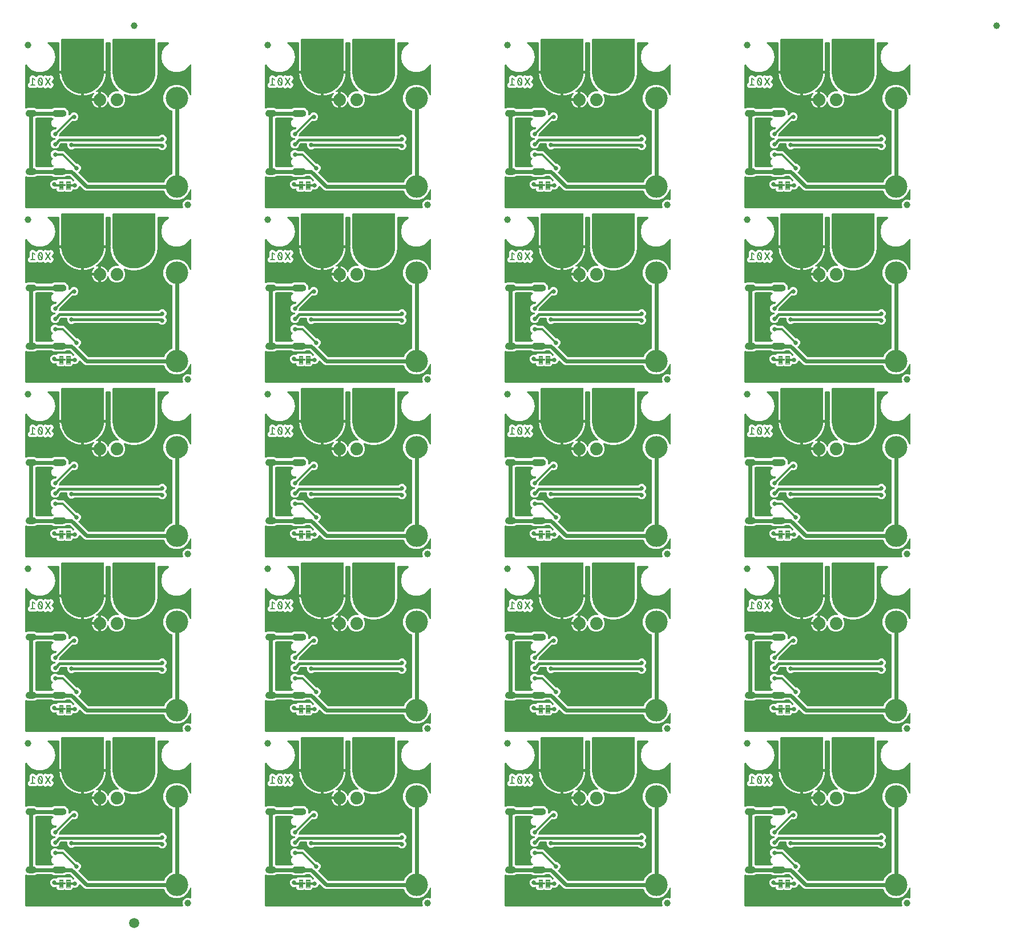
<source format=gbl>
G04 EAGLE Gerber RS-274X export*
G75*
%MOMM*%
%FSLAX34Y34*%
%LPD*%
%INBottom Copper*%
%IPPOS*%
%AMOC8*
5,1,8,0,0,1.08239X$1,22.5*%
G01*
%ADD10C,0.203200*%
%ADD11C,1.000000*%
%ADD12C,0.099059*%
%ADD13C,1.879600*%
%ADD14C,5.080000*%
%ADD15C,0.755600*%
%ADD16C,3.327400*%
%ADD17C,1.500000*%
%ADD18C,0.655600*%
%ADD19C,0.304800*%
%ADD20C,0.381000*%
%ADD21C,0.609600*%

G36*
X209141Y1078358D02*
X209141Y1078358D01*
X209142Y1078358D01*
X209282Y1078378D01*
X209421Y1078398D01*
X209422Y1078398D01*
X209424Y1078398D01*
X209550Y1078455D01*
X209680Y1078514D01*
X209681Y1078515D01*
X209683Y1078516D01*
X209790Y1078607D01*
X209897Y1078697D01*
X209898Y1078699D01*
X209899Y1078700D01*
X209907Y1078713D01*
X210055Y1078934D01*
X210064Y1078963D01*
X210077Y1078984D01*
X211911Y1083412D01*
X217449Y1088950D01*
X221877Y1090784D01*
X221878Y1090785D01*
X221879Y1090785D01*
X221998Y1090855D01*
X222121Y1090928D01*
X222122Y1090929D01*
X222124Y1090930D01*
X222218Y1091031D01*
X222317Y1091135D01*
X222317Y1091136D01*
X222318Y1091138D01*
X222383Y1091263D01*
X222447Y1091388D01*
X222447Y1091389D01*
X222448Y1091391D01*
X222450Y1091406D01*
X222502Y1091667D01*
X222499Y1091697D01*
X222503Y1091722D01*
X222503Y1184118D01*
X222503Y1184120D01*
X222503Y1184121D01*
X222483Y1184258D01*
X222463Y1184400D01*
X222463Y1184401D01*
X222463Y1184403D01*
X222406Y1184529D01*
X222347Y1184659D01*
X222346Y1184660D01*
X222345Y1184662D01*
X222254Y1184769D01*
X222164Y1184876D01*
X222162Y1184877D01*
X222161Y1184878D01*
X222148Y1184886D01*
X221927Y1185034D01*
X221898Y1185043D01*
X221877Y1185056D01*
X217449Y1186890D01*
X211911Y1192428D01*
X208914Y1199663D01*
X208914Y1207495D01*
X211911Y1214730D01*
X217449Y1220268D01*
X224684Y1223265D01*
X232516Y1223265D01*
X239751Y1220268D01*
X245289Y1214730D01*
X247982Y1208228D01*
X248026Y1208154D01*
X248061Y1208075D01*
X248098Y1208032D01*
X248127Y1207983D01*
X248189Y1207924D01*
X248245Y1207858D01*
X248292Y1207827D01*
X248333Y1207788D01*
X248410Y1207748D01*
X248481Y1207701D01*
X248535Y1207684D01*
X248586Y1207658D01*
X248670Y1207641D01*
X248752Y1207615D01*
X248809Y1207614D01*
X248865Y1207603D01*
X248950Y1207610D01*
X249036Y1207608D01*
X249091Y1207622D01*
X249148Y1207627D01*
X249228Y1207658D01*
X249311Y1207680D01*
X249360Y1207709D01*
X249413Y1207729D01*
X249482Y1207781D01*
X249556Y1207825D01*
X249595Y1207866D01*
X249640Y1207901D01*
X249692Y1207969D01*
X249750Y1208032D01*
X249776Y1208083D01*
X249810Y1208128D01*
X249841Y1208209D01*
X249880Y1208285D01*
X249888Y1208334D01*
X249911Y1208394D01*
X249922Y1208539D01*
X249935Y1208616D01*
X249935Y1252871D01*
X249933Y1252891D01*
X249935Y1252910D01*
X249913Y1253031D01*
X249895Y1253153D01*
X249887Y1253171D01*
X249884Y1253190D01*
X249829Y1253300D01*
X249779Y1253412D01*
X249767Y1253427D01*
X249758Y1253445D01*
X249675Y1253536D01*
X249596Y1253629D01*
X249579Y1253640D01*
X249566Y1253655D01*
X249461Y1253719D01*
X249359Y1253787D01*
X249340Y1253793D01*
X249324Y1253803D01*
X249205Y1253836D01*
X249088Y1253873D01*
X249068Y1253873D01*
X249049Y1253878D01*
X248927Y1253877D01*
X248804Y1253880D01*
X248785Y1253875D01*
X248765Y1253875D01*
X248647Y1253839D01*
X248529Y1253808D01*
X248512Y1253798D01*
X248493Y1253792D01*
X248390Y1253726D01*
X248284Y1253663D01*
X248271Y1253649D01*
X248254Y1253638D01*
X248208Y1253581D01*
X248090Y1253456D01*
X248066Y1253410D01*
X248041Y1253379D01*
X246185Y1250164D01*
X240078Y1245040D01*
X232586Y1242313D01*
X224614Y1242313D01*
X217122Y1245040D01*
X211015Y1250164D01*
X207029Y1257069D01*
X205645Y1264920D01*
X207029Y1272771D01*
X211015Y1279675D01*
X216720Y1284462D01*
X216769Y1284517D01*
X216825Y1284565D01*
X216864Y1284622D01*
X216910Y1284674D01*
X216942Y1284740D01*
X216983Y1284801D01*
X217004Y1284867D01*
X217034Y1284930D01*
X217046Y1285002D01*
X217068Y1285072D01*
X217070Y1285141D01*
X217082Y1285210D01*
X217074Y1285283D01*
X217076Y1285356D01*
X217058Y1285423D01*
X217051Y1285492D01*
X217023Y1285560D01*
X217004Y1285631D01*
X216969Y1285691D01*
X216942Y1285755D01*
X216896Y1285813D01*
X216859Y1285876D01*
X216808Y1285923D01*
X216765Y1285977D01*
X216705Y1286020D01*
X216651Y1286070D01*
X216590Y1286102D01*
X216533Y1286142D01*
X216464Y1286166D01*
X216398Y1286200D01*
X216340Y1286210D01*
X216265Y1286236D01*
X216143Y1286243D01*
X216067Y1286255D01*
X200914Y1286255D01*
X200856Y1286247D01*
X200798Y1286249D01*
X200716Y1286227D01*
X200632Y1286215D01*
X200579Y1286192D01*
X200523Y1286177D01*
X200450Y1286134D01*
X200373Y1286099D01*
X200328Y1286061D01*
X200278Y1286032D01*
X200220Y1285970D01*
X200156Y1285916D01*
X200124Y1285867D01*
X200084Y1285824D01*
X200045Y1285749D01*
X199998Y1285679D01*
X199981Y1285623D01*
X199954Y1285571D01*
X199943Y1285503D01*
X199913Y1285408D01*
X199910Y1285308D01*
X199899Y1285240D01*
X199899Y1244049D01*
X199906Y1243999D01*
X199904Y1243947D01*
X199926Y1243858D01*
X199939Y1243768D01*
X199960Y1243721D01*
X199972Y1243671D01*
X200010Y1243609D01*
X200019Y1243588D01*
X199901Y1241942D01*
X199904Y1241902D01*
X199899Y1241870D01*
X199899Y1240224D01*
X199870Y1240186D01*
X199851Y1240138D01*
X199825Y1240094D01*
X199808Y1240023D01*
X199768Y1239920D01*
X199761Y1239830D01*
X199746Y1239767D01*
X199704Y1239185D01*
X199705Y1239170D01*
X199702Y1239155D01*
X199715Y1239028D01*
X199724Y1238901D01*
X199729Y1238887D01*
X199730Y1238872D01*
X199757Y1238810D01*
X199821Y1238634D01*
X199848Y1238597D01*
X199863Y1238564D01*
X199870Y1238552D01*
X199571Y1237177D01*
X199565Y1237093D01*
X199550Y1237034D01*
X199450Y1235630D01*
X199440Y1235621D01*
X199430Y1235610D01*
X199417Y1235601D01*
X199336Y1235502D01*
X199253Y1235407D01*
X199247Y1235393D01*
X199237Y1235381D01*
X199212Y1235318D01*
X199133Y1235149D01*
X199126Y1235103D01*
X199112Y1235069D01*
X198943Y1234290D01*
X198942Y1234274D01*
X198937Y1234260D01*
X198931Y1234133D01*
X198922Y1234006D01*
X198925Y1233991D01*
X198924Y1233976D01*
X198942Y1233910D01*
X198980Y1233728D01*
X199002Y1233687D01*
X199011Y1233652D01*
X199017Y1233640D01*
X198525Y1232321D01*
X198507Y1232239D01*
X198484Y1232182D01*
X198185Y1230807D01*
X198174Y1230800D01*
X198162Y1230790D01*
X198149Y1230783D01*
X198055Y1230697D01*
X197958Y1230614D01*
X197950Y1230601D01*
X197939Y1230591D01*
X197905Y1230532D01*
X197803Y1230376D01*
X197790Y1230332D01*
X197771Y1230300D01*
X197492Y1229552D01*
X197489Y1229538D01*
X197482Y1229524D01*
X197465Y1229433D01*
X197451Y1229389D01*
X197451Y1229362D01*
X197431Y1229275D01*
X197432Y1229260D01*
X197430Y1229245D01*
X197438Y1229177D01*
X197450Y1228991D01*
X197465Y1228948D01*
X197470Y1228911D01*
X197473Y1228898D01*
X196799Y1227663D01*
X196792Y1227644D01*
X196782Y1227630D01*
X196766Y1227579D01*
X196739Y1227531D01*
X196247Y1226213D01*
X196235Y1226207D01*
X196222Y1226199D01*
X196208Y1226194D01*
X196103Y1226123D01*
X195995Y1226054D01*
X195985Y1226043D01*
X195973Y1226034D01*
X195930Y1225981D01*
X195807Y1225841D01*
X195788Y1225799D01*
X195765Y1225770D01*
X195383Y1225070D01*
X195377Y1225056D01*
X195369Y1225043D01*
X195327Y1224923D01*
X195283Y1224804D01*
X195282Y1224788D01*
X195277Y1224774D01*
X195275Y1224706D01*
X195260Y1224520D01*
X195270Y1224475D01*
X195269Y1224439D01*
X195271Y1224425D01*
X194427Y1223299D01*
X194387Y1223225D01*
X194349Y1223177D01*
X193675Y1221941D01*
X193662Y1221938D01*
X193648Y1221931D01*
X193633Y1221929D01*
X193518Y1221873D01*
X193403Y1221820D01*
X193391Y1221810D01*
X193378Y1221804D01*
X193328Y1221756D01*
X193187Y1221636D01*
X193161Y1221597D01*
X193135Y1221572D01*
X192656Y1220933D01*
X192649Y1220920D01*
X192639Y1220909D01*
X192581Y1220795D01*
X192520Y1220684D01*
X192516Y1220669D01*
X192509Y1220656D01*
X192498Y1220588D01*
X192457Y1220406D01*
X192460Y1220361D01*
X192454Y1220325D01*
X192454Y1220311D01*
X191459Y1219316D01*
X191408Y1219249D01*
X191364Y1219206D01*
X190521Y1218080D01*
X190507Y1218078D01*
X190493Y1218073D01*
X190478Y1218073D01*
X190357Y1218034D01*
X190234Y1217998D01*
X190221Y1217990D01*
X190207Y1217986D01*
X190152Y1217946D01*
X189994Y1217846D01*
X189963Y1217812D01*
X189934Y1217791D01*
X189369Y1217226D01*
X189360Y1217214D01*
X189348Y1217205D01*
X189274Y1217100D01*
X189198Y1216999D01*
X189193Y1216985D01*
X189184Y1216973D01*
X189164Y1216907D01*
X189097Y1216733D01*
X189093Y1216688D01*
X189082Y1216653D01*
X189080Y1216639D01*
X187954Y1215796D01*
X187894Y1215737D01*
X187844Y1215701D01*
X186849Y1214706D01*
X186835Y1214706D01*
X186821Y1214704D01*
X186806Y1214706D01*
X186680Y1214684D01*
X186554Y1214666D01*
X186540Y1214660D01*
X186525Y1214658D01*
X186465Y1214626D01*
X186295Y1214550D01*
X186260Y1214520D01*
X186227Y1214504D01*
X185588Y1214025D01*
X185577Y1214015D01*
X185564Y1214007D01*
X185476Y1213914D01*
X185387Y1213825D01*
X185379Y1213812D01*
X185369Y1213800D01*
X185339Y1213739D01*
X185249Y1213576D01*
X185238Y1213531D01*
X185222Y1213498D01*
X185219Y1213485D01*
X183983Y1212811D01*
X183916Y1212761D01*
X183861Y1212733D01*
X182735Y1211889D01*
X182721Y1211891D01*
X182706Y1211891D01*
X182692Y1211895D01*
X182564Y1211892D01*
X182437Y1211892D01*
X182423Y1211888D01*
X182407Y1211887D01*
X182343Y1211865D01*
X182164Y1211814D01*
X182125Y1211789D01*
X182090Y1211777D01*
X181390Y1211395D01*
X181378Y1211386D01*
X181364Y1211380D01*
X181264Y1211301D01*
X181162Y1211225D01*
X181153Y1211213D01*
X181141Y1211204D01*
X181102Y1211147D01*
X180990Y1210999D01*
X180973Y1210956D01*
X180953Y1210925D01*
X180947Y1210913D01*
X179629Y1210421D01*
X179555Y1210381D01*
X179497Y1210361D01*
X178262Y1209687D01*
X178249Y1209690D01*
X178234Y1209693D01*
X178220Y1209698D01*
X178094Y1209713D01*
X177967Y1209732D01*
X177952Y1209730D01*
X177937Y1209731D01*
X177870Y1209718D01*
X177686Y1209693D01*
X177644Y1209675D01*
X177608Y1209668D01*
X176860Y1209389D01*
X176847Y1209381D01*
X176832Y1209378D01*
X176722Y1209314D01*
X176610Y1209253D01*
X176599Y1209242D01*
X176586Y1209235D01*
X176540Y1209184D01*
X176408Y1209053D01*
X176385Y1209013D01*
X176360Y1208986D01*
X176353Y1208975D01*
X174978Y1208676D01*
X174899Y1208647D01*
X174839Y1208635D01*
X173520Y1208143D01*
X173508Y1208149D01*
X173494Y1208153D01*
X173481Y1208161D01*
X173357Y1208193D01*
X173235Y1208229D01*
X173220Y1208230D01*
X173206Y1208233D01*
X173138Y1208230D01*
X172951Y1208231D01*
X172907Y1208219D01*
X172870Y1208217D01*
X172091Y1208048D01*
X172076Y1208042D01*
X172061Y1208041D01*
X171944Y1207993D01*
X171824Y1207949D01*
X171812Y1207940D01*
X171798Y1207934D01*
X171745Y1207891D01*
X171595Y1207780D01*
X171567Y1207744D01*
X171539Y1207720D01*
X171530Y1207710D01*
X170126Y1207610D01*
X170044Y1207592D01*
X169983Y1207589D01*
X168608Y1207290D01*
X168596Y1207297D01*
X168583Y1207304D01*
X168571Y1207313D01*
X168454Y1207363D01*
X168338Y1207416D01*
X168323Y1207418D01*
X168309Y1207424D01*
X168241Y1207431D01*
X168057Y1207458D01*
X168011Y1207452D01*
X167975Y1207456D01*
X167179Y1207399D01*
X167164Y1207396D01*
X167149Y1207396D01*
X167025Y1207366D01*
X166901Y1207339D01*
X166888Y1207332D01*
X166873Y1207328D01*
X166815Y1207293D01*
X166651Y1207205D01*
X166618Y1207173D01*
X166586Y1207154D01*
X166576Y1207145D01*
X165172Y1207245D01*
X165089Y1207239D01*
X165028Y1207245D01*
X163624Y1207145D01*
X163614Y1207154D01*
X163601Y1207162D01*
X163591Y1207173D01*
X163482Y1207239D01*
X163375Y1207308D01*
X163360Y1207312D01*
X163347Y1207320D01*
X163281Y1207336D01*
X163103Y1207390D01*
X163057Y1207390D01*
X163021Y1207399D01*
X162225Y1207456D01*
X162210Y1207455D01*
X162195Y1207458D01*
X162068Y1207445D01*
X161941Y1207436D01*
X161927Y1207431D01*
X161912Y1207430D01*
X161849Y1207403D01*
X161674Y1207339D01*
X161637Y1207312D01*
X161604Y1207297D01*
X161592Y1207290D01*
X160217Y1207589D01*
X160133Y1207595D01*
X160074Y1207610D01*
X158670Y1207710D01*
X158661Y1207720D01*
X158650Y1207730D01*
X158641Y1207743D01*
X158543Y1207823D01*
X158447Y1207907D01*
X158433Y1207913D01*
X158421Y1207923D01*
X158358Y1207948D01*
X158189Y1208027D01*
X158143Y1208034D01*
X158109Y1208048D01*
X157330Y1208217D01*
X157314Y1208218D01*
X157300Y1208223D01*
X157173Y1208229D01*
X157046Y1208238D01*
X157031Y1208235D01*
X157016Y1208236D01*
X156950Y1208218D01*
X156768Y1208180D01*
X156727Y1208158D01*
X156692Y1208149D01*
X156680Y1208143D01*
X155361Y1208635D01*
X155279Y1208653D01*
X155222Y1208676D01*
X153847Y1208975D01*
X153840Y1208986D01*
X153830Y1208998D01*
X153823Y1209011D01*
X153737Y1209105D01*
X153654Y1209202D01*
X153641Y1209210D01*
X153631Y1209221D01*
X153572Y1209255D01*
X153416Y1209357D01*
X153372Y1209370D01*
X153340Y1209389D01*
X152592Y1209668D01*
X152578Y1209671D01*
X152564Y1209678D01*
X152439Y1209701D01*
X152315Y1209729D01*
X152300Y1209728D01*
X152285Y1209730D01*
X152217Y1209722D01*
X152031Y1209710D01*
X151988Y1209695D01*
X151951Y1209690D01*
X151938Y1209687D01*
X151634Y1209853D01*
X151555Y1209882D01*
X151481Y1209921D01*
X151423Y1209932D01*
X151368Y1209953D01*
X151284Y1209960D01*
X151202Y1209976D01*
X151143Y1209971D01*
X151084Y1209975D01*
X151002Y1209958D01*
X150919Y1209951D01*
X150864Y1209930D01*
X150806Y1209918D01*
X150731Y1209879D01*
X150654Y1209849D01*
X150607Y1209814D01*
X150554Y1209786D01*
X150494Y1209728D01*
X150427Y1209678D01*
X150392Y1209630D01*
X150349Y1209589D01*
X150307Y1209517D01*
X150257Y1209450D01*
X150236Y1209394D01*
X150206Y1209343D01*
X150186Y1209262D01*
X150156Y1209184D01*
X150152Y1209125D01*
X150137Y1209067D01*
X150140Y1208984D01*
X150134Y1208901D01*
X150145Y1208850D01*
X150148Y1208783D01*
X150192Y1208650D01*
X150209Y1208573D01*
X152147Y1203896D01*
X152147Y1198944D01*
X150252Y1194369D01*
X146751Y1190868D01*
X142176Y1188973D01*
X137224Y1188973D01*
X132649Y1190868D01*
X129148Y1194369D01*
X127631Y1198031D01*
X127596Y1198091D01*
X127570Y1198155D01*
X127524Y1198213D01*
X127487Y1198276D01*
X127437Y1198324D01*
X127394Y1198378D01*
X127334Y1198421D01*
X127280Y1198471D01*
X127219Y1198503D01*
X127162Y1198543D01*
X127093Y1198568D01*
X127027Y1198602D01*
X126960Y1198615D01*
X126894Y1198638D01*
X126821Y1198642D01*
X126748Y1198657D01*
X126680Y1198651D01*
X126611Y1198655D01*
X126539Y1198639D01*
X126465Y1198632D01*
X126401Y1198607D01*
X126333Y1198592D01*
X126269Y1198557D01*
X126200Y1198530D01*
X126145Y1198489D01*
X126084Y1198455D01*
X126032Y1198403D01*
X125973Y1198359D01*
X125932Y1198303D01*
X125883Y1198254D01*
X125854Y1198199D01*
X125803Y1198131D01*
X125762Y1198023D01*
X125728Y1197957D01*
X125364Y1196837D01*
X124511Y1195163D01*
X123406Y1193642D01*
X122078Y1192314D01*
X120557Y1191209D01*
X118883Y1190356D01*
X117096Y1189775D01*
X116331Y1189654D01*
X116331Y1200404D01*
X116323Y1200462D01*
X116325Y1200520D01*
X116303Y1200602D01*
X116291Y1200685D01*
X116267Y1200739D01*
X116253Y1200795D01*
X116210Y1200868D01*
X116175Y1200945D01*
X116137Y1200989D01*
X116107Y1201040D01*
X116046Y1201097D01*
X115991Y1201162D01*
X115943Y1201194D01*
X115900Y1201234D01*
X115825Y1201273D01*
X115755Y1201319D01*
X115699Y1201337D01*
X115647Y1201364D01*
X115579Y1201375D01*
X115484Y1201405D01*
X115384Y1201408D01*
X115316Y1201419D01*
X114299Y1201419D01*
X114299Y1201421D01*
X115316Y1201421D01*
X115374Y1201429D01*
X115432Y1201428D01*
X115514Y1201449D01*
X115597Y1201461D01*
X115651Y1201485D01*
X115707Y1201499D01*
X115780Y1201542D01*
X115857Y1201577D01*
X115902Y1201615D01*
X115952Y1201645D01*
X116010Y1201706D01*
X116074Y1201761D01*
X116106Y1201809D01*
X116146Y1201852D01*
X116185Y1201927D01*
X116231Y1201997D01*
X116249Y1202053D01*
X116276Y1202105D01*
X116287Y1202173D01*
X116317Y1202268D01*
X116320Y1202368D01*
X116331Y1202436D01*
X116331Y1213186D01*
X117096Y1213065D01*
X118883Y1212484D01*
X120557Y1211631D01*
X122078Y1210526D01*
X123406Y1209198D01*
X124511Y1207677D01*
X125364Y1206003D01*
X125728Y1204883D01*
X125758Y1204821D01*
X125779Y1204755D01*
X125820Y1204694D01*
X125853Y1204628D01*
X125899Y1204577D01*
X125938Y1204519D01*
X125994Y1204472D01*
X126043Y1204417D01*
X126102Y1204381D01*
X126155Y1204336D01*
X126222Y1204306D01*
X126285Y1204267D01*
X126352Y1204249D01*
X126415Y1204221D01*
X126488Y1204211D01*
X126559Y1204191D01*
X126628Y1204191D01*
X126697Y1204182D01*
X126769Y1204192D01*
X126843Y1204193D01*
X126910Y1204213D01*
X126978Y1204222D01*
X127045Y1204253D01*
X127116Y1204274D01*
X127174Y1204311D01*
X127237Y1204340D01*
X127293Y1204387D01*
X127355Y1204427D01*
X127401Y1204479D01*
X127453Y1204524D01*
X127486Y1204577D01*
X127543Y1204641D01*
X127592Y1204745D01*
X127631Y1204809D01*
X129148Y1208471D01*
X132649Y1211972D01*
X137224Y1213867D01*
X141739Y1213867D01*
X141768Y1213871D01*
X141798Y1213868D01*
X141909Y1213891D01*
X142021Y1213907D01*
X142048Y1213919D01*
X142076Y1213924D01*
X142177Y1213976D01*
X142280Y1214023D01*
X142303Y1214042D01*
X142329Y1214055D01*
X142411Y1214133D01*
X142497Y1214206D01*
X142513Y1214231D01*
X142535Y1214251D01*
X142592Y1214349D01*
X142655Y1214443D01*
X142664Y1214471D01*
X142678Y1214497D01*
X142706Y1214606D01*
X142741Y1214714D01*
X142741Y1214744D01*
X142749Y1214772D01*
X142745Y1214885D01*
X142748Y1214998D01*
X142740Y1215027D01*
X142739Y1215056D01*
X142705Y1215164D01*
X142676Y1215273D01*
X142661Y1215299D01*
X142652Y1215327D01*
X142606Y1215391D01*
X142531Y1215518D01*
X142485Y1215561D01*
X142457Y1215600D01*
X142356Y1215701D01*
X142289Y1215752D01*
X142246Y1215796D01*
X141120Y1216639D01*
X141118Y1216653D01*
X141113Y1216667D01*
X141113Y1216682D01*
X141074Y1216803D01*
X141038Y1216926D01*
X141030Y1216939D01*
X141026Y1216953D01*
X140986Y1217008D01*
X140886Y1217166D01*
X140852Y1217197D01*
X140831Y1217226D01*
X140266Y1217791D01*
X140254Y1217800D01*
X140245Y1217812D01*
X140176Y1217860D01*
X140167Y1217869D01*
X140156Y1217874D01*
X140140Y1217886D01*
X140039Y1217962D01*
X140025Y1217967D01*
X140013Y1217976D01*
X139947Y1217996D01*
X139773Y1218063D01*
X139728Y1218067D01*
X139693Y1218078D01*
X139679Y1218080D01*
X138836Y1219206D01*
X138777Y1219266D01*
X138741Y1219316D01*
X137746Y1220311D01*
X137746Y1220325D01*
X137744Y1220339D01*
X137746Y1220354D01*
X137724Y1220480D01*
X137706Y1220606D01*
X137700Y1220620D01*
X137697Y1220635D01*
X137666Y1220695D01*
X137590Y1220865D01*
X137560Y1220900D01*
X137544Y1220933D01*
X137065Y1221572D01*
X137055Y1221583D01*
X137047Y1221596D01*
X136954Y1221683D01*
X136865Y1221773D01*
X136851Y1221781D01*
X136840Y1221791D01*
X136779Y1221821D01*
X136616Y1221911D01*
X136571Y1221922D01*
X136538Y1221938D01*
X136525Y1221941D01*
X135851Y1223177D01*
X135801Y1223244D01*
X135773Y1223299D01*
X134929Y1224425D01*
X134931Y1224439D01*
X134931Y1224454D01*
X134935Y1224468D01*
X134932Y1224596D01*
X134932Y1224723D01*
X134928Y1224737D01*
X134927Y1224753D01*
X134905Y1224817D01*
X134854Y1224996D01*
X134829Y1225035D01*
X134817Y1225070D01*
X134435Y1225770D01*
X134426Y1225782D01*
X134420Y1225796D01*
X134341Y1225896D01*
X134265Y1225998D01*
X134253Y1226007D01*
X134244Y1226019D01*
X134187Y1226058D01*
X134039Y1226170D01*
X133996Y1226187D01*
X133965Y1226207D01*
X133953Y1226213D01*
X133461Y1227531D01*
X133444Y1227563D01*
X133439Y1227582D01*
X133415Y1227622D01*
X133401Y1227663D01*
X132727Y1228898D01*
X132730Y1228911D01*
X132733Y1228926D01*
X132738Y1228940D01*
X132753Y1229066D01*
X132772Y1229193D01*
X132770Y1229208D01*
X132771Y1229223D01*
X132758Y1229290D01*
X132755Y1229312D01*
X132756Y1229338D01*
X132747Y1229372D01*
X132733Y1229474D01*
X132715Y1229516D01*
X132708Y1229552D01*
X132429Y1230300D01*
X132421Y1230313D01*
X132418Y1230328D01*
X132354Y1230438D01*
X132293Y1230550D01*
X132282Y1230561D01*
X132275Y1230574D01*
X132224Y1230620D01*
X132093Y1230752D01*
X132053Y1230775D01*
X132026Y1230800D01*
X132015Y1230807D01*
X131716Y1232182D01*
X131687Y1232261D01*
X131675Y1232321D01*
X131183Y1233640D01*
X131189Y1233652D01*
X131193Y1233667D01*
X131201Y1233679D01*
X131233Y1233802D01*
X131269Y1233925D01*
X131270Y1233940D01*
X131273Y1233954D01*
X131270Y1234022D01*
X131271Y1234209D01*
X131259Y1234253D01*
X131257Y1234290D01*
X131088Y1235070D01*
X131082Y1235084D01*
X131081Y1235099D01*
X131033Y1235216D01*
X130989Y1235336D01*
X130980Y1235348D01*
X130974Y1235362D01*
X130931Y1235414D01*
X130820Y1235565D01*
X130784Y1235593D01*
X130760Y1235621D01*
X130750Y1235630D01*
X130650Y1237034D01*
X130632Y1237116D01*
X130629Y1237177D01*
X130330Y1238552D01*
X130337Y1238564D01*
X130344Y1238577D01*
X130353Y1238589D01*
X130403Y1238706D01*
X130456Y1238822D01*
X130458Y1238837D01*
X130464Y1238851D01*
X130471Y1238918D01*
X130498Y1239103D01*
X130492Y1239149D01*
X130496Y1239185D01*
X130454Y1239767D01*
X130443Y1239818D01*
X130442Y1239869D01*
X130414Y1239956D01*
X130394Y1240045D01*
X130370Y1240091D01*
X130354Y1240140D01*
X130312Y1240199D01*
X130301Y1240219D01*
X130301Y1241869D01*
X130296Y1241910D01*
X130299Y1241942D01*
X130181Y1243583D01*
X130208Y1243623D01*
X130222Y1243673D01*
X130246Y1243718D01*
X130258Y1243790D01*
X130290Y1243896D01*
X130291Y1243986D01*
X130301Y1244049D01*
X130301Y1285240D01*
X130293Y1285298D01*
X130295Y1285356D01*
X130273Y1285438D01*
X130261Y1285522D01*
X130238Y1285575D01*
X130223Y1285631D01*
X130180Y1285704D01*
X130145Y1285781D01*
X130107Y1285826D01*
X130078Y1285876D01*
X130016Y1285934D01*
X129962Y1285998D01*
X129913Y1286030D01*
X129870Y1286070D01*
X129795Y1286109D01*
X129725Y1286156D01*
X129669Y1286173D01*
X129617Y1286200D01*
X129549Y1286211D01*
X129454Y1286241D01*
X129354Y1286244D01*
X129286Y1286255D01*
X124206Y1286255D01*
X124148Y1286247D01*
X124090Y1286249D01*
X124008Y1286227D01*
X123924Y1286215D01*
X123871Y1286192D01*
X123815Y1286177D01*
X123742Y1286134D01*
X123665Y1286099D01*
X123620Y1286061D01*
X123570Y1286032D01*
X123512Y1285970D01*
X123448Y1285916D01*
X123416Y1285867D01*
X123376Y1285824D01*
X123337Y1285749D01*
X123290Y1285679D01*
X123273Y1285623D01*
X123246Y1285571D01*
X123235Y1285503D01*
X123205Y1285408D01*
X123202Y1285308D01*
X123191Y1285240D01*
X123191Y1244091D01*
X120649Y1244091D01*
X120649Y1290320D01*
X120634Y1290438D01*
X120627Y1290557D01*
X120614Y1290595D01*
X120609Y1290636D01*
X120566Y1290746D01*
X120529Y1290859D01*
X120507Y1290894D01*
X120492Y1290931D01*
X120423Y1291027D01*
X120359Y1291128D01*
X120329Y1291156D01*
X120306Y1291189D01*
X120214Y1291265D01*
X120127Y1291346D01*
X120092Y1291366D01*
X120061Y1291391D01*
X119953Y1291442D01*
X119849Y1291500D01*
X119809Y1291510D01*
X119773Y1291527D01*
X119656Y1291549D01*
X119541Y1291579D01*
X119481Y1291583D01*
X119461Y1291587D01*
X119440Y1291585D01*
X119380Y1291589D01*
X58420Y1291589D01*
X58302Y1291574D01*
X58183Y1291567D01*
X58145Y1291554D01*
X58104Y1291549D01*
X57994Y1291506D01*
X57881Y1291469D01*
X57846Y1291447D01*
X57809Y1291432D01*
X57713Y1291363D01*
X57612Y1291299D01*
X57584Y1291269D01*
X57551Y1291246D01*
X57476Y1291154D01*
X57394Y1291067D01*
X57374Y1291032D01*
X57349Y1291001D01*
X57298Y1290893D01*
X57240Y1290789D01*
X57230Y1290749D01*
X57213Y1290713D01*
X57191Y1290596D01*
X57161Y1290481D01*
X57157Y1290421D01*
X57153Y1290401D01*
X57155Y1290380D01*
X57151Y1290320D01*
X57151Y1244091D01*
X54609Y1244091D01*
X54609Y1285240D01*
X54601Y1285298D01*
X54603Y1285356D01*
X54581Y1285438D01*
X54569Y1285522D01*
X54545Y1285575D01*
X54531Y1285631D01*
X54488Y1285704D01*
X54453Y1285781D01*
X54415Y1285826D01*
X54385Y1285876D01*
X54324Y1285934D01*
X54269Y1285998D01*
X54221Y1286030D01*
X54178Y1286070D01*
X54103Y1286109D01*
X54033Y1286156D01*
X53977Y1286173D01*
X53925Y1286200D01*
X53857Y1286211D01*
X53762Y1286241D01*
X53662Y1286244D01*
X53594Y1286255D01*
X37933Y1286255D01*
X37860Y1286245D01*
X37786Y1286245D01*
X37720Y1286225D01*
X37651Y1286215D01*
X37584Y1286185D01*
X37514Y1286165D01*
X37455Y1286128D01*
X37392Y1286099D01*
X37336Y1286052D01*
X37274Y1286012D01*
X37228Y1285960D01*
X37175Y1285916D01*
X37134Y1285854D01*
X37085Y1285799D01*
X37056Y1285737D01*
X37017Y1285679D01*
X36995Y1285609D01*
X36964Y1285542D01*
X36952Y1285474D01*
X36932Y1285408D01*
X36930Y1285334D01*
X36918Y1285262D01*
X36926Y1285193D01*
X36924Y1285124D01*
X36943Y1285053D01*
X36952Y1284979D01*
X36979Y1284916D01*
X36996Y1284849D01*
X37034Y1284785D01*
X37062Y1284718D01*
X37101Y1284673D01*
X37141Y1284604D01*
X37231Y1284520D01*
X37280Y1284462D01*
X42985Y1279676D01*
X46971Y1272771D01*
X48355Y1264920D01*
X46971Y1257069D01*
X42985Y1250165D01*
X36878Y1245040D01*
X29386Y1242313D01*
X21414Y1242313D01*
X13922Y1245040D01*
X7815Y1250164D01*
X5959Y1253379D01*
X5947Y1253394D01*
X5939Y1253412D01*
X5860Y1253506D01*
X5784Y1253603D01*
X5768Y1253614D01*
X5755Y1253629D01*
X5653Y1253698D01*
X5554Y1253769D01*
X5535Y1253776D01*
X5519Y1253787D01*
X5401Y1253824D01*
X5286Y1253866D01*
X5266Y1253867D01*
X5248Y1253873D01*
X5125Y1253876D01*
X5002Y1253884D01*
X4983Y1253879D01*
X4964Y1253880D01*
X4845Y1253849D01*
X4725Y1253822D01*
X4707Y1253813D01*
X4689Y1253808D01*
X4583Y1253746D01*
X4475Y1253687D01*
X4461Y1253673D01*
X4444Y1253663D01*
X4360Y1253573D01*
X4273Y1253487D01*
X4263Y1253470D01*
X4250Y1253456D01*
X4194Y1253346D01*
X4134Y1253239D01*
X4129Y1253220D01*
X4120Y1253202D01*
X4108Y1253130D01*
X4069Y1252962D01*
X4071Y1252911D01*
X4065Y1252871D01*
X4065Y1189158D01*
X4077Y1189073D01*
X4079Y1188986D01*
X4097Y1188933D01*
X4105Y1188877D01*
X4140Y1188798D01*
X4166Y1188715D01*
X4198Y1188669D01*
X4221Y1188617D01*
X4277Y1188551D01*
X4325Y1188480D01*
X4368Y1188443D01*
X4404Y1188400D01*
X4477Y1188352D01*
X4543Y1188297D01*
X4594Y1188274D01*
X4641Y1188243D01*
X4724Y1188217D01*
X4803Y1188182D01*
X4859Y1188174D01*
X4912Y1188157D01*
X4999Y1188155D01*
X5084Y1188143D01*
X5133Y1188151D01*
X5196Y1188150D01*
X5338Y1188187D01*
X5415Y1188200D01*
X5920Y1188377D01*
X6052Y1188445D01*
X6124Y1188475D01*
X6667Y1188816D01*
X6669Y1188818D01*
X6671Y1188819D01*
X6687Y1188833D01*
X6809Y1188936D01*
X6937Y1188925D01*
X6967Y1188932D01*
X6993Y1188930D01*
X7630Y1189002D01*
X7774Y1189039D01*
X7852Y1189053D01*
X8046Y1189121D01*
X8099Y1189148D01*
X8156Y1189166D01*
X8211Y1189206D01*
X8235Y1189218D01*
X8378Y1189239D01*
X8407Y1189251D01*
X8432Y1189256D01*
X8625Y1189323D01*
X8676Y1189299D01*
X8732Y1189281D01*
X8785Y1189254D01*
X8853Y1189243D01*
X8946Y1189213D01*
X9047Y1189210D01*
X9116Y1189199D01*
X9319Y1189199D01*
X9383Y1189208D01*
X9433Y1189205D01*
X10515Y1189327D01*
X10601Y1189276D01*
X10631Y1189268D01*
X10658Y1189254D01*
X10736Y1189241D01*
X10877Y1189205D01*
X10941Y1189207D01*
X10989Y1189199D01*
X14111Y1189199D01*
X14141Y1189203D01*
X14172Y1189201D01*
X14281Y1189223D01*
X14392Y1189239D01*
X14420Y1189251D01*
X14450Y1189257D01*
X14519Y1189295D01*
X14589Y1189327D01*
X15667Y1189205D01*
X15732Y1189207D01*
X15781Y1189199D01*
X15984Y1189199D01*
X16043Y1189207D01*
X16102Y1189206D01*
X16168Y1189225D01*
X16265Y1189239D01*
X16358Y1189280D01*
X16424Y1189299D01*
X16474Y1189323D01*
X16668Y1189256D01*
X16670Y1189255D01*
X16672Y1189254D01*
X16692Y1189251D01*
X16863Y1189217D01*
X16898Y1189190D01*
X16993Y1189154D01*
X17054Y1189121D01*
X17248Y1189053D01*
X17395Y1189023D01*
X17470Y1189002D01*
X18107Y1188930D01*
X18109Y1188930D01*
X18112Y1188930D01*
X18132Y1188931D01*
X18293Y1188935D01*
X18386Y1188848D01*
X18414Y1188833D01*
X18433Y1188816D01*
X18976Y1188475D01*
X19112Y1188414D01*
X19180Y1188377D01*
X19785Y1188165D01*
X19788Y1188164D01*
X19790Y1188163D01*
X19810Y1188160D01*
X19968Y1188129D01*
X20039Y1188022D01*
X20063Y1188002D01*
X20077Y1187981D01*
X20531Y1187528D01*
X20650Y1187438D01*
X20709Y1187386D01*
X20763Y1187352D01*
X20868Y1187305D01*
X20972Y1187252D01*
X20995Y1187248D01*
X21022Y1187236D01*
X21297Y1187198D01*
X21303Y1187197D01*
X43097Y1187197D01*
X43212Y1187213D01*
X43327Y1187223D01*
X43350Y1187232D01*
X43379Y1187237D01*
X43590Y1187331D01*
X43596Y1187333D01*
X43598Y1187335D01*
X43632Y1187350D01*
X43637Y1187352D01*
X43691Y1187386D01*
X43806Y1187483D01*
X43869Y1187528D01*
X44323Y1187981D01*
X44324Y1187983D01*
X44326Y1187985D01*
X44338Y1188003D01*
X44434Y1188130D01*
X44561Y1188148D01*
X44589Y1188161D01*
X44615Y1188165D01*
X45220Y1188377D01*
X45352Y1188445D01*
X45424Y1188475D01*
X45967Y1188816D01*
X45969Y1188818D01*
X45971Y1188819D01*
X45987Y1188833D01*
X46109Y1188936D01*
X46237Y1188925D01*
X46267Y1188932D01*
X46293Y1188930D01*
X46930Y1189002D01*
X47074Y1189039D01*
X47152Y1189053D01*
X47346Y1189121D01*
X47399Y1189148D01*
X47456Y1189166D01*
X47511Y1189206D01*
X47535Y1189218D01*
X47678Y1189239D01*
X47707Y1189251D01*
X47732Y1189256D01*
X47925Y1189323D01*
X47976Y1189299D01*
X48032Y1189281D01*
X48085Y1189254D01*
X48153Y1189243D01*
X48246Y1189213D01*
X48347Y1189210D01*
X48416Y1189199D01*
X48619Y1189199D01*
X48683Y1189208D01*
X48733Y1189205D01*
X49815Y1189327D01*
X49901Y1189276D01*
X49931Y1189268D01*
X49958Y1189254D01*
X50036Y1189241D01*
X50177Y1189205D01*
X50241Y1189207D01*
X50289Y1189199D01*
X58411Y1189199D01*
X58441Y1189203D01*
X58472Y1189201D01*
X58581Y1189223D01*
X58692Y1189239D01*
X58720Y1189251D01*
X58750Y1189257D01*
X58819Y1189295D01*
X58889Y1189327D01*
X59967Y1189205D01*
X60032Y1189207D01*
X60081Y1189199D01*
X60284Y1189199D01*
X60343Y1189207D01*
X60402Y1189206D01*
X60468Y1189225D01*
X60565Y1189239D01*
X60658Y1189280D01*
X60724Y1189299D01*
X60774Y1189323D01*
X60968Y1189256D01*
X60970Y1189255D01*
X60972Y1189254D01*
X60992Y1189251D01*
X61163Y1189217D01*
X61198Y1189190D01*
X61293Y1189154D01*
X61354Y1189121D01*
X61548Y1189053D01*
X61695Y1189023D01*
X61770Y1189002D01*
X62407Y1188930D01*
X62409Y1188930D01*
X62412Y1188930D01*
X62432Y1188931D01*
X62593Y1188935D01*
X62686Y1188848D01*
X62714Y1188833D01*
X62733Y1188816D01*
X63276Y1188475D01*
X63412Y1188414D01*
X63480Y1188377D01*
X64085Y1188165D01*
X64088Y1188164D01*
X64090Y1188163D01*
X64110Y1188160D01*
X64268Y1188129D01*
X64339Y1188023D01*
X64363Y1188002D01*
X64377Y1187981D01*
X64831Y1187528D01*
X64950Y1187438D01*
X65009Y1187386D01*
X65551Y1187045D01*
X65553Y1187044D01*
X65555Y1187043D01*
X65574Y1187035D01*
X65721Y1186969D01*
X65766Y1186850D01*
X65785Y1186825D01*
X65795Y1186801D01*
X66136Y1186259D01*
X66233Y1186144D01*
X66278Y1186081D01*
X66731Y1185627D01*
X66733Y1185626D01*
X66735Y1185624D01*
X66753Y1185612D01*
X66880Y1185516D01*
X66898Y1185389D01*
X66911Y1185361D01*
X66915Y1185335D01*
X67127Y1184730D01*
X67195Y1184598D01*
X67225Y1184526D01*
X67566Y1183983D01*
X67568Y1183981D01*
X67569Y1183979D01*
X67583Y1183963D01*
X67601Y1183941D01*
X67617Y1183914D01*
X67650Y1183884D01*
X67686Y1183841D01*
X67675Y1183713D01*
X67682Y1183683D01*
X67680Y1183657D01*
X67752Y1183020D01*
X67789Y1182876D01*
X67803Y1182798D01*
X68014Y1182193D01*
X68015Y1182191D01*
X68016Y1182189D01*
X68026Y1182171D01*
X68038Y1182148D01*
X68043Y1182128D01*
X68081Y1182065D01*
X68100Y1182028D01*
X68061Y1181907D01*
X68060Y1181875D01*
X68053Y1181851D01*
X67981Y1181214D01*
X67985Y1181064D01*
X67981Y1180986D01*
X68053Y1180349D01*
X68054Y1180347D01*
X68053Y1180345D01*
X68059Y1180325D01*
X68099Y1180169D01*
X68034Y1180059D01*
X68027Y1180029D01*
X68014Y1180007D01*
X67803Y1179402D01*
X67777Y1179274D01*
X67765Y1179243D01*
X67764Y1179220D01*
X67752Y1179180D01*
X67747Y1179132D01*
X67749Y1179045D01*
X67742Y1178960D01*
X67753Y1178904D01*
X67755Y1178848D01*
X67781Y1178765D01*
X67798Y1178681D01*
X67824Y1178631D01*
X67841Y1178577D01*
X67889Y1178505D01*
X67929Y1178429D01*
X67968Y1178388D01*
X67999Y1178340D01*
X68065Y1178285D01*
X68125Y1178223D01*
X68173Y1178194D01*
X68217Y1178157D01*
X68296Y1178122D01*
X68370Y1178079D01*
X68425Y1178065D01*
X68476Y1178042D01*
X68562Y1178030D01*
X68645Y1178009D01*
X68702Y1178011D01*
X68758Y1178003D01*
X68843Y1178015D01*
X68929Y1178018D01*
X68983Y1178035D01*
X69039Y1178043D01*
X69118Y1178079D01*
X69200Y1178105D01*
X69240Y1178134D01*
X69299Y1178160D01*
X69409Y1178254D01*
X69473Y1178300D01*
X71903Y1180730D01*
X71946Y1180749D01*
X72059Y1180845D01*
X72123Y1180890D01*
X72616Y1181384D01*
X74942Y1182347D01*
X77458Y1182347D01*
X79784Y1181384D01*
X81564Y1179604D01*
X82527Y1177278D01*
X82527Y1174762D01*
X81564Y1172436D01*
X79784Y1170656D01*
X77458Y1169693D01*
X74942Y1169693D01*
X74761Y1169768D01*
X74760Y1169768D01*
X74758Y1169769D01*
X74625Y1169803D01*
X74486Y1169839D01*
X74484Y1169839D01*
X74483Y1169839D01*
X74346Y1169835D01*
X74202Y1169831D01*
X74200Y1169830D01*
X74199Y1169830D01*
X74066Y1169787D01*
X73931Y1169744D01*
X73930Y1169743D01*
X73928Y1169743D01*
X73915Y1169734D01*
X73695Y1169586D01*
X73675Y1169562D01*
X73655Y1169548D01*
X54884Y1150777D01*
X54832Y1150707D01*
X54772Y1150644D01*
X54746Y1150594D01*
X54713Y1150550D01*
X54682Y1150468D01*
X54642Y1150390D01*
X54634Y1150343D01*
X54612Y1150284D01*
X54606Y1150218D01*
X54601Y1150200D01*
X54599Y1150132D01*
X54587Y1150059D01*
X54587Y1149362D01*
X54059Y1148088D01*
X54030Y1147976D01*
X53996Y1147867D01*
X53995Y1147839D01*
X53988Y1147812D01*
X53991Y1147698D01*
X53988Y1147583D01*
X53995Y1147556D01*
X53996Y1147528D01*
X54031Y1147419D01*
X54060Y1147308D01*
X54074Y1147284D01*
X54083Y1147257D01*
X54147Y1147162D01*
X54205Y1147063D01*
X54226Y1147044D01*
X54241Y1147021D01*
X54329Y1146947D01*
X54413Y1146869D01*
X54438Y1146856D01*
X54459Y1146838D01*
X54564Y1146792D01*
X54666Y1146739D01*
X54690Y1146735D01*
X54718Y1146723D01*
X54982Y1146686D01*
X54997Y1146684D01*
X201326Y1146684D01*
X201412Y1146696D01*
X201500Y1146699D01*
X201553Y1146716D01*
X201607Y1146724D01*
X201687Y1146759D01*
X201770Y1146786D01*
X201810Y1146814D01*
X201867Y1146840D01*
X201980Y1146936D01*
X202044Y1146981D01*
X203426Y1148364D01*
X205752Y1149327D01*
X208268Y1149327D01*
X210594Y1148364D01*
X212374Y1146584D01*
X213337Y1144258D01*
X213337Y1141742D01*
X212374Y1139416D01*
X211595Y1138638D01*
X211560Y1138591D01*
X211518Y1138551D01*
X211475Y1138478D01*
X211424Y1138411D01*
X211404Y1138356D01*
X211374Y1138306D01*
X211353Y1138224D01*
X211323Y1138145D01*
X211318Y1138087D01*
X211304Y1138030D01*
X211307Y1137946D01*
X211300Y1137862D01*
X211311Y1137804D01*
X211313Y1137746D01*
X211339Y1137666D01*
X211355Y1137583D01*
X211382Y1137531D01*
X211400Y1137475D01*
X211441Y1137419D01*
X211486Y1137331D01*
X211555Y1137258D01*
X211595Y1137202D01*
X212374Y1136424D01*
X213337Y1134098D01*
X213337Y1131582D01*
X212374Y1129256D01*
X210594Y1127476D01*
X208268Y1126513D01*
X205752Y1126513D01*
X203426Y1127476D01*
X202044Y1128859D01*
X201974Y1128911D01*
X201910Y1128971D01*
X201861Y1128997D01*
X201817Y1129030D01*
X201735Y1129061D01*
X201657Y1129101D01*
X201609Y1129109D01*
X201551Y1129131D01*
X201403Y1129143D01*
X201326Y1129156D01*
X76804Y1129156D01*
X76718Y1129144D01*
X76630Y1129141D01*
X76577Y1129124D01*
X76523Y1129116D01*
X76443Y1129081D01*
X76360Y1129054D01*
X76320Y1129026D01*
X76263Y1129000D01*
X76150Y1128904D01*
X76086Y1128859D01*
X75974Y1128746D01*
X73648Y1127783D01*
X71132Y1127783D01*
X68806Y1128746D01*
X67026Y1130526D01*
X66063Y1132852D01*
X66063Y1135368D01*
X66065Y1135372D01*
X66094Y1135484D01*
X66128Y1135593D01*
X66129Y1135621D01*
X66136Y1135648D01*
X66133Y1135763D01*
X66136Y1135877D01*
X66129Y1135904D01*
X66128Y1135932D01*
X66093Y1136041D01*
X66064Y1136152D01*
X66050Y1136176D01*
X66041Y1136203D01*
X65977Y1136298D01*
X65918Y1136397D01*
X65898Y1136416D01*
X65883Y1136439D01*
X65795Y1136513D01*
X65711Y1136591D01*
X65687Y1136604D01*
X65665Y1136622D01*
X65560Y1136669D01*
X65458Y1136721D01*
X65433Y1136725D01*
X65406Y1136737D01*
X65141Y1136774D01*
X65127Y1136776D01*
X57082Y1136776D01*
X56996Y1136764D01*
X56908Y1136761D01*
X56856Y1136744D01*
X56801Y1136736D01*
X56721Y1136701D01*
X56638Y1136674D01*
X56599Y1136646D01*
X56542Y1136620D01*
X56428Y1136524D01*
X56365Y1136479D01*
X54884Y1134998D01*
X54832Y1134929D01*
X54772Y1134865D01*
X54746Y1134815D01*
X54713Y1134771D01*
X54682Y1134690D01*
X54642Y1134612D01*
X54634Y1134564D01*
X54612Y1134506D01*
X54600Y1134358D01*
X54587Y1134281D01*
X54587Y1134122D01*
X53624Y1131796D01*
X51844Y1130016D01*
X49518Y1129053D01*
X47002Y1129053D01*
X44676Y1130016D01*
X42896Y1131796D01*
X41933Y1134122D01*
X41933Y1136638D01*
X42896Y1138964D01*
X44676Y1140744D01*
X47002Y1141707D01*
X47161Y1141707D01*
X47247Y1141719D01*
X47335Y1141722D01*
X47387Y1141739D01*
X47442Y1141747D01*
X47522Y1141782D01*
X47605Y1141809D01*
X47644Y1141837D01*
X47701Y1141863D01*
X47815Y1141959D01*
X47878Y1142004D01*
X48434Y1142560D01*
X48452Y1142584D01*
X48475Y1142603D01*
X48537Y1142697D01*
X48605Y1142787D01*
X48616Y1142815D01*
X48632Y1142839D01*
X48666Y1142947D01*
X48707Y1143053D01*
X48709Y1143082D01*
X48718Y1143110D01*
X48721Y1143224D01*
X48730Y1143336D01*
X48724Y1143365D01*
X48725Y1143394D01*
X48697Y1143504D01*
X48674Y1143615D01*
X48661Y1143641D01*
X48653Y1143669D01*
X48596Y1143767D01*
X48543Y1143867D01*
X48523Y1143889D01*
X48508Y1143914D01*
X48426Y1143991D01*
X48348Y1144073D01*
X48322Y1144088D01*
X48301Y1144108D01*
X48200Y1144160D01*
X48102Y1144217D01*
X48074Y1144224D01*
X48048Y1144238D01*
X47970Y1144251D01*
X47827Y1144287D01*
X47764Y1144285D01*
X47717Y1144293D01*
X47002Y1144293D01*
X44676Y1145256D01*
X42896Y1147036D01*
X41933Y1149362D01*
X41933Y1151878D01*
X42896Y1154204D01*
X44676Y1155984D01*
X47002Y1156947D01*
X47699Y1156947D01*
X47786Y1156959D01*
X47873Y1156962D01*
X47926Y1156979D01*
X47981Y1156987D01*
X48061Y1157022D01*
X48144Y1157049D01*
X48183Y1157077D01*
X48240Y1157103D01*
X48353Y1157199D01*
X48417Y1157244D01*
X49961Y1158788D01*
X49979Y1158812D01*
X50001Y1158831D01*
X50064Y1158925D01*
X50132Y1159015D01*
X50143Y1159043D01*
X50159Y1159067D01*
X50193Y1159175D01*
X50233Y1159281D01*
X50236Y1159310D01*
X50245Y1159338D01*
X50248Y1159452D01*
X50257Y1159564D01*
X50251Y1159593D01*
X50252Y1159622D01*
X50223Y1159732D01*
X50201Y1159843D01*
X50188Y1159869D01*
X50180Y1159897D01*
X50122Y1159995D01*
X50070Y1160095D01*
X50050Y1160117D01*
X50035Y1160142D01*
X49952Y1160219D01*
X49874Y1160301D01*
X49849Y1160316D01*
X49828Y1160336D01*
X49727Y1160388D01*
X49629Y1160445D01*
X49601Y1160452D01*
X49574Y1160466D01*
X49497Y1160479D01*
X49354Y1160515D01*
X49291Y1160513D01*
X49243Y1160521D01*
X47797Y1160521D01*
X45482Y1161480D01*
X43710Y1163252D01*
X42751Y1165567D01*
X42751Y1168073D01*
X43710Y1170388D01*
X45504Y1172182D01*
X45505Y1172183D01*
X45592Y1172299D01*
X45675Y1172409D01*
X45675Y1172410D01*
X45676Y1172410D01*
X45726Y1172543D01*
X45776Y1172675D01*
X45776Y1172676D01*
X45788Y1172821D01*
X45800Y1172958D01*
X45799Y1172959D01*
X45799Y1172960D01*
X45772Y1173094D01*
X45744Y1173237D01*
X45743Y1173237D01*
X45743Y1173238D01*
X45677Y1173364D01*
X45613Y1173489D01*
X45612Y1173490D01*
X45518Y1173588D01*
X45417Y1173695D01*
X45416Y1173696D01*
X45415Y1173696D01*
X45408Y1173700D01*
X45172Y1173839D01*
X45143Y1173846D01*
X45121Y1173858D01*
X44614Y1174035D01*
X44612Y1174036D01*
X44610Y1174037D01*
X44590Y1174040D01*
X44432Y1174071D01*
X44361Y1174178D01*
X44337Y1174198D01*
X44323Y1174219D01*
X43869Y1174672D01*
X43750Y1174762D01*
X43691Y1174814D01*
X43637Y1174848D01*
X43532Y1174895D01*
X43428Y1174948D01*
X43405Y1174952D01*
X43378Y1174964D01*
X43103Y1175002D01*
X43097Y1175003D01*
X21303Y1175003D01*
X21188Y1174987D01*
X21073Y1174977D01*
X21050Y1174968D01*
X21021Y1174963D01*
X20810Y1174869D01*
X20804Y1174867D01*
X20802Y1174865D01*
X20768Y1174850D01*
X20763Y1174848D01*
X20709Y1174814D01*
X20594Y1174717D01*
X20531Y1174672D01*
X20077Y1174219D01*
X20076Y1174217D01*
X20074Y1174215D01*
X20062Y1174197D01*
X19966Y1174070D01*
X19839Y1174052D01*
X19811Y1174039D01*
X19785Y1174035D01*
X19327Y1173875D01*
X19300Y1173861D01*
X19271Y1173853D01*
X19174Y1173796D01*
X19074Y1173744D01*
X19052Y1173723D01*
X19026Y1173708D01*
X18949Y1173626D01*
X18868Y1173549D01*
X18852Y1173523D01*
X18832Y1173501D01*
X18780Y1173400D01*
X18724Y1173304D01*
X18716Y1173274D01*
X18702Y1173247D01*
X18689Y1173170D01*
X18653Y1173028D01*
X18655Y1172965D01*
X18647Y1172916D01*
X18647Y1102924D01*
X18651Y1102894D01*
X18649Y1102864D01*
X18671Y1102753D01*
X18687Y1102642D01*
X18699Y1102615D01*
X18705Y1102585D01*
X18757Y1102485D01*
X18803Y1102383D01*
X18822Y1102360D01*
X18836Y1102333D01*
X18914Y1102252D01*
X18986Y1102166D01*
X19012Y1102149D01*
X19033Y1102127D01*
X19101Y1102089D01*
X19223Y1102008D01*
X19284Y1101989D01*
X19327Y1101965D01*
X19786Y1101805D01*
X19788Y1101804D01*
X19790Y1101803D01*
X19810Y1101800D01*
X19968Y1101769D01*
X20039Y1101663D01*
X20063Y1101642D01*
X20077Y1101621D01*
X20531Y1101168D01*
X20650Y1101078D01*
X20709Y1101026D01*
X20763Y1100992D01*
X20868Y1100945D01*
X20972Y1100892D01*
X20995Y1100888D01*
X21022Y1100876D01*
X21297Y1100838D01*
X21303Y1100837D01*
X43097Y1100837D01*
X43212Y1100853D01*
X43327Y1100863D01*
X43350Y1100872D01*
X43379Y1100877D01*
X43590Y1100971D01*
X43596Y1100973D01*
X43598Y1100975D01*
X43632Y1100990D01*
X43637Y1100992D01*
X43691Y1101026D01*
X43806Y1101123D01*
X43869Y1101168D01*
X44323Y1101621D01*
X44324Y1101623D01*
X44326Y1101625D01*
X44333Y1101635D01*
X44338Y1101639D01*
X44355Y1101664D01*
X44434Y1101770D01*
X44561Y1101788D01*
X44589Y1101801D01*
X44615Y1101805D01*
X45121Y1101982D01*
X45122Y1101983D01*
X45123Y1101983D01*
X45246Y1102047D01*
X45374Y1102113D01*
X45375Y1102113D01*
X45375Y1102114D01*
X45481Y1102214D01*
X45580Y1102308D01*
X45581Y1102309D01*
X45581Y1102310D01*
X45653Y1102431D01*
X45724Y1102553D01*
X45725Y1102554D01*
X45725Y1102555D01*
X45758Y1102682D01*
X45795Y1102829D01*
X45795Y1102830D01*
X45791Y1102965D01*
X45787Y1103113D01*
X45786Y1103114D01*
X45745Y1103242D01*
X45700Y1103383D01*
X45699Y1103384D01*
X45699Y1103385D01*
X45694Y1103392D01*
X45541Y1103619D01*
X45518Y1103638D01*
X45504Y1103658D01*
X43710Y1105452D01*
X42751Y1107767D01*
X42751Y1110273D01*
X43710Y1112588D01*
X44570Y1113447D01*
X44605Y1113494D01*
X44647Y1113534D01*
X44690Y1113607D01*
X44740Y1113675D01*
X44761Y1113729D01*
X44791Y1113780D01*
X44812Y1113861D01*
X44842Y1113940D01*
X44847Y1113999D01*
X44861Y1114055D01*
X44858Y1114139D01*
X44865Y1114223D01*
X44854Y1114281D01*
X44852Y1114339D01*
X44826Y1114420D01*
X44809Y1114502D01*
X44782Y1114554D01*
X44764Y1114610D01*
X44724Y1114666D01*
X44678Y1114755D01*
X44610Y1114827D01*
X44570Y1114883D01*
X42896Y1116556D01*
X41933Y1118882D01*
X41933Y1121398D01*
X42896Y1123724D01*
X44676Y1125504D01*
X47002Y1126467D01*
X49518Y1126467D01*
X51844Y1125504D01*
X52337Y1125010D01*
X52407Y1124958D01*
X52471Y1124898D01*
X52520Y1124872D01*
X52564Y1124839D01*
X52646Y1124808D01*
X52724Y1124768D01*
X52772Y1124760D01*
X52830Y1124738D01*
X52978Y1124726D01*
X53055Y1124713D01*
X61584Y1124713D01*
X79853Y1106444D01*
X79923Y1106392D01*
X79986Y1106332D01*
X80036Y1106306D01*
X80080Y1106273D01*
X80162Y1106242D01*
X80240Y1106202D01*
X80287Y1106194D01*
X80346Y1106172D01*
X80493Y1106160D01*
X80571Y1106147D01*
X81268Y1106147D01*
X83594Y1105184D01*
X85374Y1103404D01*
X86337Y1101078D01*
X86337Y1098562D01*
X85374Y1096236D01*
X83594Y1094457D01*
X83373Y1094365D01*
X83273Y1094306D01*
X83172Y1094254D01*
X83152Y1094234D01*
X83128Y1094220D01*
X83049Y1094137D01*
X82966Y1094058D01*
X82952Y1094034D01*
X82933Y1094014D01*
X82880Y1093911D01*
X82822Y1093812D01*
X82815Y1093786D01*
X82802Y1093761D01*
X82780Y1093648D01*
X82752Y1093537D01*
X82753Y1093509D01*
X82747Y1093482D01*
X82757Y1093367D01*
X82761Y1093253D01*
X82769Y1093226D01*
X82772Y1093199D01*
X82813Y1093091D01*
X82848Y1092982D01*
X82863Y1092962D01*
X82874Y1092933D01*
X83034Y1092721D01*
X83043Y1092709D01*
X97097Y1078655D01*
X97167Y1078603D01*
X97231Y1078543D01*
X97280Y1078517D01*
X97324Y1078484D01*
X97406Y1078453D01*
X97484Y1078413D01*
X97531Y1078405D01*
X97590Y1078383D01*
X97738Y1078371D01*
X97815Y1078358D01*
X209139Y1078358D01*
X209141Y1078358D01*
G37*
G36*
X920341Y42038D02*
X920341Y42038D01*
X920342Y42038D01*
X920482Y42058D01*
X920621Y42078D01*
X920622Y42078D01*
X920624Y42078D01*
X920750Y42135D01*
X920880Y42194D01*
X920881Y42195D01*
X920883Y42196D01*
X920990Y42287D01*
X921097Y42377D01*
X921098Y42379D01*
X921099Y42380D01*
X921107Y42393D01*
X921255Y42614D01*
X921264Y42643D01*
X921277Y42664D01*
X923111Y47092D01*
X928649Y52630D01*
X933077Y54464D01*
X933078Y54465D01*
X933079Y54465D01*
X933198Y54535D01*
X933321Y54608D01*
X933322Y54609D01*
X933324Y54610D01*
X933418Y54711D01*
X933517Y54815D01*
X933517Y54816D01*
X933518Y54818D01*
X933583Y54943D01*
X933647Y55068D01*
X933647Y55069D01*
X933648Y55071D01*
X933650Y55086D01*
X933702Y55347D01*
X933699Y55377D01*
X933703Y55402D01*
X933703Y147798D01*
X933703Y147800D01*
X933703Y147801D01*
X933684Y147932D01*
X933663Y148080D01*
X933663Y148081D01*
X933663Y148083D01*
X933606Y148209D01*
X933547Y148339D01*
X933546Y148340D01*
X933545Y148342D01*
X933454Y148449D01*
X933364Y148556D01*
X933362Y148557D01*
X933361Y148558D01*
X933348Y148566D01*
X933127Y148714D01*
X933098Y148723D01*
X933077Y148736D01*
X928649Y150570D01*
X923111Y156108D01*
X920114Y163343D01*
X920114Y171175D01*
X923111Y178410D01*
X928649Y183948D01*
X935884Y186945D01*
X943716Y186945D01*
X950951Y183948D01*
X956489Y178410D01*
X959182Y171908D01*
X959226Y171834D01*
X959261Y171755D01*
X959298Y171712D01*
X959327Y171663D01*
X959389Y171604D01*
X959445Y171538D01*
X959492Y171507D01*
X959533Y171468D01*
X959610Y171429D01*
X959681Y171381D01*
X959735Y171364D01*
X959786Y171338D01*
X959870Y171321D01*
X959952Y171295D01*
X960009Y171294D01*
X960065Y171283D01*
X960150Y171290D01*
X960236Y171288D01*
X960291Y171302D01*
X960348Y171307D01*
X960428Y171338D01*
X960511Y171360D01*
X960560Y171389D01*
X960613Y171409D01*
X960682Y171461D01*
X960756Y171505D01*
X960795Y171546D01*
X960840Y171581D01*
X960892Y171649D01*
X960950Y171712D01*
X960976Y171763D01*
X961010Y171808D01*
X961041Y171889D01*
X961080Y171965D01*
X961088Y172014D01*
X961111Y172074D01*
X961122Y172219D01*
X961135Y172296D01*
X961135Y216551D01*
X961133Y216571D01*
X961135Y216590D01*
X961113Y216711D01*
X961095Y216833D01*
X961087Y216851D01*
X961084Y216870D01*
X961029Y216980D01*
X960979Y217092D01*
X960967Y217107D01*
X960958Y217125D01*
X960875Y217216D01*
X960796Y217309D01*
X960779Y217320D01*
X960766Y217335D01*
X960661Y217399D01*
X960559Y217467D01*
X960540Y217473D01*
X960524Y217483D01*
X960405Y217516D01*
X960288Y217553D01*
X960268Y217553D01*
X960249Y217558D01*
X960127Y217557D01*
X960004Y217560D01*
X959985Y217555D01*
X959965Y217555D01*
X959847Y217519D01*
X959729Y217488D01*
X959712Y217478D01*
X959693Y217472D01*
X959590Y217406D01*
X959484Y217343D01*
X959471Y217329D01*
X959454Y217318D01*
X959408Y217261D01*
X959290Y217136D01*
X959266Y217090D01*
X959241Y217059D01*
X957385Y213844D01*
X951278Y208720D01*
X943786Y205993D01*
X935814Y205993D01*
X928322Y208720D01*
X922215Y213844D01*
X918229Y220749D01*
X916845Y228600D01*
X918229Y236451D01*
X922215Y243355D01*
X927920Y248142D01*
X927969Y248197D01*
X928025Y248245D01*
X928064Y248302D01*
X928110Y248354D01*
X928142Y248420D01*
X928183Y248481D01*
X928204Y248547D01*
X928234Y248610D01*
X928246Y248682D01*
X928268Y248752D01*
X928270Y248821D01*
X928282Y248890D01*
X928274Y248963D01*
X928276Y249036D01*
X928258Y249103D01*
X928251Y249172D01*
X928223Y249240D01*
X928204Y249311D01*
X928169Y249371D01*
X928142Y249435D01*
X928096Y249493D01*
X928059Y249556D01*
X928008Y249603D01*
X927965Y249657D01*
X927905Y249700D01*
X927851Y249750D01*
X927790Y249782D01*
X927733Y249822D01*
X927664Y249846D01*
X927598Y249880D01*
X927540Y249890D01*
X927465Y249916D01*
X927343Y249923D01*
X927267Y249935D01*
X912114Y249935D01*
X912056Y249927D01*
X911998Y249929D01*
X911916Y249907D01*
X911832Y249895D01*
X911779Y249872D01*
X911723Y249857D01*
X911650Y249814D01*
X911573Y249779D01*
X911528Y249741D01*
X911478Y249712D01*
X911420Y249650D01*
X911356Y249596D01*
X911324Y249547D01*
X911284Y249504D01*
X911245Y249429D01*
X911198Y249359D01*
X911181Y249303D01*
X911154Y249251D01*
X911143Y249183D01*
X911113Y249088D01*
X911110Y248988D01*
X911099Y248920D01*
X911099Y207729D01*
X911106Y207679D01*
X911104Y207627D01*
X911126Y207538D01*
X911139Y207448D01*
X911160Y207401D01*
X911172Y207351D01*
X911210Y207289D01*
X911219Y207268D01*
X911101Y205622D01*
X911104Y205582D01*
X911099Y205550D01*
X911099Y203904D01*
X911070Y203866D01*
X911051Y203818D01*
X911025Y203774D01*
X911008Y203703D01*
X910968Y203600D01*
X910961Y203510D01*
X910946Y203447D01*
X910904Y202865D01*
X910905Y202850D01*
X910902Y202835D01*
X910915Y202708D01*
X910924Y202581D01*
X910929Y202567D01*
X910930Y202552D01*
X910957Y202490D01*
X911021Y202314D01*
X911048Y202277D01*
X911063Y202244D01*
X911070Y202232D01*
X910771Y200857D01*
X910765Y200773D01*
X910750Y200714D01*
X910650Y199310D01*
X910640Y199301D01*
X910630Y199290D01*
X910617Y199281D01*
X910537Y199183D01*
X910453Y199087D01*
X910447Y199073D01*
X910437Y199061D01*
X910412Y198998D01*
X910333Y198829D01*
X910326Y198783D01*
X910312Y198749D01*
X910143Y197970D01*
X910142Y197954D01*
X910137Y197940D01*
X910131Y197813D01*
X910122Y197686D01*
X910125Y197671D01*
X910124Y197656D01*
X910142Y197590D01*
X910180Y197408D01*
X910202Y197367D01*
X910211Y197332D01*
X910217Y197320D01*
X909725Y196001D01*
X909707Y195919D01*
X909684Y195862D01*
X909385Y194487D01*
X909374Y194480D01*
X909362Y194470D01*
X909349Y194463D01*
X909255Y194377D01*
X909158Y194294D01*
X909150Y194281D01*
X909139Y194271D01*
X909105Y194212D01*
X909003Y194056D01*
X908990Y194012D01*
X908971Y193980D01*
X908692Y193232D01*
X908689Y193218D01*
X908682Y193204D01*
X908665Y193113D01*
X908651Y193069D01*
X908651Y193042D01*
X908631Y192955D01*
X908632Y192940D01*
X908630Y192925D01*
X908638Y192857D01*
X908650Y192671D01*
X908665Y192628D01*
X908670Y192591D01*
X908673Y192578D01*
X907999Y191343D01*
X907992Y191324D01*
X907982Y191310D01*
X907966Y191259D01*
X907939Y191211D01*
X907447Y189893D01*
X907435Y189887D01*
X907422Y189879D01*
X907408Y189874D01*
X907303Y189803D01*
X907195Y189734D01*
X907185Y189723D01*
X907173Y189714D01*
X907130Y189661D01*
X907007Y189521D01*
X906988Y189479D01*
X906965Y189450D01*
X906583Y188750D01*
X906577Y188736D01*
X906569Y188723D01*
X906527Y188603D01*
X906483Y188484D01*
X906482Y188468D01*
X906477Y188454D01*
X906475Y188386D01*
X906460Y188200D01*
X906470Y188155D01*
X906469Y188119D01*
X906471Y188105D01*
X905627Y186979D01*
X905587Y186905D01*
X905549Y186857D01*
X904875Y185621D01*
X904862Y185618D01*
X904848Y185611D01*
X904833Y185609D01*
X904718Y185553D01*
X904603Y185500D01*
X904591Y185490D01*
X904578Y185484D01*
X904528Y185436D01*
X904387Y185316D01*
X904361Y185277D01*
X904335Y185252D01*
X903856Y184613D01*
X903849Y184600D01*
X903839Y184589D01*
X903781Y184475D01*
X903720Y184364D01*
X903716Y184349D01*
X903709Y184336D01*
X903698Y184268D01*
X903657Y184086D01*
X903660Y184041D01*
X903654Y184005D01*
X903654Y183991D01*
X902659Y182996D01*
X902608Y182929D01*
X902564Y182886D01*
X901721Y181760D01*
X901707Y181758D01*
X901693Y181753D01*
X901678Y181753D01*
X901557Y181714D01*
X901434Y181678D01*
X901421Y181670D01*
X901407Y181666D01*
X901352Y181626D01*
X901194Y181526D01*
X901163Y181492D01*
X901134Y181471D01*
X900569Y180906D01*
X900560Y180894D01*
X900548Y180885D01*
X900474Y180780D01*
X900398Y180679D01*
X900393Y180665D01*
X900384Y180653D01*
X900364Y180587D01*
X900297Y180413D01*
X900293Y180368D01*
X900282Y180333D01*
X900280Y180319D01*
X899154Y179476D01*
X899094Y179417D01*
X899044Y179381D01*
X898049Y178386D01*
X898035Y178386D01*
X898021Y178384D01*
X898006Y178386D01*
X897880Y178364D01*
X897754Y178346D01*
X897740Y178340D01*
X897725Y178338D01*
X897665Y178306D01*
X897495Y178230D01*
X897460Y178200D01*
X897427Y178184D01*
X896788Y177705D01*
X896777Y177695D01*
X896764Y177687D01*
X896676Y177594D01*
X896587Y177505D01*
X896579Y177492D01*
X896569Y177480D01*
X896539Y177419D01*
X896449Y177256D01*
X896438Y177211D01*
X896422Y177178D01*
X896419Y177165D01*
X895183Y176491D01*
X895116Y176441D01*
X895061Y176413D01*
X893935Y175569D01*
X893921Y175571D01*
X893906Y175571D01*
X893892Y175575D01*
X893764Y175572D01*
X893637Y175572D01*
X893623Y175568D01*
X893607Y175567D01*
X893543Y175545D01*
X893364Y175494D01*
X893325Y175469D01*
X893290Y175457D01*
X892590Y175075D01*
X892578Y175066D01*
X892564Y175060D01*
X892464Y174981D01*
X892362Y174905D01*
X892353Y174893D01*
X892341Y174884D01*
X892302Y174827D01*
X892190Y174679D01*
X892173Y174636D01*
X892153Y174605D01*
X892147Y174593D01*
X890829Y174101D01*
X890755Y174061D01*
X890697Y174041D01*
X889462Y173367D01*
X889449Y173370D01*
X889434Y173373D01*
X889420Y173378D01*
X889294Y173393D01*
X889167Y173412D01*
X889152Y173410D01*
X889137Y173411D01*
X889070Y173398D01*
X888886Y173373D01*
X888844Y173355D01*
X888808Y173348D01*
X888060Y173069D01*
X888047Y173061D01*
X888032Y173058D01*
X887922Y172994D01*
X887810Y172933D01*
X887799Y172922D01*
X887786Y172915D01*
X887740Y172864D01*
X887608Y172733D01*
X887585Y172693D01*
X887560Y172666D01*
X887553Y172655D01*
X886178Y172356D01*
X886099Y172327D01*
X886039Y172315D01*
X884720Y171823D01*
X884708Y171829D01*
X884694Y171833D01*
X884681Y171841D01*
X884557Y171873D01*
X884435Y171909D01*
X884420Y171910D01*
X884406Y171913D01*
X884338Y171910D01*
X884151Y171911D01*
X884107Y171899D01*
X884070Y171897D01*
X883291Y171728D01*
X883276Y171722D01*
X883261Y171721D01*
X883144Y171673D01*
X883024Y171629D01*
X883012Y171620D01*
X882998Y171614D01*
X882945Y171571D01*
X882795Y171460D01*
X882767Y171424D01*
X882739Y171400D01*
X882730Y171390D01*
X881326Y171290D01*
X881244Y171272D01*
X881183Y171269D01*
X879808Y170970D01*
X879796Y170977D01*
X879783Y170984D01*
X879771Y170993D01*
X879654Y171043D01*
X879538Y171096D01*
X879523Y171098D01*
X879509Y171104D01*
X879441Y171111D01*
X879257Y171138D01*
X879211Y171132D01*
X879175Y171136D01*
X878379Y171079D01*
X878364Y171076D01*
X878349Y171076D01*
X878225Y171046D01*
X878101Y171019D01*
X878088Y171012D01*
X878073Y171008D01*
X878015Y170973D01*
X877850Y170885D01*
X877818Y170853D01*
X877786Y170834D01*
X877776Y170825D01*
X876372Y170925D01*
X876289Y170919D01*
X876228Y170925D01*
X874824Y170825D01*
X874814Y170834D01*
X874801Y170842D01*
X874791Y170853D01*
X874682Y170919D01*
X874575Y170988D01*
X874560Y170992D01*
X874547Y171000D01*
X874481Y171016D01*
X874303Y171070D01*
X874257Y171070D01*
X874221Y171079D01*
X873425Y171136D01*
X873410Y171135D01*
X873395Y171138D01*
X873268Y171125D01*
X873141Y171116D01*
X873127Y171111D01*
X873112Y171110D01*
X873050Y171083D01*
X872874Y171019D01*
X872837Y170992D01*
X872804Y170977D01*
X872792Y170970D01*
X871417Y171269D01*
X871333Y171275D01*
X871274Y171290D01*
X869870Y171390D01*
X869861Y171400D01*
X869850Y171410D01*
X869841Y171423D01*
X869743Y171503D01*
X869647Y171587D01*
X869633Y171593D01*
X869621Y171603D01*
X869558Y171628D01*
X869389Y171707D01*
X869343Y171714D01*
X869310Y171728D01*
X868530Y171897D01*
X868514Y171898D01*
X868500Y171903D01*
X868373Y171909D01*
X868246Y171918D01*
X868231Y171915D01*
X868216Y171916D01*
X868150Y171898D01*
X867968Y171860D01*
X867927Y171838D01*
X867892Y171829D01*
X867880Y171823D01*
X866561Y172315D01*
X866479Y172333D01*
X866422Y172356D01*
X865047Y172655D01*
X865040Y172666D01*
X865030Y172678D01*
X865023Y172691D01*
X864937Y172785D01*
X864854Y172882D01*
X864841Y172890D01*
X864831Y172901D01*
X864772Y172935D01*
X864616Y173037D01*
X864572Y173050D01*
X864540Y173069D01*
X863792Y173348D01*
X863778Y173351D01*
X863764Y173358D01*
X863639Y173381D01*
X863515Y173409D01*
X863500Y173408D01*
X863485Y173410D01*
X863417Y173402D01*
X863231Y173390D01*
X863188Y173375D01*
X863151Y173370D01*
X863138Y173367D01*
X862834Y173533D01*
X862755Y173562D01*
X862681Y173601D01*
X862623Y173612D01*
X862568Y173633D01*
X862484Y173640D01*
X862402Y173656D01*
X862343Y173651D01*
X862284Y173655D01*
X862202Y173638D01*
X862119Y173631D01*
X862064Y173610D01*
X862006Y173598D01*
X861931Y173559D01*
X861854Y173529D01*
X861807Y173494D01*
X861754Y173466D01*
X861694Y173408D01*
X861627Y173358D01*
X861592Y173310D01*
X861549Y173269D01*
X861507Y173197D01*
X861457Y173130D01*
X861436Y173074D01*
X861406Y173023D01*
X861386Y172942D01*
X861356Y172864D01*
X861352Y172805D01*
X861337Y172747D01*
X861340Y172664D01*
X861334Y172581D01*
X861345Y172530D01*
X861348Y172463D01*
X861392Y172330D01*
X861409Y172253D01*
X863347Y167576D01*
X863347Y162624D01*
X861452Y158049D01*
X857951Y154548D01*
X853376Y152653D01*
X848424Y152653D01*
X843849Y154548D01*
X840348Y158049D01*
X838831Y161711D01*
X838796Y161771D01*
X838770Y161835D01*
X838724Y161893D01*
X838687Y161956D01*
X838637Y162004D01*
X838594Y162058D01*
X838534Y162101D01*
X838480Y162151D01*
X838419Y162183D01*
X838362Y162223D01*
X838293Y162248D01*
X838227Y162282D01*
X838160Y162295D01*
X838094Y162318D01*
X838021Y162322D01*
X837948Y162337D01*
X837880Y162331D01*
X837811Y162335D01*
X837739Y162319D01*
X837665Y162312D01*
X837601Y162287D01*
X837533Y162272D01*
X837469Y162237D01*
X837400Y162210D01*
X837345Y162169D01*
X837284Y162135D01*
X837232Y162083D01*
X837173Y162039D01*
X837132Y161983D01*
X837083Y161934D01*
X837054Y161879D01*
X837003Y161811D01*
X836962Y161703D01*
X836928Y161637D01*
X836564Y160517D01*
X835711Y158843D01*
X834606Y157322D01*
X833278Y155994D01*
X831757Y154889D01*
X830083Y154036D01*
X828296Y153455D01*
X827531Y153334D01*
X827531Y164084D01*
X827523Y164142D01*
X827525Y164200D01*
X827503Y164282D01*
X827491Y164365D01*
X827467Y164419D01*
X827453Y164475D01*
X827410Y164548D01*
X827375Y164625D01*
X827337Y164669D01*
X827307Y164720D01*
X827246Y164777D01*
X827191Y164842D01*
X827143Y164874D01*
X827100Y164914D01*
X827025Y164953D01*
X826955Y164999D01*
X826899Y165017D01*
X826847Y165044D01*
X826779Y165055D01*
X826684Y165085D01*
X826584Y165088D01*
X826516Y165099D01*
X825499Y165099D01*
X825499Y165101D01*
X826516Y165101D01*
X826574Y165109D01*
X826632Y165108D01*
X826714Y165129D01*
X826797Y165141D01*
X826851Y165165D01*
X826907Y165179D01*
X826980Y165222D01*
X827057Y165257D01*
X827102Y165295D01*
X827152Y165325D01*
X827210Y165386D01*
X827274Y165441D01*
X827306Y165489D01*
X827346Y165532D01*
X827385Y165607D01*
X827431Y165677D01*
X827449Y165733D01*
X827476Y165785D01*
X827487Y165853D01*
X827517Y165948D01*
X827520Y166048D01*
X827531Y166116D01*
X827531Y176866D01*
X828296Y176745D01*
X830083Y176164D01*
X831757Y175311D01*
X833278Y174206D01*
X834606Y172878D01*
X835711Y171357D01*
X836564Y169683D01*
X836928Y168563D01*
X836958Y168501D01*
X836979Y168435D01*
X837020Y168374D01*
X837053Y168308D01*
X837099Y168257D01*
X837138Y168199D01*
X837194Y168152D01*
X837243Y168097D01*
X837302Y168061D01*
X837355Y168016D01*
X837423Y167986D01*
X837485Y167948D01*
X837552Y167929D01*
X837615Y167901D01*
X837688Y167891D01*
X837759Y167871D01*
X837828Y167871D01*
X837897Y167862D01*
X837970Y167872D01*
X838043Y167873D01*
X838109Y167893D01*
X838178Y167903D01*
X838245Y167933D01*
X838316Y167954D01*
X838374Y167991D01*
X838437Y168020D01*
X838493Y168067D01*
X838555Y168107D01*
X838601Y168159D01*
X838653Y168204D01*
X838686Y168257D01*
X838743Y168321D01*
X838792Y168425D01*
X838831Y168489D01*
X840348Y172151D01*
X843849Y175652D01*
X848424Y177547D01*
X852939Y177547D01*
X852968Y177551D01*
X852998Y177548D01*
X853109Y177571D01*
X853221Y177587D01*
X853248Y177599D01*
X853276Y177604D01*
X853377Y177656D01*
X853480Y177703D01*
X853503Y177722D01*
X853529Y177735D01*
X853611Y177813D01*
X853697Y177886D01*
X853713Y177911D01*
X853735Y177931D01*
X853792Y178029D01*
X853855Y178123D01*
X853864Y178151D01*
X853878Y178177D01*
X853906Y178286D01*
X853941Y178394D01*
X853941Y178424D01*
X853949Y178452D01*
X853945Y178565D01*
X853948Y178678D01*
X853940Y178707D01*
X853939Y178736D01*
X853905Y178844D01*
X853876Y178953D01*
X853861Y178979D01*
X853852Y179007D01*
X853806Y179071D01*
X853731Y179198D01*
X853685Y179241D01*
X853657Y179280D01*
X853556Y179381D01*
X853489Y179432D01*
X853446Y179476D01*
X852320Y180319D01*
X852318Y180333D01*
X852313Y180347D01*
X852313Y180362D01*
X852274Y180483D01*
X852238Y180606D01*
X852230Y180619D01*
X852226Y180633D01*
X852186Y180688D01*
X852086Y180846D01*
X852052Y180877D01*
X852031Y180906D01*
X851466Y181471D01*
X851454Y181480D01*
X851445Y181492D01*
X851376Y181540D01*
X851367Y181549D01*
X851356Y181554D01*
X851340Y181566D01*
X851239Y181642D01*
X851225Y181647D01*
X851213Y181656D01*
X851147Y181676D01*
X850973Y181743D01*
X850928Y181747D01*
X850893Y181758D01*
X850879Y181760D01*
X850036Y182886D01*
X849977Y182946D01*
X849941Y182996D01*
X848946Y183991D01*
X848946Y184005D01*
X848944Y184019D01*
X848946Y184034D01*
X848924Y184160D01*
X848906Y184286D01*
X848900Y184300D01*
X848898Y184315D01*
X848866Y184375D01*
X848790Y184545D01*
X848760Y184580D01*
X848744Y184613D01*
X848265Y185252D01*
X848255Y185263D01*
X848247Y185276D01*
X848154Y185364D01*
X848065Y185453D01*
X848052Y185461D01*
X848040Y185471D01*
X847979Y185501D01*
X847816Y185591D01*
X847771Y185602D01*
X847738Y185618D01*
X847725Y185621D01*
X847051Y186857D01*
X847001Y186924D01*
X846973Y186979D01*
X846129Y188105D01*
X846131Y188119D01*
X846131Y188134D01*
X846135Y188148D01*
X846132Y188276D01*
X846132Y188403D01*
X846128Y188417D01*
X846127Y188433D01*
X846105Y188497D01*
X846054Y188676D01*
X846029Y188715D01*
X846017Y188750D01*
X845635Y189450D01*
X845626Y189462D01*
X845620Y189476D01*
X845541Y189576D01*
X845465Y189678D01*
X845453Y189687D01*
X845444Y189699D01*
X845387Y189738D01*
X845239Y189850D01*
X845196Y189867D01*
X845165Y189887D01*
X845153Y189893D01*
X844661Y191211D01*
X844644Y191243D01*
X844639Y191262D01*
X844615Y191302D01*
X844601Y191343D01*
X843927Y192578D01*
X843930Y192591D01*
X843933Y192606D01*
X843938Y192620D01*
X843953Y192746D01*
X843972Y192873D01*
X843970Y192888D01*
X843971Y192903D01*
X843958Y192970D01*
X843955Y192992D01*
X843956Y193018D01*
X843947Y193052D01*
X843933Y193154D01*
X843915Y193196D01*
X843908Y193232D01*
X843629Y193980D01*
X843621Y193993D01*
X843618Y194008D01*
X843554Y194118D01*
X843493Y194230D01*
X843482Y194241D01*
X843475Y194254D01*
X843424Y194300D01*
X843293Y194432D01*
X843253Y194455D01*
X843226Y194480D01*
X843215Y194487D01*
X842916Y195862D01*
X842887Y195941D01*
X842875Y196001D01*
X842383Y197320D01*
X842389Y197332D01*
X842393Y197346D01*
X842401Y197359D01*
X842433Y197483D01*
X842469Y197605D01*
X842470Y197620D01*
X842473Y197634D01*
X842470Y197702D01*
X842471Y197889D01*
X842459Y197933D01*
X842457Y197970D01*
X842288Y198749D01*
X842282Y198764D01*
X842281Y198779D01*
X842233Y198896D01*
X842189Y199016D01*
X842180Y199028D01*
X842174Y199042D01*
X842131Y199095D01*
X842020Y199245D01*
X841984Y199273D01*
X841960Y199301D01*
X841950Y199310D01*
X841850Y200714D01*
X841832Y200796D01*
X841829Y200857D01*
X841530Y202232D01*
X841537Y202244D01*
X841544Y202257D01*
X841553Y202269D01*
X841603Y202386D01*
X841656Y202502D01*
X841658Y202517D01*
X841664Y202531D01*
X841671Y202598D01*
X841698Y202783D01*
X841692Y202829D01*
X841696Y202865D01*
X841654Y203447D01*
X841643Y203498D01*
X841642Y203549D01*
X841614Y203636D01*
X841594Y203725D01*
X841570Y203771D01*
X841554Y203820D01*
X841512Y203879D01*
X841501Y203899D01*
X841501Y205549D01*
X841496Y205590D01*
X841499Y205622D01*
X841381Y207263D01*
X841408Y207303D01*
X841422Y207353D01*
X841446Y207398D01*
X841458Y207470D01*
X841490Y207576D01*
X841491Y207666D01*
X841501Y207729D01*
X841501Y248920D01*
X841493Y248978D01*
X841495Y249036D01*
X841473Y249118D01*
X841461Y249202D01*
X841438Y249255D01*
X841423Y249311D01*
X841380Y249384D01*
X841345Y249461D01*
X841307Y249506D01*
X841278Y249556D01*
X841216Y249614D01*
X841162Y249678D01*
X841113Y249710D01*
X841070Y249750D01*
X840995Y249789D01*
X840925Y249836D01*
X840869Y249853D01*
X840817Y249880D01*
X840749Y249891D01*
X840654Y249921D01*
X840554Y249924D01*
X840486Y249935D01*
X835406Y249935D01*
X835348Y249927D01*
X835290Y249929D01*
X835208Y249907D01*
X835124Y249895D01*
X835071Y249872D01*
X835015Y249857D01*
X834942Y249814D01*
X834865Y249779D01*
X834820Y249741D01*
X834770Y249712D01*
X834712Y249650D01*
X834648Y249596D01*
X834616Y249547D01*
X834576Y249504D01*
X834537Y249429D01*
X834490Y249359D01*
X834473Y249303D01*
X834446Y249251D01*
X834435Y249183D01*
X834405Y249088D01*
X834402Y248988D01*
X834391Y248920D01*
X834391Y207771D01*
X831849Y207771D01*
X831849Y254000D01*
X831834Y254118D01*
X831827Y254237D01*
X831814Y254275D01*
X831809Y254316D01*
X831766Y254426D01*
X831729Y254539D01*
X831707Y254574D01*
X831692Y254611D01*
X831623Y254707D01*
X831559Y254808D01*
X831529Y254836D01*
X831506Y254869D01*
X831414Y254945D01*
X831327Y255026D01*
X831292Y255046D01*
X831261Y255071D01*
X831153Y255122D01*
X831049Y255180D01*
X831009Y255190D01*
X830973Y255207D01*
X830856Y255229D01*
X830741Y255259D01*
X830681Y255263D01*
X830661Y255267D01*
X830640Y255265D01*
X830580Y255269D01*
X769620Y255269D01*
X769502Y255254D01*
X769383Y255247D01*
X769345Y255234D01*
X769304Y255229D01*
X769194Y255186D01*
X769081Y255149D01*
X769046Y255127D01*
X769009Y255112D01*
X768913Y255043D01*
X768812Y254979D01*
X768784Y254949D01*
X768751Y254926D01*
X768676Y254834D01*
X768594Y254747D01*
X768574Y254712D01*
X768549Y254681D01*
X768498Y254573D01*
X768440Y254469D01*
X768430Y254429D01*
X768413Y254393D01*
X768391Y254276D01*
X768361Y254161D01*
X768357Y254101D01*
X768353Y254081D01*
X768355Y254060D01*
X768351Y254000D01*
X768351Y207771D01*
X765809Y207771D01*
X765809Y248920D01*
X765801Y248978D01*
X765803Y249036D01*
X765781Y249118D01*
X765769Y249202D01*
X765745Y249255D01*
X765731Y249311D01*
X765688Y249384D01*
X765653Y249461D01*
X765615Y249506D01*
X765585Y249556D01*
X765524Y249614D01*
X765469Y249678D01*
X765421Y249710D01*
X765378Y249750D01*
X765303Y249789D01*
X765233Y249836D01*
X765177Y249853D01*
X765125Y249880D01*
X765057Y249891D01*
X764962Y249921D01*
X764862Y249924D01*
X764794Y249935D01*
X749133Y249935D01*
X749060Y249925D01*
X748986Y249925D01*
X748920Y249905D01*
X748851Y249895D01*
X748784Y249865D01*
X748714Y249845D01*
X748655Y249808D01*
X748592Y249779D01*
X748536Y249732D01*
X748474Y249692D01*
X748428Y249640D01*
X748375Y249596D01*
X748334Y249534D01*
X748285Y249479D01*
X748256Y249417D01*
X748217Y249359D01*
X748195Y249289D01*
X748164Y249222D01*
X748152Y249154D01*
X748132Y249088D01*
X748130Y249014D01*
X748118Y248942D01*
X748126Y248873D01*
X748124Y248804D01*
X748143Y248733D01*
X748152Y248659D01*
X748179Y248596D01*
X748196Y248529D01*
X748234Y248465D01*
X748262Y248398D01*
X748301Y248353D01*
X748341Y248284D01*
X748431Y248200D01*
X748480Y248142D01*
X754185Y243356D01*
X758171Y236451D01*
X759555Y228600D01*
X758171Y220749D01*
X754185Y213845D01*
X748078Y208720D01*
X740586Y205993D01*
X732614Y205993D01*
X725122Y208720D01*
X719015Y213844D01*
X717159Y217059D01*
X717147Y217074D01*
X717139Y217092D01*
X717060Y217186D01*
X716984Y217283D01*
X716968Y217294D01*
X716955Y217309D01*
X716853Y217378D01*
X716754Y217449D01*
X716735Y217456D01*
X716719Y217467D01*
X716601Y217504D01*
X716486Y217546D01*
X716466Y217547D01*
X716448Y217553D01*
X716325Y217556D01*
X716202Y217564D01*
X716183Y217559D01*
X716164Y217560D01*
X716045Y217529D01*
X715925Y217502D01*
X715907Y217493D01*
X715889Y217488D01*
X715783Y217426D01*
X715675Y217367D01*
X715661Y217353D01*
X715644Y217343D01*
X715560Y217253D01*
X715473Y217167D01*
X715463Y217150D01*
X715450Y217136D01*
X715394Y217026D01*
X715334Y216919D01*
X715329Y216900D01*
X715320Y216882D01*
X715308Y216810D01*
X715269Y216642D01*
X715271Y216591D01*
X715265Y216551D01*
X715265Y152838D01*
X715277Y152753D01*
X715279Y152666D01*
X715297Y152613D01*
X715305Y152557D01*
X715340Y152478D01*
X715366Y152395D01*
X715398Y152349D01*
X715421Y152297D01*
X715477Y152231D01*
X715525Y152160D01*
X715568Y152123D01*
X715604Y152080D01*
X715677Y152032D01*
X715743Y151977D01*
X715794Y151954D01*
X715841Y151923D01*
X715924Y151897D01*
X716003Y151862D01*
X716059Y151854D01*
X716112Y151837D01*
X716199Y151835D01*
X716284Y151823D01*
X716333Y151831D01*
X716396Y151830D01*
X716538Y151867D01*
X716615Y151880D01*
X717120Y152057D01*
X717252Y152125D01*
X717324Y152155D01*
X717867Y152496D01*
X717869Y152498D01*
X717871Y152499D01*
X717887Y152513D01*
X718009Y152616D01*
X718137Y152605D01*
X718167Y152612D01*
X718193Y152610D01*
X718830Y152682D01*
X718974Y152719D01*
X719052Y152733D01*
X719246Y152801D01*
X719299Y152828D01*
X719356Y152846D01*
X719411Y152886D01*
X719435Y152898D01*
X719578Y152919D01*
X719607Y152931D01*
X719632Y152936D01*
X719825Y153003D01*
X719876Y152979D01*
X719932Y152961D01*
X719985Y152934D01*
X720053Y152923D01*
X720146Y152893D01*
X720247Y152890D01*
X720316Y152879D01*
X720519Y152879D01*
X720583Y152888D01*
X720633Y152885D01*
X721715Y153007D01*
X721801Y152956D01*
X721831Y152948D01*
X721858Y152934D01*
X721936Y152921D01*
X722077Y152885D01*
X722141Y152887D01*
X722189Y152879D01*
X725311Y152879D01*
X725341Y152883D01*
X725372Y152881D01*
X725481Y152903D01*
X725592Y152919D01*
X725620Y152931D01*
X725650Y152937D01*
X725719Y152975D01*
X725789Y153007D01*
X726867Y152885D01*
X726932Y152887D01*
X726981Y152879D01*
X727184Y152879D01*
X727243Y152887D01*
X727302Y152886D01*
X727368Y152905D01*
X727465Y152919D01*
X727558Y152960D01*
X727624Y152979D01*
X727674Y153003D01*
X727868Y152936D01*
X727870Y152935D01*
X727872Y152934D01*
X727892Y152931D01*
X728063Y152897D01*
X728098Y152870D01*
X728193Y152834D01*
X728254Y152801D01*
X728448Y152733D01*
X728595Y152703D01*
X728670Y152682D01*
X729307Y152610D01*
X729309Y152610D01*
X729312Y152610D01*
X729332Y152611D01*
X729493Y152615D01*
X729586Y152528D01*
X729614Y152513D01*
X729633Y152496D01*
X730176Y152155D01*
X730312Y152094D01*
X730380Y152057D01*
X730985Y151845D01*
X730988Y151844D01*
X730990Y151843D01*
X731010Y151840D01*
X731168Y151809D01*
X731239Y151703D01*
X731263Y151682D01*
X731277Y151661D01*
X731731Y151208D01*
X731850Y151118D01*
X731909Y151066D01*
X731963Y151032D01*
X732068Y150985D01*
X732172Y150932D01*
X732195Y150928D01*
X732222Y150916D01*
X732497Y150878D01*
X732503Y150877D01*
X754297Y150877D01*
X754412Y150893D01*
X754527Y150903D01*
X754550Y150912D01*
X754579Y150917D01*
X754790Y151011D01*
X754796Y151013D01*
X754798Y151015D01*
X754832Y151030D01*
X754837Y151032D01*
X754891Y151066D01*
X755006Y151163D01*
X755069Y151208D01*
X755523Y151661D01*
X755524Y151663D01*
X755526Y151665D01*
X755538Y151683D01*
X755634Y151810D01*
X755761Y151828D01*
X755789Y151841D01*
X755815Y151845D01*
X756420Y152057D01*
X756552Y152125D01*
X756624Y152155D01*
X757167Y152496D01*
X757169Y152498D01*
X757171Y152499D01*
X757187Y152513D01*
X757309Y152616D01*
X757437Y152605D01*
X757467Y152612D01*
X757493Y152610D01*
X758130Y152682D01*
X758274Y152719D01*
X758352Y152733D01*
X758546Y152801D01*
X758599Y152828D01*
X758656Y152846D01*
X758711Y152886D01*
X758735Y152898D01*
X758878Y152919D01*
X758907Y152931D01*
X758932Y152936D01*
X759125Y153003D01*
X759176Y152979D01*
X759232Y152961D01*
X759285Y152934D01*
X759353Y152923D01*
X759446Y152893D01*
X759547Y152890D01*
X759616Y152879D01*
X759819Y152879D01*
X759883Y152888D01*
X759933Y152885D01*
X761015Y153007D01*
X761101Y152956D01*
X761131Y152948D01*
X761158Y152934D01*
X761236Y152921D01*
X761377Y152885D01*
X761441Y152887D01*
X761489Y152879D01*
X769610Y152879D01*
X769641Y152883D01*
X769671Y152881D01*
X769781Y152903D01*
X769892Y152919D01*
X769920Y152931D01*
X769950Y152937D01*
X770019Y152975D01*
X770089Y153007D01*
X771167Y152885D01*
X771232Y152887D01*
X771281Y152879D01*
X771484Y152879D01*
X771543Y152887D01*
X771602Y152886D01*
X771668Y152905D01*
X771765Y152919D01*
X771858Y152960D01*
X771924Y152979D01*
X771975Y153003D01*
X772168Y152936D01*
X772170Y152935D01*
X772172Y152934D01*
X772192Y152931D01*
X772363Y152897D01*
X772398Y152870D01*
X772493Y152834D01*
X772554Y152801D01*
X772748Y152733D01*
X772895Y152703D01*
X772970Y152682D01*
X773607Y152610D01*
X773609Y152610D01*
X773612Y152610D01*
X773632Y152611D01*
X773793Y152615D01*
X773886Y152528D01*
X773914Y152513D01*
X773933Y152496D01*
X774476Y152155D01*
X774612Y152094D01*
X774680Y152057D01*
X775285Y151845D01*
X775288Y151844D01*
X775290Y151843D01*
X775310Y151840D01*
X775468Y151809D01*
X775539Y151702D01*
X775563Y151682D01*
X775577Y151661D01*
X776031Y151208D01*
X776150Y151118D01*
X776209Y151066D01*
X776751Y150725D01*
X776753Y150724D01*
X776755Y150723D01*
X776774Y150715D01*
X776921Y150649D01*
X776966Y150530D01*
X776985Y150505D01*
X776995Y150481D01*
X777336Y149939D01*
X777433Y149824D01*
X777478Y149761D01*
X777931Y149307D01*
X777933Y149306D01*
X777935Y149304D01*
X777953Y149292D01*
X778080Y149196D01*
X778098Y149069D01*
X778111Y149041D01*
X778115Y149015D01*
X778327Y148410D01*
X778395Y148278D01*
X778425Y148206D01*
X778766Y147663D01*
X778768Y147661D01*
X778769Y147659D01*
X778783Y147643D01*
X778801Y147621D01*
X778817Y147594D01*
X778850Y147564D01*
X778886Y147521D01*
X778875Y147393D01*
X778882Y147363D01*
X778880Y147337D01*
X778952Y146700D01*
X778989Y146556D01*
X779003Y146478D01*
X779214Y145873D01*
X779215Y145871D01*
X779216Y145869D01*
X779225Y145852D01*
X779238Y145827D01*
X779243Y145808D01*
X779281Y145745D01*
X779300Y145708D01*
X779261Y145587D01*
X779260Y145555D01*
X779253Y145531D01*
X779181Y144894D01*
X779185Y144744D01*
X779181Y144666D01*
X779253Y144029D01*
X779254Y144027D01*
X779253Y144025D01*
X779259Y144005D01*
X779299Y143849D01*
X779234Y143739D01*
X779227Y143709D01*
X779214Y143687D01*
X779003Y143082D01*
X778977Y142954D01*
X778965Y142923D01*
X778963Y142900D01*
X778952Y142860D01*
X778947Y142812D01*
X778949Y142726D01*
X778942Y142640D01*
X778953Y142584D01*
X778955Y142528D01*
X778981Y142445D01*
X778998Y142361D01*
X779024Y142311D01*
X779041Y142257D01*
X779089Y142185D01*
X779129Y142109D01*
X779168Y142068D01*
X779199Y142021D01*
X779265Y141965D01*
X779324Y141903D01*
X779373Y141874D01*
X779417Y141837D01*
X779495Y141802D01*
X779570Y141759D01*
X779625Y141745D01*
X779676Y141722D01*
X779762Y141710D01*
X779845Y141689D01*
X779902Y141691D01*
X779958Y141683D01*
X780043Y141695D01*
X780129Y141698D01*
X780183Y141715D01*
X780239Y141723D01*
X780318Y141759D01*
X780400Y141785D01*
X780440Y141814D01*
X780498Y141840D01*
X780609Y141935D01*
X780673Y141980D01*
X783103Y144410D01*
X783146Y144429D01*
X783259Y144525D01*
X783323Y144570D01*
X783816Y145064D01*
X786142Y146027D01*
X788658Y146027D01*
X790984Y145064D01*
X792764Y143284D01*
X793727Y140958D01*
X793727Y138442D01*
X792764Y136116D01*
X790984Y134336D01*
X788658Y133373D01*
X786142Y133373D01*
X785961Y133448D01*
X785960Y133448D01*
X785958Y133449D01*
X785825Y133483D01*
X785686Y133519D01*
X785684Y133519D01*
X785683Y133519D01*
X785546Y133515D01*
X785402Y133511D01*
X785400Y133510D01*
X785399Y133510D01*
X785266Y133467D01*
X785131Y133424D01*
X785130Y133423D01*
X785128Y133423D01*
X785115Y133414D01*
X784895Y133266D01*
X784875Y133242D01*
X784855Y133228D01*
X766084Y114457D01*
X766032Y114387D01*
X765972Y114324D01*
X765946Y114274D01*
X765913Y114230D01*
X765882Y114148D01*
X765842Y114070D01*
X765834Y114023D01*
X765812Y113964D01*
X765806Y113898D01*
X765801Y113880D01*
X765799Y113812D01*
X765787Y113739D01*
X765787Y113042D01*
X765259Y111768D01*
X765230Y111656D01*
X765196Y111547D01*
X765195Y111519D01*
X765188Y111492D01*
X765191Y111378D01*
X765188Y111263D01*
X765195Y111236D01*
X765196Y111208D01*
X765231Y111099D01*
X765260Y110988D01*
X765274Y110964D01*
X765283Y110937D01*
X765347Y110842D01*
X765405Y110743D01*
X765426Y110724D01*
X765441Y110701D01*
X765529Y110627D01*
X765613Y110549D01*
X765638Y110536D01*
X765659Y110518D01*
X765764Y110472D01*
X765866Y110419D01*
X765890Y110415D01*
X765918Y110403D01*
X766182Y110366D01*
X766197Y110364D01*
X912526Y110364D01*
X912612Y110376D01*
X912700Y110379D01*
X912753Y110396D01*
X912807Y110404D01*
X912887Y110439D01*
X912970Y110466D01*
X913010Y110494D01*
X913067Y110520D01*
X913180Y110616D01*
X913244Y110661D01*
X914626Y112044D01*
X916952Y113007D01*
X919468Y113007D01*
X921794Y112044D01*
X923574Y110264D01*
X924537Y107938D01*
X924537Y105422D01*
X923574Y103096D01*
X922795Y102318D01*
X922760Y102271D01*
X922718Y102231D01*
X922675Y102158D01*
X922624Y102091D01*
X922604Y102036D01*
X922574Y101986D01*
X922553Y101904D01*
X922523Y101825D01*
X922518Y101767D01*
X922504Y101710D01*
X922507Y101626D01*
X922500Y101542D01*
X922511Y101484D01*
X922513Y101426D01*
X922539Y101346D01*
X922555Y101263D01*
X922582Y101211D01*
X922600Y101155D01*
X922641Y101099D01*
X922686Y101011D01*
X922755Y100938D01*
X922795Y100882D01*
X923574Y100104D01*
X924537Y97778D01*
X924537Y95262D01*
X923574Y92936D01*
X921794Y91156D01*
X919468Y90193D01*
X916952Y90193D01*
X914626Y91156D01*
X913244Y92539D01*
X913174Y92591D01*
X913110Y92651D01*
X913061Y92677D01*
X913017Y92710D01*
X912935Y92741D01*
X912857Y92781D01*
X912809Y92789D01*
X912751Y92811D01*
X912603Y92823D01*
X912526Y92836D01*
X788004Y92836D01*
X787918Y92824D01*
X787830Y92821D01*
X787777Y92804D01*
X787723Y92796D01*
X787643Y92761D01*
X787560Y92734D01*
X787520Y92706D01*
X787463Y92680D01*
X787350Y92584D01*
X787286Y92539D01*
X787174Y92426D01*
X784848Y91463D01*
X782332Y91463D01*
X780006Y92426D01*
X778226Y94206D01*
X777263Y96532D01*
X777263Y99048D01*
X777265Y99052D01*
X777294Y99164D01*
X777328Y99273D01*
X777329Y99301D01*
X777336Y99328D01*
X777333Y99443D01*
X777336Y99557D01*
X777329Y99584D01*
X777328Y99612D01*
X777293Y99721D01*
X777264Y99832D01*
X777250Y99856D01*
X777241Y99883D01*
X777177Y99978D01*
X777118Y100077D01*
X777098Y100096D01*
X777083Y100119D01*
X776995Y100193D01*
X776911Y100271D01*
X776887Y100284D01*
X776865Y100302D01*
X776760Y100349D01*
X776658Y100401D01*
X776633Y100405D01*
X776606Y100417D01*
X776341Y100454D01*
X776327Y100456D01*
X768282Y100456D01*
X768196Y100444D01*
X768108Y100441D01*
X768056Y100424D01*
X768001Y100416D01*
X767921Y100381D01*
X767838Y100354D01*
X767799Y100326D01*
X767742Y100300D01*
X767628Y100204D01*
X767565Y100159D01*
X766084Y98678D01*
X766032Y98609D01*
X765972Y98545D01*
X765946Y98495D01*
X765913Y98451D01*
X765882Y98369D01*
X765842Y98292D01*
X765834Y98244D01*
X765812Y98186D01*
X765800Y98038D01*
X765787Y97961D01*
X765787Y97802D01*
X764824Y95476D01*
X763044Y93696D01*
X760718Y92733D01*
X758202Y92733D01*
X755876Y93696D01*
X754096Y95476D01*
X753133Y97802D01*
X753133Y100318D01*
X754096Y102644D01*
X755876Y104424D01*
X758202Y105387D01*
X758361Y105387D01*
X758447Y105399D01*
X758535Y105402D01*
X758587Y105419D01*
X758642Y105427D01*
X758722Y105462D01*
X758805Y105489D01*
X758844Y105517D01*
X758901Y105543D01*
X759015Y105639D01*
X759078Y105684D01*
X759634Y106240D01*
X759652Y106264D01*
X759675Y106283D01*
X759737Y106377D01*
X759805Y106467D01*
X759816Y106495D01*
X759832Y106519D01*
X759866Y106627D01*
X759907Y106733D01*
X759909Y106762D01*
X759918Y106790D01*
X759921Y106904D01*
X759930Y107016D01*
X759924Y107045D01*
X759925Y107074D01*
X759897Y107184D01*
X759874Y107295D01*
X759861Y107321D01*
X759853Y107349D01*
X759796Y107447D01*
X759743Y107547D01*
X759723Y107569D01*
X759708Y107594D01*
X759626Y107671D01*
X759548Y107753D01*
X759522Y107768D01*
X759501Y107788D01*
X759400Y107840D01*
X759302Y107897D01*
X759274Y107904D01*
X759248Y107918D01*
X759170Y107931D01*
X759027Y107967D01*
X758964Y107965D01*
X758917Y107973D01*
X758202Y107973D01*
X755876Y108936D01*
X754096Y110716D01*
X753133Y113042D01*
X753133Y115558D01*
X754096Y117884D01*
X755876Y119664D01*
X758202Y120627D01*
X758899Y120627D01*
X758986Y120639D01*
X759073Y120642D01*
X759126Y120659D01*
X759181Y120667D01*
X759261Y120702D01*
X759344Y120729D01*
X759383Y120757D01*
X759440Y120783D01*
X759553Y120879D01*
X759617Y120924D01*
X761161Y122468D01*
X761179Y122492D01*
X761201Y122511D01*
X761264Y122605D01*
X761332Y122695D01*
X761343Y122723D01*
X761359Y122747D01*
X761393Y122855D01*
X761433Y122961D01*
X761436Y122990D01*
X761445Y123018D01*
X761448Y123132D01*
X761457Y123244D01*
X761451Y123273D01*
X761452Y123302D01*
X761423Y123412D01*
X761401Y123523D01*
X761388Y123549D01*
X761380Y123577D01*
X761322Y123675D01*
X761270Y123775D01*
X761250Y123797D01*
X761235Y123822D01*
X761152Y123899D01*
X761074Y123981D01*
X761049Y123996D01*
X761028Y124016D01*
X760927Y124068D01*
X760829Y124125D01*
X760801Y124132D01*
X760774Y124146D01*
X760697Y124159D01*
X760554Y124195D01*
X760491Y124193D01*
X760443Y124201D01*
X758997Y124201D01*
X756682Y125160D01*
X754910Y126932D01*
X753951Y129247D01*
X753951Y131753D01*
X754910Y134068D01*
X756704Y135862D01*
X756705Y135863D01*
X756798Y135987D01*
X756875Y136089D01*
X756875Y136090D01*
X756876Y136090D01*
X756926Y136223D01*
X756976Y136355D01*
X756976Y136356D01*
X756988Y136501D01*
X757000Y136638D01*
X756999Y136639D01*
X756999Y136640D01*
X756972Y136774D01*
X756944Y136917D01*
X756943Y136917D01*
X756943Y136918D01*
X756877Y137044D01*
X756813Y137169D01*
X756812Y137170D01*
X756718Y137268D01*
X756617Y137375D01*
X756616Y137376D01*
X756615Y137376D01*
X756608Y137380D01*
X756372Y137519D01*
X756343Y137526D01*
X756321Y137538D01*
X755814Y137715D01*
X755812Y137716D01*
X755810Y137717D01*
X755790Y137720D01*
X755632Y137751D01*
X755561Y137857D01*
X755537Y137878D01*
X755523Y137899D01*
X755069Y138352D01*
X754950Y138442D01*
X754891Y138494D01*
X754837Y138528D01*
X754732Y138575D01*
X754628Y138628D01*
X754605Y138632D01*
X754578Y138644D01*
X754303Y138682D01*
X754297Y138683D01*
X732503Y138683D01*
X732388Y138667D01*
X732273Y138657D01*
X732250Y138648D01*
X732221Y138643D01*
X732010Y138549D01*
X732004Y138547D01*
X732002Y138545D01*
X731968Y138530D01*
X731963Y138528D01*
X731909Y138494D01*
X731794Y138397D01*
X731731Y138352D01*
X731277Y137899D01*
X731276Y137897D01*
X731274Y137895D01*
X731262Y137878D01*
X731166Y137750D01*
X731039Y137732D01*
X731011Y137719D01*
X730986Y137715D01*
X730527Y137555D01*
X730500Y137541D01*
X730471Y137533D01*
X730374Y137476D01*
X730274Y137424D01*
X730252Y137403D01*
X730226Y137388D01*
X730149Y137306D01*
X730068Y137229D01*
X730052Y137203D01*
X730032Y137181D01*
X729980Y137080D01*
X729924Y136984D01*
X729916Y136954D01*
X729902Y136927D01*
X729889Y136850D01*
X729853Y136708D01*
X729855Y136645D01*
X729847Y136596D01*
X729847Y66604D01*
X729851Y66574D01*
X729849Y66544D01*
X729871Y66433D01*
X729887Y66322D01*
X729899Y66295D01*
X729905Y66265D01*
X729957Y66165D01*
X730003Y66063D01*
X730022Y66040D01*
X730036Y66013D01*
X730114Y65932D01*
X730186Y65846D01*
X730212Y65829D01*
X730233Y65807D01*
X730301Y65769D01*
X730423Y65688D01*
X730484Y65669D01*
X730527Y65645D01*
X730986Y65485D01*
X730988Y65484D01*
X730990Y65483D01*
X731010Y65480D01*
X731168Y65449D01*
X731239Y65342D01*
X731263Y65322D01*
X731277Y65301D01*
X731731Y64848D01*
X731850Y64758D01*
X731909Y64706D01*
X731963Y64672D01*
X732069Y64625D01*
X732172Y64572D01*
X732196Y64568D01*
X732223Y64556D01*
X732496Y64518D01*
X732503Y64517D01*
X754297Y64517D01*
X754412Y64533D01*
X754527Y64543D01*
X754550Y64552D01*
X754579Y64557D01*
X754790Y64651D01*
X754796Y64653D01*
X754798Y64655D01*
X754832Y64670D01*
X754837Y64672D01*
X754891Y64706D01*
X755006Y64803D01*
X755069Y64848D01*
X755523Y65301D01*
X755524Y65303D01*
X755526Y65305D01*
X755533Y65315D01*
X755538Y65319D01*
X755555Y65344D01*
X755634Y65450D01*
X755761Y65468D01*
X755789Y65481D01*
X755815Y65485D01*
X756321Y65662D01*
X756322Y65663D01*
X756323Y65663D01*
X756446Y65727D01*
X756574Y65793D01*
X756575Y65793D01*
X756575Y65794D01*
X756681Y65894D01*
X756780Y65988D01*
X756781Y65989D01*
X756781Y65990D01*
X756853Y66111D01*
X756924Y66233D01*
X756925Y66234D01*
X756925Y66235D01*
X756958Y66362D01*
X756995Y66509D01*
X756995Y66510D01*
X756991Y66645D01*
X756987Y66793D01*
X756986Y66794D01*
X756946Y66919D01*
X756900Y67063D01*
X756899Y67064D01*
X756899Y67065D01*
X756894Y67072D01*
X756741Y67299D01*
X756718Y67318D01*
X756704Y67338D01*
X754910Y69132D01*
X753951Y71447D01*
X753951Y73953D01*
X754910Y76268D01*
X755770Y77127D01*
X755805Y77174D01*
X755847Y77214D01*
X755890Y77287D01*
X755940Y77355D01*
X755961Y77409D01*
X755991Y77460D01*
X756012Y77541D01*
X756042Y77620D01*
X756047Y77679D01*
X756061Y77735D01*
X756058Y77819D01*
X756065Y77903D01*
X756054Y77961D01*
X756052Y78019D01*
X756026Y78100D01*
X756009Y78182D01*
X755982Y78234D01*
X755964Y78290D01*
X755924Y78346D01*
X755878Y78435D01*
X755810Y78507D01*
X755770Y78563D01*
X754096Y80236D01*
X753133Y82562D01*
X753133Y85078D01*
X754096Y87404D01*
X755876Y89184D01*
X758202Y90147D01*
X760718Y90147D01*
X763044Y89184D01*
X763537Y88690D01*
X763607Y88638D01*
X763671Y88578D01*
X763720Y88552D01*
X763764Y88519D01*
X763846Y88488D01*
X763924Y88448D01*
X763972Y88440D01*
X764030Y88418D01*
X764178Y88406D01*
X764255Y88393D01*
X772784Y88393D01*
X791053Y70124D01*
X791123Y70072D01*
X791186Y70012D01*
X791236Y69986D01*
X791280Y69953D01*
X791362Y69922D01*
X791440Y69882D01*
X791487Y69874D01*
X791546Y69852D01*
X791693Y69840D01*
X791771Y69827D01*
X792468Y69827D01*
X794794Y68864D01*
X796574Y67084D01*
X797537Y64758D01*
X797537Y62242D01*
X796574Y59916D01*
X794794Y58137D01*
X794573Y58045D01*
X794473Y57986D01*
X794372Y57934D01*
X794352Y57914D01*
X794328Y57900D01*
X794249Y57817D01*
X794166Y57738D01*
X794152Y57714D01*
X794133Y57694D01*
X794080Y57591D01*
X794022Y57492D01*
X794015Y57466D01*
X794002Y57441D01*
X793980Y57328D01*
X793952Y57217D01*
X793953Y57189D01*
X793947Y57162D01*
X793957Y57047D01*
X793961Y56933D01*
X793969Y56906D01*
X793972Y56879D01*
X794013Y56771D01*
X794048Y56662D01*
X794063Y56642D01*
X794074Y56613D01*
X794234Y56401D01*
X794243Y56389D01*
X808297Y42335D01*
X808367Y42283D01*
X808431Y42223D01*
X808480Y42197D01*
X808524Y42164D01*
X808606Y42133D01*
X808684Y42093D01*
X808731Y42085D01*
X808790Y42063D01*
X808938Y42051D01*
X809015Y42038D01*
X920339Y42038D01*
X920341Y42038D01*
G37*
G36*
X564741Y560198D02*
X564741Y560198D01*
X564742Y560198D01*
X564882Y560218D01*
X565021Y560238D01*
X565022Y560238D01*
X565024Y560238D01*
X565150Y560295D01*
X565280Y560354D01*
X565281Y560355D01*
X565283Y560356D01*
X565390Y560447D01*
X565497Y560537D01*
X565498Y560539D01*
X565499Y560540D01*
X565507Y560553D01*
X565655Y560774D01*
X565664Y560803D01*
X565677Y560824D01*
X567511Y565252D01*
X573049Y570790D01*
X577477Y572624D01*
X577478Y572625D01*
X577479Y572625D01*
X577598Y572695D01*
X577721Y572768D01*
X577722Y572769D01*
X577724Y572770D01*
X577818Y572871D01*
X577917Y572975D01*
X577917Y572976D01*
X577918Y572978D01*
X577983Y573103D01*
X578047Y573228D01*
X578047Y573229D01*
X578048Y573231D01*
X578050Y573246D01*
X578102Y573507D01*
X578099Y573537D01*
X578103Y573562D01*
X578103Y665958D01*
X578103Y665960D01*
X578103Y665961D01*
X578084Y666092D01*
X578063Y666240D01*
X578063Y666241D01*
X578063Y666243D01*
X578006Y666369D01*
X577947Y666499D01*
X577946Y666500D01*
X577945Y666502D01*
X577854Y666609D01*
X577764Y666716D01*
X577762Y666717D01*
X577761Y666718D01*
X577748Y666726D01*
X577527Y666874D01*
X577498Y666883D01*
X577477Y666896D01*
X573049Y668730D01*
X567511Y674268D01*
X564514Y681503D01*
X564514Y689335D01*
X567511Y696570D01*
X573049Y702108D01*
X580284Y705105D01*
X588116Y705105D01*
X595351Y702108D01*
X600889Y696570D01*
X603582Y690068D01*
X603626Y689994D01*
X603661Y689915D01*
X603698Y689872D01*
X603727Y689823D01*
X603789Y689764D01*
X603845Y689698D01*
X603892Y689667D01*
X603933Y689628D01*
X604010Y689589D01*
X604081Y689541D01*
X604135Y689524D01*
X604186Y689498D01*
X604270Y689481D01*
X604352Y689455D01*
X604409Y689454D01*
X604465Y689443D01*
X604550Y689450D01*
X604636Y689448D01*
X604691Y689462D01*
X604748Y689467D01*
X604828Y689498D01*
X604911Y689520D01*
X604960Y689549D01*
X605013Y689569D01*
X605082Y689621D01*
X605156Y689665D01*
X605195Y689706D01*
X605240Y689741D01*
X605292Y689809D01*
X605350Y689872D01*
X605376Y689923D01*
X605410Y689968D01*
X605441Y690049D01*
X605480Y690125D01*
X605488Y690174D01*
X605511Y690234D01*
X605522Y690379D01*
X605535Y690456D01*
X605535Y734711D01*
X605533Y734731D01*
X605535Y734750D01*
X605513Y734871D01*
X605495Y734993D01*
X605487Y735011D01*
X605484Y735030D01*
X605429Y735140D01*
X605379Y735252D01*
X605367Y735267D01*
X605358Y735285D01*
X605275Y735376D01*
X605196Y735469D01*
X605179Y735480D01*
X605166Y735495D01*
X605061Y735559D01*
X604959Y735627D01*
X604940Y735633D01*
X604924Y735643D01*
X604805Y735676D01*
X604688Y735713D01*
X604668Y735713D01*
X604649Y735718D01*
X604527Y735717D01*
X604404Y735720D01*
X604385Y735715D01*
X604365Y735715D01*
X604247Y735679D01*
X604129Y735648D01*
X604112Y735638D01*
X604093Y735632D01*
X603990Y735566D01*
X603884Y735503D01*
X603871Y735489D01*
X603854Y735478D01*
X603808Y735421D01*
X603690Y735296D01*
X603666Y735250D01*
X603641Y735219D01*
X601785Y732004D01*
X595678Y726880D01*
X588186Y724153D01*
X580214Y724153D01*
X572722Y726880D01*
X566615Y732004D01*
X562629Y738909D01*
X561245Y746760D01*
X562629Y754611D01*
X566615Y761515D01*
X572320Y766302D01*
X572369Y766357D01*
X572425Y766405D01*
X572464Y766462D01*
X572510Y766514D01*
X572542Y766580D01*
X572583Y766641D01*
X572604Y766707D01*
X572634Y766770D01*
X572646Y766842D01*
X572668Y766912D01*
X572670Y766981D01*
X572682Y767050D01*
X572674Y767123D01*
X572676Y767196D01*
X572658Y767263D01*
X572651Y767332D01*
X572623Y767400D01*
X572604Y767471D01*
X572569Y767531D01*
X572542Y767595D01*
X572496Y767653D01*
X572459Y767716D01*
X572408Y767763D01*
X572365Y767817D01*
X572305Y767860D01*
X572251Y767910D01*
X572190Y767942D01*
X572133Y767982D01*
X572064Y768006D01*
X571998Y768040D01*
X571940Y768050D01*
X571865Y768076D01*
X571743Y768083D01*
X571667Y768095D01*
X556514Y768095D01*
X556456Y768087D01*
X556398Y768089D01*
X556316Y768067D01*
X556232Y768055D01*
X556179Y768032D01*
X556123Y768017D01*
X556050Y767974D01*
X555973Y767939D01*
X555928Y767901D01*
X555878Y767872D01*
X555820Y767810D01*
X555756Y767756D01*
X555724Y767707D01*
X555684Y767664D01*
X555645Y767589D01*
X555598Y767519D01*
X555581Y767463D01*
X555554Y767411D01*
X555543Y767343D01*
X555513Y767248D01*
X555510Y767148D01*
X555499Y767080D01*
X555499Y725889D01*
X555506Y725839D01*
X555504Y725787D01*
X555526Y725698D01*
X555539Y725608D01*
X555560Y725561D01*
X555572Y725511D01*
X555610Y725449D01*
X555619Y725428D01*
X555501Y723782D01*
X555504Y723742D01*
X555499Y723710D01*
X555499Y722064D01*
X555470Y722026D01*
X555451Y721978D01*
X555425Y721934D01*
X555408Y721863D01*
X555368Y721760D01*
X555361Y721670D01*
X555346Y721608D01*
X555304Y721025D01*
X555305Y721010D01*
X555302Y720995D01*
X555315Y720868D01*
X555324Y720741D01*
X555329Y720727D01*
X555330Y720712D01*
X555357Y720649D01*
X555421Y720474D01*
X555448Y720437D01*
X555463Y720404D01*
X555470Y720392D01*
X555171Y719017D01*
X555165Y718933D01*
X555150Y718874D01*
X555050Y717470D01*
X555040Y717461D01*
X555030Y717450D01*
X555017Y717441D01*
X554937Y717343D01*
X554853Y717247D01*
X554847Y717233D01*
X554837Y717221D01*
X554812Y717158D01*
X554733Y716989D01*
X554726Y716943D01*
X554712Y716909D01*
X554543Y716130D01*
X554542Y716114D01*
X554537Y716100D01*
X554531Y715973D01*
X554522Y715846D01*
X554525Y715831D01*
X554524Y715816D01*
X554542Y715750D01*
X554580Y715568D01*
X554602Y715527D01*
X554611Y715492D01*
X554617Y715480D01*
X554125Y714161D01*
X554107Y714079D01*
X554084Y714022D01*
X553785Y712647D01*
X553774Y712639D01*
X553762Y712630D01*
X553749Y712623D01*
X553655Y712537D01*
X553558Y712454D01*
X553550Y712441D01*
X553539Y712431D01*
X553505Y712372D01*
X553403Y712216D01*
X553390Y712172D01*
X553371Y712140D01*
X553092Y711392D01*
X553089Y711378D01*
X553082Y711364D01*
X553065Y711273D01*
X553051Y711229D01*
X553051Y711202D01*
X553031Y711115D01*
X553032Y711100D01*
X553030Y711085D01*
X553038Y711017D01*
X553050Y710831D01*
X553065Y710788D01*
X553070Y710751D01*
X553073Y710738D01*
X552399Y709503D01*
X552392Y709484D01*
X552382Y709470D01*
X552366Y709419D01*
X552339Y709371D01*
X551847Y708053D01*
X551835Y708047D01*
X551822Y708039D01*
X551808Y708034D01*
X551703Y707963D01*
X551595Y707894D01*
X551585Y707883D01*
X551573Y707874D01*
X551530Y707821D01*
X551407Y707681D01*
X551388Y707639D01*
X551365Y707610D01*
X550983Y706910D01*
X550977Y706896D01*
X550969Y706883D01*
X550927Y706763D01*
X550883Y706644D01*
X550882Y706628D01*
X550877Y706614D01*
X550875Y706546D01*
X550860Y706360D01*
X550870Y706315D01*
X550869Y706279D01*
X550871Y706265D01*
X550027Y705139D01*
X549987Y705065D01*
X549949Y705017D01*
X549275Y703781D01*
X549262Y703778D01*
X549248Y703771D01*
X549233Y703769D01*
X549119Y703713D01*
X549003Y703660D01*
X548991Y703650D01*
X548978Y703644D01*
X548929Y703597D01*
X548787Y703476D01*
X548761Y703437D01*
X548735Y703412D01*
X548256Y702773D01*
X548249Y702760D01*
X548239Y702749D01*
X548181Y702635D01*
X548120Y702524D01*
X548116Y702509D01*
X548109Y702496D01*
X548098Y702428D01*
X548057Y702246D01*
X548060Y702201D01*
X548054Y702165D01*
X548054Y702151D01*
X547059Y701156D01*
X547008Y701089D01*
X546964Y701046D01*
X546121Y699920D01*
X546107Y699918D01*
X546093Y699913D01*
X546078Y699913D01*
X545957Y699874D01*
X545834Y699838D01*
X545821Y699830D01*
X545807Y699826D01*
X545752Y699786D01*
X545594Y699686D01*
X545563Y699652D01*
X545534Y699631D01*
X544969Y699066D01*
X544960Y699054D01*
X544948Y699045D01*
X544874Y698940D01*
X544798Y698839D01*
X544793Y698825D01*
X544784Y698813D01*
X544764Y698747D01*
X544697Y698573D01*
X544693Y698528D01*
X544682Y698493D01*
X544680Y698479D01*
X543554Y697636D01*
X543494Y697577D01*
X543444Y697541D01*
X542449Y696546D01*
X542435Y696546D01*
X542421Y696544D01*
X542406Y696546D01*
X542280Y696524D01*
X542154Y696506D01*
X542140Y696500D01*
X542125Y696497D01*
X542065Y696466D01*
X541895Y696390D01*
X541860Y696360D01*
X541827Y696344D01*
X541188Y695865D01*
X541177Y695855D01*
X541164Y695847D01*
X541077Y695754D01*
X540987Y695665D01*
X540979Y695651D01*
X540969Y695640D01*
X540939Y695579D01*
X540849Y695416D01*
X540838Y695371D01*
X540822Y695338D01*
X540819Y695325D01*
X539583Y694651D01*
X539516Y694601D01*
X539461Y694573D01*
X538335Y693729D01*
X538321Y693731D01*
X538306Y693731D01*
X538292Y693735D01*
X538164Y693732D01*
X538037Y693732D01*
X538023Y693728D01*
X538007Y693727D01*
X537943Y693705D01*
X537764Y693654D01*
X537725Y693629D01*
X537690Y693617D01*
X536990Y693235D01*
X536978Y693226D01*
X536964Y693220D01*
X536864Y693141D01*
X536762Y693065D01*
X536753Y693053D01*
X536741Y693044D01*
X536702Y692987D01*
X536590Y692839D01*
X536573Y692796D01*
X536553Y692765D01*
X536547Y692753D01*
X535229Y692261D01*
X535155Y692221D01*
X535097Y692201D01*
X533862Y691527D01*
X533849Y691530D01*
X533834Y691533D01*
X533820Y691538D01*
X533694Y691553D01*
X533567Y691572D01*
X533552Y691570D01*
X533537Y691571D01*
X533470Y691558D01*
X533286Y691533D01*
X533244Y691515D01*
X533208Y691508D01*
X532460Y691229D01*
X532447Y691221D01*
X532432Y691218D01*
X532322Y691154D01*
X532210Y691093D01*
X532199Y691082D01*
X532186Y691075D01*
X532140Y691024D01*
X532008Y690893D01*
X531985Y690853D01*
X531960Y690826D01*
X531953Y690815D01*
X530578Y690516D01*
X530499Y690487D01*
X530439Y690475D01*
X529120Y689983D01*
X529108Y689989D01*
X529093Y689993D01*
X529081Y690001D01*
X528958Y690033D01*
X528835Y690069D01*
X528820Y690070D01*
X528806Y690073D01*
X528738Y690070D01*
X528551Y690071D01*
X528507Y690059D01*
X528470Y690057D01*
X527690Y689888D01*
X527676Y689882D01*
X527661Y689881D01*
X527544Y689833D01*
X527424Y689789D01*
X527412Y689780D01*
X527398Y689774D01*
X527346Y689731D01*
X527195Y689620D01*
X527167Y689584D01*
X527139Y689560D01*
X527130Y689550D01*
X525726Y689450D01*
X525644Y689432D01*
X525583Y689429D01*
X524208Y689130D01*
X524196Y689137D01*
X524183Y689144D01*
X524171Y689153D01*
X524054Y689203D01*
X523938Y689256D01*
X523923Y689258D01*
X523909Y689264D01*
X523841Y689271D01*
X523657Y689298D01*
X523611Y689292D01*
X523575Y689296D01*
X522779Y689239D01*
X522764Y689236D01*
X522749Y689236D01*
X522625Y689206D01*
X522501Y689179D01*
X522488Y689172D01*
X522473Y689168D01*
X522415Y689133D01*
X522251Y689045D01*
X522218Y689013D01*
X522186Y688994D01*
X522176Y688985D01*
X520772Y689085D01*
X520689Y689079D01*
X520628Y689085D01*
X519224Y688985D01*
X519214Y688994D01*
X519201Y689002D01*
X519191Y689013D01*
X519082Y689079D01*
X518975Y689148D01*
X518960Y689152D01*
X518947Y689160D01*
X518881Y689176D01*
X518703Y689230D01*
X518657Y689230D01*
X518621Y689239D01*
X517825Y689296D01*
X517810Y689295D01*
X517795Y689298D01*
X517668Y689285D01*
X517541Y689276D01*
X517527Y689271D01*
X517512Y689270D01*
X517450Y689243D01*
X517274Y689179D01*
X517237Y689152D01*
X517204Y689137D01*
X517192Y689130D01*
X515817Y689429D01*
X515733Y689435D01*
X515674Y689450D01*
X514270Y689550D01*
X514261Y689560D01*
X514250Y689570D01*
X514241Y689583D01*
X514143Y689663D01*
X514047Y689747D01*
X514033Y689753D01*
X514021Y689763D01*
X513958Y689788D01*
X513789Y689867D01*
X513743Y689874D01*
X513709Y689888D01*
X512930Y690057D01*
X512914Y690058D01*
X512900Y690063D01*
X512773Y690069D01*
X512646Y690078D01*
X512631Y690075D01*
X512616Y690076D01*
X512550Y690058D01*
X512368Y690020D01*
X512327Y689998D01*
X512292Y689989D01*
X512280Y689983D01*
X510961Y690475D01*
X510879Y690493D01*
X510822Y690516D01*
X509447Y690815D01*
X509440Y690826D01*
X509430Y690838D01*
X509423Y690851D01*
X509337Y690945D01*
X509254Y691042D01*
X509241Y691050D01*
X509231Y691061D01*
X509172Y691095D01*
X509016Y691197D01*
X508972Y691210D01*
X508940Y691229D01*
X508192Y691508D01*
X508178Y691511D01*
X508164Y691518D01*
X508039Y691541D01*
X507915Y691569D01*
X507900Y691568D01*
X507885Y691570D01*
X507817Y691562D01*
X507631Y691550D01*
X507588Y691535D01*
X507551Y691530D01*
X507538Y691527D01*
X507234Y691693D01*
X507155Y691722D01*
X507081Y691761D01*
X507023Y691772D01*
X506968Y691793D01*
X506884Y691800D01*
X506802Y691816D01*
X506743Y691811D01*
X506684Y691815D01*
X506602Y691798D01*
X506519Y691791D01*
X506464Y691770D01*
X506406Y691758D01*
X506331Y691719D01*
X506254Y691689D01*
X506207Y691654D01*
X506154Y691626D01*
X506094Y691568D01*
X506027Y691518D01*
X505992Y691470D01*
X505949Y691429D01*
X505907Y691357D01*
X505857Y691290D01*
X505836Y691234D01*
X505806Y691183D01*
X505786Y691102D01*
X505756Y691024D01*
X505752Y690965D01*
X505737Y690907D01*
X505740Y690824D01*
X505734Y690741D01*
X505745Y690690D01*
X505748Y690623D01*
X505792Y690490D01*
X505809Y690413D01*
X507747Y685736D01*
X507747Y680784D01*
X505852Y676209D01*
X502351Y672708D01*
X497776Y670813D01*
X492824Y670813D01*
X488249Y672708D01*
X484748Y676209D01*
X483231Y679871D01*
X483196Y679931D01*
X483170Y679995D01*
X483124Y680053D01*
X483087Y680116D01*
X483037Y680164D01*
X482994Y680218D01*
X482934Y680261D01*
X482880Y680311D01*
X482819Y680343D01*
X482762Y680383D01*
X482693Y680408D01*
X482627Y680442D01*
X482560Y680455D01*
X482494Y680478D01*
X482421Y680482D01*
X482348Y680497D01*
X482280Y680491D01*
X482211Y680495D01*
X482139Y680479D01*
X482065Y680472D01*
X482001Y680447D01*
X481933Y680432D01*
X481869Y680397D01*
X481800Y680370D01*
X481745Y680328D01*
X481684Y680295D01*
X481632Y680243D01*
X481573Y680199D01*
X481532Y680143D01*
X481483Y680094D01*
X481454Y680039D01*
X481403Y679971D01*
X481362Y679863D01*
X481328Y679797D01*
X480964Y678677D01*
X480111Y677003D01*
X479006Y675482D01*
X477678Y674154D01*
X476157Y673049D01*
X474483Y672196D01*
X472696Y671615D01*
X471931Y671494D01*
X471931Y682244D01*
X471923Y682302D01*
X471925Y682360D01*
X471903Y682442D01*
X471891Y682525D01*
X471867Y682579D01*
X471853Y682635D01*
X471810Y682708D01*
X471775Y682785D01*
X471737Y682829D01*
X471707Y682880D01*
X471646Y682937D01*
X471591Y683002D01*
X471543Y683034D01*
X471500Y683074D01*
X471425Y683113D01*
X471355Y683159D01*
X471299Y683177D01*
X471247Y683204D01*
X471179Y683215D01*
X471084Y683245D01*
X470984Y683248D01*
X470916Y683259D01*
X469899Y683259D01*
X469899Y683261D01*
X470916Y683261D01*
X470974Y683269D01*
X471032Y683268D01*
X471114Y683289D01*
X471197Y683301D01*
X471251Y683325D01*
X471307Y683339D01*
X471380Y683382D01*
X471457Y683417D01*
X471502Y683455D01*
X471552Y683485D01*
X471610Y683546D01*
X471674Y683601D01*
X471706Y683649D01*
X471746Y683692D01*
X471785Y683767D01*
X471831Y683837D01*
X471849Y683893D01*
X471876Y683945D01*
X471887Y684013D01*
X471917Y684108D01*
X471920Y684208D01*
X471931Y684276D01*
X471931Y695026D01*
X472696Y694905D01*
X474483Y694324D01*
X476157Y693471D01*
X477678Y692366D01*
X479006Y691038D01*
X480111Y689517D01*
X480964Y687843D01*
X481328Y686723D01*
X481358Y686661D01*
X481379Y686595D01*
X481420Y686534D01*
X481453Y686468D01*
X481499Y686417D01*
X481538Y686359D01*
X481594Y686312D01*
X481643Y686257D01*
X481702Y686221D01*
X481755Y686176D01*
X481822Y686146D01*
X481885Y686108D01*
X481952Y686089D01*
X482015Y686061D01*
X482088Y686051D01*
X482159Y686031D01*
X482228Y686031D01*
X482296Y686022D01*
X482369Y686032D01*
X482443Y686033D01*
X482510Y686053D01*
X482578Y686063D01*
X482645Y686093D01*
X482716Y686114D01*
X482774Y686151D01*
X482837Y686180D01*
X482893Y686227D01*
X482955Y686267D01*
X483001Y686319D01*
X483053Y686364D01*
X483086Y686417D01*
X483143Y686481D01*
X483192Y686585D01*
X483231Y686649D01*
X484748Y690311D01*
X488249Y693812D01*
X492824Y695707D01*
X497339Y695707D01*
X497368Y695711D01*
X497398Y695708D01*
X497509Y695731D01*
X497621Y695747D01*
X497648Y695759D01*
X497676Y695764D01*
X497777Y695816D01*
X497880Y695863D01*
X497903Y695882D01*
X497929Y695895D01*
X498011Y695973D01*
X498097Y696046D01*
X498113Y696071D01*
X498135Y696091D01*
X498192Y696189D01*
X498255Y696283D01*
X498264Y696311D01*
X498278Y696337D01*
X498306Y696446D01*
X498341Y696554D01*
X498341Y696584D01*
X498349Y696612D01*
X498345Y696725D01*
X498348Y696838D01*
X498340Y696867D01*
X498339Y696896D01*
X498305Y697004D01*
X498276Y697113D01*
X498261Y697139D01*
X498252Y697167D01*
X498206Y697231D01*
X498131Y697358D01*
X498085Y697401D01*
X498057Y697440D01*
X497956Y697541D01*
X497889Y697592D01*
X497846Y697636D01*
X496720Y698479D01*
X496718Y698493D01*
X496713Y698507D01*
X496713Y698522D01*
X496674Y698643D01*
X496638Y698766D01*
X496630Y698779D01*
X496626Y698793D01*
X496586Y698848D01*
X496486Y699006D01*
X496452Y699037D01*
X496431Y699066D01*
X495866Y699631D01*
X495854Y699640D01*
X495845Y699652D01*
X495776Y699700D01*
X495767Y699709D01*
X495756Y699714D01*
X495740Y699726D01*
X495639Y699802D01*
X495625Y699807D01*
X495613Y699816D01*
X495547Y699836D01*
X495373Y699903D01*
X495328Y699907D01*
X495293Y699918D01*
X495279Y699920D01*
X494436Y701046D01*
X494377Y701106D01*
X494341Y701156D01*
X493346Y702151D01*
X493346Y702165D01*
X493344Y702179D01*
X493346Y702194D01*
X493324Y702320D01*
X493306Y702446D01*
X493300Y702460D01*
X493298Y702475D01*
X493266Y702535D01*
X493190Y702705D01*
X493160Y702740D01*
X493144Y702773D01*
X492665Y703412D01*
X492655Y703423D01*
X492647Y703436D01*
X492554Y703524D01*
X492465Y703613D01*
X492452Y703621D01*
X492440Y703631D01*
X492379Y703661D01*
X492216Y703751D01*
X492171Y703762D01*
X492138Y703778D01*
X492125Y703781D01*
X491451Y705017D01*
X491401Y705084D01*
X491373Y705139D01*
X490529Y706265D01*
X490531Y706279D01*
X490531Y706294D01*
X490535Y706308D01*
X490532Y706436D01*
X490532Y706563D01*
X490528Y706577D01*
X490527Y706593D01*
X490505Y706657D01*
X490454Y706836D01*
X490429Y706875D01*
X490417Y706910D01*
X490035Y707610D01*
X490026Y707622D01*
X490020Y707636D01*
X489941Y707736D01*
X489865Y707838D01*
X489853Y707847D01*
X489844Y707859D01*
X489787Y707898D01*
X489639Y708010D01*
X489596Y708027D01*
X489565Y708047D01*
X489553Y708053D01*
X489061Y709371D01*
X489044Y709403D01*
X489039Y709422D01*
X489015Y709462D01*
X489001Y709503D01*
X488327Y710738D01*
X488330Y710751D01*
X488333Y710766D01*
X488338Y710780D01*
X488353Y710906D01*
X488372Y711033D01*
X488370Y711048D01*
X488371Y711063D01*
X488358Y711130D01*
X488355Y711152D01*
X488356Y711178D01*
X488347Y711212D01*
X488333Y711314D01*
X488315Y711356D01*
X488308Y711392D01*
X488029Y712140D01*
X488021Y712153D01*
X488018Y712168D01*
X487954Y712278D01*
X487893Y712390D01*
X487882Y712401D01*
X487875Y712414D01*
X487824Y712460D01*
X487693Y712592D01*
X487653Y712615D01*
X487626Y712640D01*
X487615Y712647D01*
X487316Y714022D01*
X487287Y714101D01*
X487275Y714161D01*
X486783Y715480D01*
X486789Y715492D01*
X486793Y715506D01*
X486801Y715519D01*
X486833Y715643D01*
X486869Y715765D01*
X486870Y715780D01*
X486873Y715794D01*
X486870Y715862D01*
X486871Y716049D01*
X486859Y716093D01*
X486857Y716130D01*
X486688Y716909D01*
X486682Y716924D01*
X486681Y716939D01*
X486633Y717056D01*
X486589Y717176D01*
X486580Y717188D01*
X486574Y717202D01*
X486531Y717255D01*
X486420Y717405D01*
X486384Y717433D01*
X486360Y717461D01*
X486350Y717470D01*
X486250Y718874D01*
X486232Y718956D01*
X486229Y719017D01*
X485930Y720392D01*
X485937Y720404D01*
X485944Y720417D01*
X485953Y720429D01*
X486003Y720546D01*
X486056Y720662D01*
X486058Y720677D01*
X486064Y720691D01*
X486071Y720759D01*
X486098Y720943D01*
X486092Y720989D01*
X486096Y721025D01*
X486054Y721608D01*
X486043Y721658D01*
X486042Y721709D01*
X486014Y721796D01*
X485994Y721885D01*
X485970Y721931D01*
X485954Y721980D01*
X485912Y722039D01*
X485901Y722059D01*
X485901Y723709D01*
X485896Y723750D01*
X485899Y723782D01*
X485781Y725423D01*
X485808Y725463D01*
X485822Y725513D01*
X485846Y725558D01*
X485858Y725630D01*
X485890Y725736D01*
X485891Y725826D01*
X485901Y725889D01*
X485901Y767080D01*
X485893Y767138D01*
X485895Y767196D01*
X485873Y767278D01*
X485861Y767362D01*
X485838Y767415D01*
X485823Y767471D01*
X485780Y767544D01*
X485745Y767621D01*
X485707Y767666D01*
X485678Y767716D01*
X485616Y767774D01*
X485562Y767838D01*
X485513Y767870D01*
X485470Y767910D01*
X485395Y767949D01*
X485325Y767996D01*
X485269Y768013D01*
X485217Y768040D01*
X485149Y768051D01*
X485054Y768081D01*
X484954Y768084D01*
X484886Y768095D01*
X479806Y768095D01*
X479748Y768087D01*
X479690Y768089D01*
X479608Y768067D01*
X479524Y768055D01*
X479471Y768032D01*
X479415Y768017D01*
X479342Y767974D01*
X479265Y767939D01*
X479220Y767901D01*
X479170Y767872D01*
X479112Y767810D01*
X479048Y767756D01*
X479016Y767707D01*
X478976Y767664D01*
X478937Y767589D01*
X478890Y767519D01*
X478873Y767463D01*
X478846Y767411D01*
X478835Y767343D01*
X478805Y767248D01*
X478802Y767148D01*
X478791Y767080D01*
X478791Y725931D01*
X476249Y725931D01*
X476249Y772160D01*
X476234Y772278D01*
X476227Y772397D01*
X476214Y772435D01*
X476209Y772476D01*
X476166Y772586D01*
X476129Y772699D01*
X476107Y772734D01*
X476092Y772771D01*
X476023Y772867D01*
X475959Y772968D01*
X475929Y772996D01*
X475906Y773029D01*
X475814Y773105D01*
X475727Y773186D01*
X475692Y773206D01*
X475661Y773231D01*
X475553Y773282D01*
X475449Y773340D01*
X475409Y773350D01*
X475373Y773367D01*
X475256Y773389D01*
X475141Y773419D01*
X475081Y773423D01*
X475061Y773427D01*
X475040Y773425D01*
X474980Y773429D01*
X414020Y773429D01*
X413902Y773414D01*
X413783Y773407D01*
X413745Y773394D01*
X413704Y773389D01*
X413594Y773346D01*
X413481Y773309D01*
X413446Y773287D01*
X413409Y773272D01*
X413313Y773203D01*
X413212Y773139D01*
X413184Y773109D01*
X413151Y773086D01*
X413076Y772994D01*
X412994Y772907D01*
X412974Y772872D01*
X412949Y772841D01*
X412898Y772733D01*
X412840Y772629D01*
X412830Y772589D01*
X412813Y772553D01*
X412791Y772436D01*
X412761Y772321D01*
X412757Y772261D01*
X412753Y772241D01*
X412755Y772220D01*
X412751Y772160D01*
X412751Y725931D01*
X410209Y725931D01*
X410209Y767080D01*
X410201Y767138D01*
X410203Y767196D01*
X410181Y767278D01*
X410169Y767362D01*
X410145Y767415D01*
X410131Y767471D01*
X410088Y767544D01*
X410053Y767621D01*
X410015Y767666D01*
X409985Y767716D01*
X409924Y767774D01*
X409869Y767838D01*
X409821Y767870D01*
X409778Y767910D01*
X409703Y767949D01*
X409633Y767996D01*
X409577Y768013D01*
X409525Y768040D01*
X409457Y768051D01*
X409362Y768081D01*
X409262Y768084D01*
X409194Y768095D01*
X393533Y768095D01*
X393460Y768085D01*
X393386Y768085D01*
X393320Y768065D01*
X393251Y768055D01*
X393184Y768025D01*
X393114Y768005D01*
X393055Y767968D01*
X392992Y767939D01*
X392936Y767892D01*
X392874Y767852D01*
X392828Y767800D01*
X392775Y767756D01*
X392734Y767694D01*
X392685Y767639D01*
X392656Y767577D01*
X392617Y767519D01*
X392595Y767449D01*
X392564Y767382D01*
X392552Y767314D01*
X392532Y767248D01*
X392530Y767174D01*
X392518Y767102D01*
X392526Y767033D01*
X392524Y766964D01*
X392543Y766893D01*
X392552Y766819D01*
X392579Y766756D01*
X392596Y766689D01*
X392634Y766625D01*
X392662Y766558D01*
X392701Y766513D01*
X392741Y766444D01*
X392831Y766360D01*
X392880Y766302D01*
X398585Y761516D01*
X402571Y754611D01*
X403955Y746760D01*
X402571Y738909D01*
X398585Y732005D01*
X392478Y726880D01*
X384986Y724153D01*
X377014Y724153D01*
X369522Y726880D01*
X363415Y732004D01*
X361559Y735219D01*
X361547Y735234D01*
X361539Y735252D01*
X361460Y735346D01*
X361384Y735443D01*
X361368Y735454D01*
X361355Y735469D01*
X361253Y735537D01*
X361154Y735609D01*
X361135Y735616D01*
X361119Y735627D01*
X361002Y735664D01*
X360886Y735705D01*
X360866Y735707D01*
X360848Y735713D01*
X360725Y735716D01*
X360602Y735724D01*
X360583Y735719D01*
X360564Y735720D01*
X360445Y735689D01*
X360325Y735662D01*
X360307Y735653D01*
X360289Y735648D01*
X360183Y735586D01*
X360075Y735527D01*
X360061Y735513D01*
X360044Y735503D01*
X359960Y735413D01*
X359873Y735327D01*
X359863Y735310D01*
X359850Y735296D01*
X359794Y735186D01*
X359734Y735079D01*
X359729Y735060D01*
X359720Y735042D01*
X359708Y734970D01*
X359669Y734802D01*
X359671Y734751D01*
X359665Y734711D01*
X359665Y670998D01*
X359677Y670913D01*
X359679Y670826D01*
X359697Y670773D01*
X359705Y670717D01*
X359740Y670638D01*
X359766Y670555D01*
X359798Y670509D01*
X359821Y670457D01*
X359877Y670391D01*
X359925Y670320D01*
X359968Y670283D01*
X360004Y670240D01*
X360077Y670192D01*
X360143Y670137D01*
X360194Y670114D01*
X360241Y670083D01*
X360324Y670057D01*
X360403Y670022D01*
X360459Y670014D01*
X360512Y669997D01*
X360599Y669995D01*
X360684Y669983D01*
X360733Y669991D01*
X360796Y669990D01*
X360938Y670027D01*
X361015Y670040D01*
X361520Y670217D01*
X361652Y670285D01*
X361724Y670315D01*
X362267Y670656D01*
X362269Y670658D01*
X362271Y670659D01*
X362287Y670673D01*
X362409Y670776D01*
X362537Y670765D01*
X362567Y670772D01*
X362593Y670770D01*
X363230Y670842D01*
X363374Y670879D01*
X363452Y670893D01*
X363646Y670961D01*
X363699Y670988D01*
X363756Y671006D01*
X363811Y671046D01*
X363835Y671058D01*
X363978Y671079D01*
X364007Y671091D01*
X364032Y671096D01*
X364225Y671163D01*
X364276Y671139D01*
X364332Y671121D01*
X364385Y671094D01*
X364453Y671083D01*
X364546Y671053D01*
X364647Y671050D01*
X364716Y671039D01*
X364919Y671039D01*
X364983Y671048D01*
X365033Y671045D01*
X366115Y671167D01*
X366201Y671116D01*
X366231Y671108D01*
X366258Y671094D01*
X366336Y671081D01*
X366477Y671045D01*
X366541Y671047D01*
X366589Y671039D01*
X369710Y671039D01*
X369741Y671043D01*
X369771Y671041D01*
X369881Y671063D01*
X369992Y671079D01*
X370020Y671091D01*
X370050Y671097D01*
X370119Y671135D01*
X370189Y671167D01*
X371267Y671045D01*
X371332Y671047D01*
X371381Y671039D01*
X371584Y671039D01*
X371643Y671047D01*
X371702Y671046D01*
X371768Y671065D01*
X371865Y671079D01*
X371958Y671120D01*
X372024Y671139D01*
X372075Y671163D01*
X372268Y671096D01*
X372270Y671095D01*
X372272Y671094D01*
X372292Y671091D01*
X372463Y671057D01*
X372498Y671030D01*
X372593Y670994D01*
X372654Y670961D01*
X372848Y670893D01*
X372995Y670863D01*
X373070Y670842D01*
X373707Y670770D01*
X373709Y670770D01*
X373712Y670770D01*
X373732Y670771D01*
X373893Y670775D01*
X373986Y670688D01*
X374014Y670673D01*
X374033Y670656D01*
X374576Y670315D01*
X374712Y670254D01*
X374780Y670217D01*
X375385Y670005D01*
X375388Y670004D01*
X375390Y670003D01*
X375410Y670000D01*
X375568Y669969D01*
X375639Y669862D01*
X375663Y669842D01*
X375677Y669821D01*
X376131Y669368D01*
X376250Y669278D01*
X376309Y669226D01*
X376363Y669192D01*
X376469Y669145D01*
X376572Y669092D01*
X376596Y669088D01*
X376623Y669076D01*
X376896Y669038D01*
X376903Y669037D01*
X398697Y669037D01*
X398812Y669053D01*
X398927Y669063D01*
X398950Y669072D01*
X398979Y669077D01*
X399190Y669171D01*
X399196Y669173D01*
X399198Y669175D01*
X399232Y669190D01*
X399237Y669192D01*
X399291Y669226D01*
X399405Y669323D01*
X399469Y669368D01*
X399923Y669821D01*
X399924Y669823D01*
X399926Y669825D01*
X399937Y669841D01*
X400034Y669970D01*
X400161Y669988D01*
X400189Y670001D01*
X400215Y670005D01*
X400820Y670217D01*
X400952Y670285D01*
X401024Y670315D01*
X401567Y670656D01*
X401569Y670658D01*
X401571Y670659D01*
X401587Y670673D01*
X401709Y670776D01*
X401837Y670765D01*
X401867Y670772D01*
X401893Y670770D01*
X402530Y670842D01*
X402674Y670879D01*
X402752Y670893D01*
X402946Y670961D01*
X402999Y670988D01*
X403056Y671006D01*
X403111Y671046D01*
X403135Y671058D01*
X403278Y671079D01*
X403307Y671091D01*
X403332Y671096D01*
X403525Y671163D01*
X403576Y671139D01*
X403632Y671121D01*
X403685Y671094D01*
X403753Y671083D01*
X403846Y671053D01*
X403947Y671050D01*
X404016Y671039D01*
X404219Y671039D01*
X404283Y671048D01*
X404333Y671045D01*
X405415Y671167D01*
X405501Y671116D01*
X405531Y671108D01*
X405558Y671094D01*
X405636Y671081D01*
X405777Y671045D01*
X405841Y671047D01*
X405889Y671039D01*
X414011Y671039D01*
X414041Y671043D01*
X414072Y671041D01*
X414181Y671063D01*
X414292Y671079D01*
X414320Y671091D01*
X414350Y671097D01*
X414419Y671135D01*
X414489Y671167D01*
X415567Y671045D01*
X415632Y671047D01*
X415681Y671039D01*
X415884Y671039D01*
X415943Y671047D01*
X416002Y671046D01*
X416068Y671065D01*
X416165Y671079D01*
X416258Y671120D01*
X416324Y671139D01*
X416374Y671163D01*
X416568Y671096D01*
X416570Y671095D01*
X416572Y671094D01*
X416592Y671091D01*
X416763Y671057D01*
X416798Y671030D01*
X416893Y670994D01*
X416954Y670961D01*
X417148Y670893D01*
X417295Y670863D01*
X417370Y670842D01*
X418007Y670770D01*
X418009Y670770D01*
X418012Y670770D01*
X418032Y670771D01*
X418193Y670775D01*
X418286Y670688D01*
X418314Y670673D01*
X418333Y670656D01*
X418876Y670315D01*
X419012Y670254D01*
X419080Y670217D01*
X419685Y670005D01*
X419688Y670004D01*
X419690Y670003D01*
X419710Y670000D01*
X419868Y669969D01*
X419939Y669863D01*
X419963Y669842D01*
X419977Y669821D01*
X420431Y669368D01*
X420550Y669278D01*
X420609Y669226D01*
X421151Y668885D01*
X421153Y668884D01*
X421155Y668883D01*
X421174Y668875D01*
X421321Y668809D01*
X421366Y668690D01*
X421385Y668665D01*
X421395Y668641D01*
X421736Y668099D01*
X421833Y667984D01*
X421878Y667921D01*
X422331Y667467D01*
X422333Y667466D01*
X422335Y667464D01*
X422353Y667452D01*
X422480Y667356D01*
X422498Y667229D01*
X422511Y667201D01*
X422515Y667175D01*
X422727Y666570D01*
X422795Y666438D01*
X422825Y666366D01*
X423166Y665823D01*
X423168Y665821D01*
X423169Y665819D01*
X423183Y665803D01*
X423201Y665781D01*
X423217Y665754D01*
X423250Y665724D01*
X423286Y665681D01*
X423275Y665553D01*
X423282Y665523D01*
X423280Y665497D01*
X423352Y664860D01*
X423389Y664716D01*
X423403Y664638D01*
X423614Y664033D01*
X423615Y664031D01*
X423616Y664029D01*
X423625Y664012D01*
X423638Y663987D01*
X423643Y663968D01*
X423681Y663905D01*
X423700Y663868D01*
X423661Y663747D01*
X423660Y663715D01*
X423653Y663691D01*
X423581Y663054D01*
X423585Y662904D01*
X423581Y662826D01*
X423653Y662189D01*
X423654Y662187D01*
X423653Y662185D01*
X423659Y662165D01*
X423699Y662009D01*
X423634Y661899D01*
X423627Y661869D01*
X423614Y661847D01*
X423403Y661242D01*
X423377Y661114D01*
X423365Y661083D01*
X423364Y661060D01*
X423352Y661020D01*
X423347Y660972D01*
X423349Y660885D01*
X423342Y660800D01*
X423353Y660744D01*
X423355Y660688D01*
X423381Y660605D01*
X423398Y660521D01*
X423424Y660471D01*
X423441Y660417D01*
X423489Y660345D01*
X423529Y660269D01*
X423568Y660228D01*
X423599Y660180D01*
X423665Y660125D01*
X423725Y660063D01*
X423773Y660034D01*
X423817Y659997D01*
X423896Y659962D01*
X423970Y659919D01*
X424025Y659905D01*
X424076Y659882D01*
X424162Y659870D01*
X424245Y659849D01*
X424302Y659851D01*
X424358Y659843D01*
X424443Y659855D01*
X424529Y659858D01*
X424583Y659875D01*
X424639Y659883D01*
X424718Y659919D01*
X424800Y659945D01*
X424840Y659974D01*
X424899Y660000D01*
X425009Y660094D01*
X425073Y660140D01*
X427503Y662570D01*
X427546Y662589D01*
X427659Y662685D01*
X427723Y662730D01*
X428216Y663224D01*
X430542Y664187D01*
X433058Y664187D01*
X435384Y663224D01*
X437164Y661444D01*
X438127Y659118D01*
X438127Y656602D01*
X437164Y654276D01*
X435384Y652496D01*
X433058Y651533D01*
X430542Y651533D01*
X430361Y651608D01*
X430360Y651608D01*
X430358Y651609D01*
X430225Y651643D01*
X430086Y651679D01*
X430084Y651679D01*
X430083Y651679D01*
X429946Y651675D01*
X429802Y651671D01*
X429800Y651670D01*
X429799Y651670D01*
X429666Y651627D01*
X429531Y651584D01*
X429530Y651583D01*
X429528Y651583D01*
X429515Y651574D01*
X429295Y651426D01*
X429275Y651402D01*
X429255Y651388D01*
X410484Y632617D01*
X410432Y632547D01*
X410372Y632484D01*
X410346Y632434D01*
X410313Y632390D01*
X410282Y632308D01*
X410242Y632230D01*
X410234Y632183D01*
X410212Y632124D01*
X410206Y632058D01*
X410201Y632040D01*
X410199Y631972D01*
X410187Y631899D01*
X410187Y631202D01*
X409659Y629928D01*
X409630Y629816D01*
X409596Y629707D01*
X409595Y629679D01*
X409588Y629652D01*
X409591Y629538D01*
X409588Y629423D01*
X409595Y629396D01*
X409596Y629368D01*
X409631Y629259D01*
X409660Y629148D01*
X409674Y629124D01*
X409683Y629097D01*
X409747Y629002D01*
X409805Y628903D01*
X409826Y628884D01*
X409841Y628861D01*
X409929Y628787D01*
X410013Y628709D01*
X410038Y628696D01*
X410059Y628678D01*
X410164Y628632D01*
X410266Y628579D01*
X410290Y628575D01*
X410318Y628563D01*
X410582Y628526D01*
X410597Y628524D01*
X556926Y628524D01*
X557012Y628536D01*
X557100Y628539D01*
X557153Y628556D01*
X557207Y628564D01*
X557287Y628599D01*
X557370Y628626D01*
X557410Y628654D01*
X557467Y628680D01*
X557580Y628776D01*
X557644Y628821D01*
X559026Y630204D01*
X561352Y631167D01*
X563868Y631167D01*
X566194Y630204D01*
X567974Y628424D01*
X568937Y626098D01*
X568937Y623582D01*
X567974Y621256D01*
X567195Y620478D01*
X567160Y620431D01*
X567118Y620391D01*
X567075Y620318D01*
X567024Y620251D01*
X567004Y620196D01*
X566974Y620146D01*
X566953Y620064D01*
X566923Y619985D01*
X566918Y619927D01*
X566904Y619870D01*
X566907Y619786D01*
X566900Y619702D01*
X566911Y619644D01*
X566913Y619586D01*
X566939Y619506D01*
X566955Y619423D01*
X566982Y619371D01*
X567000Y619315D01*
X567041Y619259D01*
X567086Y619171D01*
X567155Y619098D01*
X567195Y619042D01*
X567974Y618264D01*
X568937Y615938D01*
X568937Y613422D01*
X567974Y611096D01*
X566194Y609316D01*
X563868Y608353D01*
X561352Y608353D01*
X559026Y609316D01*
X557644Y610699D01*
X557574Y610751D01*
X557510Y610811D01*
X557461Y610837D01*
X557417Y610870D01*
X557335Y610901D01*
X557257Y610941D01*
X557209Y610949D01*
X557151Y610971D01*
X557003Y610983D01*
X556926Y610996D01*
X432404Y610996D01*
X432318Y610984D01*
X432230Y610981D01*
X432177Y610964D01*
X432123Y610956D01*
X432043Y610921D01*
X431960Y610894D01*
X431920Y610866D01*
X431863Y610840D01*
X431750Y610744D01*
X431686Y610699D01*
X431574Y610586D01*
X429248Y609623D01*
X426732Y609623D01*
X424406Y610586D01*
X422626Y612366D01*
X421663Y614692D01*
X421663Y617208D01*
X421665Y617212D01*
X421694Y617324D01*
X421728Y617433D01*
X421729Y617461D01*
X421736Y617488D01*
X421733Y617603D01*
X421736Y617717D01*
X421729Y617744D01*
X421728Y617772D01*
X421693Y617881D01*
X421664Y617992D01*
X421650Y618016D01*
X421641Y618043D01*
X421577Y618138D01*
X421518Y618237D01*
X421498Y618256D01*
X421483Y618279D01*
X421395Y618353D01*
X421311Y618431D01*
X421287Y618444D01*
X421265Y618462D01*
X421160Y618509D01*
X421058Y618561D01*
X421033Y618565D01*
X421006Y618577D01*
X420741Y618614D01*
X420727Y618616D01*
X412682Y618616D01*
X412596Y618604D01*
X412508Y618601D01*
X412456Y618584D01*
X412401Y618576D01*
X412321Y618541D01*
X412238Y618514D01*
X412199Y618486D01*
X412142Y618460D01*
X412028Y618364D01*
X411965Y618319D01*
X410484Y616838D01*
X410432Y616769D01*
X410372Y616705D01*
X410346Y616655D01*
X410313Y616611D01*
X410282Y616529D01*
X410242Y616452D01*
X410234Y616404D01*
X410212Y616346D01*
X410200Y616198D01*
X410187Y616121D01*
X410187Y615962D01*
X409224Y613636D01*
X407444Y611856D01*
X405118Y610893D01*
X402602Y610893D01*
X400276Y611856D01*
X398496Y613636D01*
X397533Y615962D01*
X397533Y618478D01*
X398496Y620804D01*
X400276Y622584D01*
X402602Y623547D01*
X402761Y623547D01*
X402847Y623559D01*
X402935Y623562D01*
X402987Y623579D01*
X403042Y623587D01*
X403122Y623622D01*
X403205Y623649D01*
X403244Y623677D01*
X403301Y623703D01*
X403415Y623799D01*
X403478Y623844D01*
X404034Y624400D01*
X404052Y624424D01*
X404075Y624443D01*
X404137Y624537D01*
X404205Y624627D01*
X404216Y624655D01*
X404232Y624679D01*
X404266Y624787D01*
X404307Y624893D01*
X404309Y624922D01*
X404318Y624950D01*
X404321Y625064D01*
X404330Y625176D01*
X404324Y625205D01*
X404325Y625234D01*
X404297Y625344D01*
X404274Y625455D01*
X404261Y625481D01*
X404253Y625509D01*
X404196Y625607D01*
X404143Y625707D01*
X404123Y625729D01*
X404108Y625754D01*
X404026Y625831D01*
X403948Y625913D01*
X403922Y625928D01*
X403901Y625948D01*
X403800Y626000D01*
X403702Y626057D01*
X403674Y626064D01*
X403648Y626078D01*
X403570Y626091D01*
X403427Y626127D01*
X403364Y626125D01*
X403317Y626133D01*
X402602Y626133D01*
X400276Y627096D01*
X398496Y628876D01*
X397533Y631202D01*
X397533Y633718D01*
X398496Y636044D01*
X400276Y637824D01*
X402602Y638787D01*
X403299Y638787D01*
X403386Y638799D01*
X403473Y638802D01*
X403526Y638819D01*
X403581Y638827D01*
X403661Y638862D01*
X403744Y638889D01*
X403783Y638917D01*
X403840Y638943D01*
X403953Y639039D01*
X404017Y639084D01*
X405561Y640628D01*
X405579Y640652D01*
X405601Y640671D01*
X405664Y640765D01*
X405732Y640855D01*
X405743Y640883D01*
X405759Y640907D01*
X405793Y641015D01*
X405833Y641121D01*
X405836Y641150D01*
X405845Y641178D01*
X405848Y641292D01*
X405857Y641404D01*
X405851Y641433D01*
X405852Y641462D01*
X405823Y641572D01*
X405801Y641683D01*
X405788Y641709D01*
X405780Y641737D01*
X405722Y641835D01*
X405670Y641935D01*
X405650Y641957D01*
X405635Y641982D01*
X405552Y642059D01*
X405474Y642141D01*
X405449Y642156D01*
X405428Y642176D01*
X405327Y642228D01*
X405229Y642285D01*
X405201Y642292D01*
X405174Y642306D01*
X405097Y642319D01*
X404954Y642355D01*
X404891Y642353D01*
X404843Y642361D01*
X403397Y642361D01*
X401082Y643320D01*
X399310Y645092D01*
X398351Y647407D01*
X398351Y649913D01*
X399310Y652228D01*
X401104Y654022D01*
X401105Y654023D01*
X401190Y654136D01*
X401275Y654249D01*
X401275Y654250D01*
X401276Y654250D01*
X401324Y654379D01*
X401376Y654514D01*
X401376Y654515D01*
X401376Y654516D01*
X401388Y654659D01*
X401400Y654798D01*
X401399Y654799D01*
X401400Y654800D01*
X401372Y654935D01*
X401344Y655077D01*
X401343Y655077D01*
X401343Y655078D01*
X401274Y655212D01*
X401213Y655329D01*
X401212Y655329D01*
X401212Y655330D01*
X401111Y655436D01*
X401017Y655535D01*
X401016Y655535D01*
X401015Y655536D01*
X401007Y655541D01*
X400772Y655679D01*
X400743Y655686D01*
X400721Y655698D01*
X400214Y655875D01*
X400212Y655876D01*
X400210Y655877D01*
X400191Y655880D01*
X400032Y655911D01*
X399961Y656017D01*
X399937Y656038D01*
X399923Y656059D01*
X399469Y656512D01*
X399350Y656602D01*
X399291Y656654D01*
X399237Y656688D01*
X399132Y656735D01*
X399028Y656788D01*
X399005Y656792D01*
X398978Y656804D01*
X398703Y656842D01*
X398697Y656843D01*
X376903Y656843D01*
X376788Y656827D01*
X376673Y656817D01*
X376650Y656808D01*
X376621Y656803D01*
X376410Y656709D01*
X376404Y656707D01*
X376402Y656705D01*
X376368Y656690D01*
X376363Y656688D01*
X376309Y656654D01*
X376194Y656557D01*
X376131Y656512D01*
X375677Y656059D01*
X375676Y656057D01*
X375674Y656055D01*
X375662Y656037D01*
X375566Y655910D01*
X375439Y655892D01*
X375411Y655879D01*
X375385Y655875D01*
X374927Y655715D01*
X374900Y655701D01*
X374871Y655693D01*
X374774Y655636D01*
X374674Y655584D01*
X374652Y655563D01*
X374626Y655548D01*
X374549Y655466D01*
X374468Y655389D01*
X374452Y655363D01*
X374432Y655341D01*
X374380Y655240D01*
X374324Y655144D01*
X374316Y655114D01*
X374302Y655087D01*
X374289Y655010D01*
X374253Y654868D01*
X374255Y654805D01*
X374247Y654756D01*
X374247Y584764D01*
X374251Y584734D01*
X374249Y584704D01*
X374271Y584593D01*
X374287Y584482D01*
X374299Y584455D01*
X374305Y584425D01*
X374357Y584325D01*
X374403Y584223D01*
X374422Y584200D01*
X374436Y584173D01*
X374514Y584092D01*
X374586Y584006D01*
X374612Y583989D01*
X374633Y583967D01*
X374701Y583929D01*
X374823Y583848D01*
X374884Y583829D01*
X374927Y583805D01*
X375386Y583645D01*
X375388Y583644D01*
X375390Y583643D01*
X375410Y583640D01*
X375568Y583609D01*
X375639Y583502D01*
X375663Y583482D01*
X375677Y583461D01*
X376131Y583008D01*
X376250Y582918D01*
X376309Y582866D01*
X376363Y582832D01*
X376468Y582785D01*
X376572Y582732D01*
X376595Y582728D01*
X376622Y582716D01*
X376897Y582678D01*
X376903Y582677D01*
X398697Y582677D01*
X398812Y582693D01*
X398927Y582703D01*
X398950Y582712D01*
X398979Y582717D01*
X399190Y582811D01*
X399196Y582813D01*
X399198Y582815D01*
X399232Y582830D01*
X399237Y582832D01*
X399291Y582866D01*
X399406Y582963D01*
X399469Y583008D01*
X399923Y583461D01*
X399924Y583463D01*
X399926Y583465D01*
X399933Y583475D01*
X399938Y583479D01*
X399955Y583504D01*
X400034Y583610D01*
X400161Y583628D01*
X400189Y583641D01*
X400214Y583645D01*
X400721Y583822D01*
X400722Y583823D01*
X400723Y583823D01*
X400851Y583889D01*
X400974Y583953D01*
X400975Y583953D01*
X400975Y583954D01*
X401076Y584050D01*
X401180Y584148D01*
X401181Y584149D01*
X401181Y584150D01*
X401250Y584267D01*
X401324Y584393D01*
X401325Y584394D01*
X401325Y584395D01*
X401359Y584527D01*
X401395Y584669D01*
X401395Y584670D01*
X401391Y584795D01*
X401387Y584953D01*
X401386Y584954D01*
X401386Y584955D01*
X401342Y585092D01*
X401300Y585223D01*
X401299Y585224D01*
X401299Y585225D01*
X401293Y585233D01*
X401141Y585459D01*
X401118Y585479D01*
X401104Y585498D01*
X399310Y587292D01*
X398351Y589607D01*
X398351Y592113D01*
X399310Y594428D01*
X400170Y595287D01*
X400205Y595334D01*
X400247Y595374D01*
X400290Y595447D01*
X400340Y595514D01*
X400361Y595569D01*
X400391Y595620D01*
X400412Y595701D01*
X400442Y595780D01*
X400447Y595838D01*
X400461Y595895D01*
X400458Y595979D01*
X400465Y596063D01*
X400454Y596121D01*
X400452Y596179D01*
X400426Y596259D01*
X400409Y596342D01*
X400382Y596394D01*
X400364Y596450D01*
X400324Y596506D01*
X400278Y596594D01*
X400210Y596667D01*
X400170Y596723D01*
X398496Y598396D01*
X397533Y600722D01*
X397533Y603238D01*
X398496Y605564D01*
X400276Y607344D01*
X402602Y608307D01*
X405118Y608307D01*
X407444Y607344D01*
X407937Y606850D01*
X408007Y606798D01*
X408071Y606738D01*
X408120Y606712D01*
X408164Y606679D01*
X408246Y606648D01*
X408324Y606608D01*
X408372Y606600D01*
X408430Y606578D01*
X408578Y606566D01*
X408655Y606553D01*
X417184Y606553D01*
X435453Y588284D01*
X435523Y588232D01*
X435586Y588172D01*
X435636Y588146D01*
X435680Y588113D01*
X435762Y588082D01*
X435840Y588042D01*
X435887Y588034D01*
X435946Y588012D01*
X436093Y588000D01*
X436171Y587987D01*
X436868Y587987D01*
X439194Y587024D01*
X440974Y585244D01*
X441937Y582918D01*
X441937Y580402D01*
X440974Y578076D01*
X439194Y576297D01*
X438973Y576205D01*
X438873Y576146D01*
X438772Y576094D01*
X438752Y576074D01*
X438728Y576060D01*
X438649Y575977D01*
X438566Y575898D01*
X438552Y575874D01*
X438533Y575854D01*
X438480Y575751D01*
X438422Y575652D01*
X438415Y575626D01*
X438402Y575601D01*
X438380Y575488D01*
X438352Y575377D01*
X438353Y575349D01*
X438347Y575322D01*
X438357Y575207D01*
X438361Y575093D01*
X438369Y575066D01*
X438372Y575039D01*
X438413Y574931D01*
X438448Y574822D01*
X438463Y574802D01*
X438474Y574773D01*
X438634Y574561D01*
X438643Y574549D01*
X452697Y560495D01*
X452767Y560443D01*
X452831Y560383D01*
X452880Y560357D01*
X452924Y560324D01*
X453006Y560293D01*
X453084Y560253D01*
X453131Y560245D01*
X453190Y560223D01*
X453338Y560211D01*
X453415Y560198D01*
X564739Y560198D01*
X564741Y560198D01*
G37*
G36*
X564741Y42038D02*
X564741Y42038D01*
X564742Y42038D01*
X564882Y42058D01*
X565021Y42078D01*
X565022Y42078D01*
X565024Y42078D01*
X565150Y42135D01*
X565280Y42194D01*
X565281Y42195D01*
X565283Y42196D01*
X565390Y42287D01*
X565497Y42377D01*
X565498Y42379D01*
X565499Y42380D01*
X565507Y42393D01*
X565655Y42614D01*
X565664Y42643D01*
X565677Y42664D01*
X567511Y47092D01*
X573049Y52630D01*
X577477Y54464D01*
X577478Y54465D01*
X577479Y54465D01*
X577598Y54535D01*
X577721Y54608D01*
X577722Y54609D01*
X577724Y54610D01*
X577818Y54711D01*
X577917Y54815D01*
X577917Y54816D01*
X577918Y54818D01*
X577983Y54943D01*
X578047Y55068D01*
X578047Y55069D01*
X578048Y55071D01*
X578050Y55086D01*
X578102Y55347D01*
X578099Y55377D01*
X578103Y55402D01*
X578103Y147798D01*
X578103Y147800D01*
X578103Y147801D01*
X578083Y147938D01*
X578063Y148080D01*
X578063Y148081D01*
X578063Y148083D01*
X578006Y148209D01*
X577947Y148339D01*
X577946Y148340D01*
X577945Y148342D01*
X577854Y148449D01*
X577764Y148556D01*
X577762Y148557D01*
X577761Y148558D01*
X577748Y148566D01*
X577527Y148714D01*
X577498Y148723D01*
X577477Y148736D01*
X573049Y150570D01*
X567511Y156108D01*
X564514Y163343D01*
X564514Y171175D01*
X567511Y178410D01*
X573049Y183948D01*
X580284Y186945D01*
X588116Y186945D01*
X595351Y183948D01*
X600889Y178410D01*
X603582Y171908D01*
X603626Y171834D01*
X603661Y171755D01*
X603698Y171712D01*
X603727Y171663D01*
X603789Y171604D01*
X603845Y171538D01*
X603892Y171507D01*
X603933Y171468D01*
X604010Y171428D01*
X604081Y171381D01*
X604135Y171364D01*
X604186Y171338D01*
X604270Y171321D01*
X604352Y171295D01*
X604409Y171294D01*
X604465Y171283D01*
X604550Y171290D01*
X604636Y171288D01*
X604691Y171302D01*
X604748Y171307D01*
X604828Y171338D01*
X604911Y171360D01*
X604960Y171389D01*
X605013Y171409D01*
X605082Y171461D01*
X605156Y171505D01*
X605195Y171546D01*
X605240Y171581D01*
X605292Y171649D01*
X605350Y171712D01*
X605376Y171763D01*
X605410Y171808D01*
X605441Y171889D01*
X605480Y171965D01*
X605488Y172014D01*
X605511Y172074D01*
X605522Y172219D01*
X605535Y172296D01*
X605535Y216551D01*
X605533Y216571D01*
X605535Y216590D01*
X605513Y216711D01*
X605495Y216833D01*
X605487Y216851D01*
X605484Y216870D01*
X605429Y216980D01*
X605379Y217092D01*
X605367Y217107D01*
X605358Y217125D01*
X605275Y217216D01*
X605196Y217309D01*
X605179Y217320D01*
X605166Y217335D01*
X605061Y217399D01*
X604959Y217467D01*
X604940Y217473D01*
X604924Y217483D01*
X604805Y217516D01*
X604688Y217553D01*
X604668Y217553D01*
X604649Y217558D01*
X604527Y217557D01*
X604404Y217560D01*
X604385Y217555D01*
X604365Y217555D01*
X604247Y217519D01*
X604129Y217488D01*
X604112Y217478D01*
X604093Y217472D01*
X603990Y217406D01*
X603884Y217343D01*
X603871Y217329D01*
X603854Y217318D01*
X603808Y217261D01*
X603690Y217136D01*
X603666Y217090D01*
X603641Y217059D01*
X601785Y213844D01*
X595678Y208720D01*
X588186Y205993D01*
X580214Y205993D01*
X572722Y208720D01*
X566615Y213844D01*
X562629Y220749D01*
X561245Y228600D01*
X562629Y236451D01*
X566615Y243355D01*
X572320Y248142D01*
X572369Y248197D01*
X572425Y248245D01*
X572464Y248302D01*
X572510Y248354D01*
X572542Y248420D01*
X572583Y248481D01*
X572604Y248547D01*
X572634Y248610D01*
X572646Y248682D01*
X572668Y248752D01*
X572670Y248821D01*
X572682Y248890D01*
X572674Y248963D01*
X572676Y249036D01*
X572658Y249103D01*
X572651Y249172D01*
X572623Y249240D01*
X572604Y249311D01*
X572569Y249371D01*
X572542Y249435D01*
X572496Y249493D01*
X572459Y249556D01*
X572408Y249603D01*
X572365Y249657D01*
X572305Y249700D01*
X572251Y249750D01*
X572190Y249782D01*
X572133Y249822D01*
X572064Y249846D01*
X571998Y249880D01*
X571940Y249890D01*
X571865Y249916D01*
X571743Y249923D01*
X571667Y249935D01*
X556514Y249935D01*
X556456Y249927D01*
X556398Y249929D01*
X556316Y249907D01*
X556232Y249895D01*
X556179Y249872D01*
X556123Y249857D01*
X556050Y249814D01*
X555973Y249779D01*
X555928Y249741D01*
X555878Y249712D01*
X555820Y249650D01*
X555756Y249596D01*
X555724Y249547D01*
X555684Y249504D01*
X555645Y249429D01*
X555598Y249359D01*
X555581Y249303D01*
X555554Y249251D01*
X555543Y249183D01*
X555513Y249088D01*
X555510Y248988D01*
X555499Y248920D01*
X555499Y207729D01*
X555506Y207679D01*
X555504Y207627D01*
X555526Y207538D01*
X555539Y207448D01*
X555560Y207401D01*
X555572Y207351D01*
X555610Y207289D01*
X555619Y207268D01*
X555501Y205622D01*
X555504Y205582D01*
X555499Y205550D01*
X555499Y203904D01*
X555470Y203866D01*
X555451Y203818D01*
X555425Y203774D01*
X555408Y203703D01*
X555368Y203600D01*
X555361Y203510D01*
X555346Y203447D01*
X555304Y202865D01*
X555305Y202850D01*
X555302Y202835D01*
X555315Y202708D01*
X555324Y202581D01*
X555329Y202567D01*
X555330Y202552D01*
X555357Y202490D01*
X555421Y202314D01*
X555448Y202277D01*
X555463Y202244D01*
X555470Y202232D01*
X555171Y200857D01*
X555165Y200773D01*
X555150Y200714D01*
X555050Y199310D01*
X555040Y199301D01*
X555030Y199290D01*
X555017Y199281D01*
X554936Y199182D01*
X554853Y199087D01*
X554847Y199073D01*
X554837Y199061D01*
X554812Y198998D01*
X554733Y198829D01*
X554726Y198783D01*
X554712Y198749D01*
X554543Y197970D01*
X554542Y197954D01*
X554537Y197940D01*
X554531Y197813D01*
X554522Y197686D01*
X554525Y197671D01*
X554524Y197656D01*
X554542Y197590D01*
X554580Y197408D01*
X554602Y197367D01*
X554611Y197332D01*
X554617Y197320D01*
X554125Y196001D01*
X554107Y195919D01*
X554084Y195862D01*
X553785Y194487D01*
X553774Y194480D01*
X553762Y194470D01*
X553749Y194463D01*
X553655Y194377D01*
X553558Y194294D01*
X553550Y194281D01*
X553539Y194271D01*
X553505Y194212D01*
X553403Y194056D01*
X553390Y194012D01*
X553371Y193980D01*
X553092Y193232D01*
X553089Y193218D01*
X553082Y193204D01*
X553065Y193113D01*
X553051Y193069D01*
X553051Y193042D01*
X553031Y192955D01*
X553032Y192940D01*
X553030Y192925D01*
X553038Y192857D01*
X553050Y192671D01*
X553065Y192628D01*
X553070Y192591D01*
X553073Y192578D01*
X552399Y191343D01*
X552392Y191324D01*
X552382Y191310D01*
X552366Y191259D01*
X552339Y191211D01*
X551847Y189893D01*
X551835Y189887D01*
X551822Y189879D01*
X551808Y189874D01*
X551703Y189803D01*
X551595Y189734D01*
X551585Y189723D01*
X551573Y189714D01*
X551530Y189661D01*
X551407Y189521D01*
X551388Y189479D01*
X551365Y189450D01*
X550983Y188750D01*
X550977Y188736D01*
X550969Y188723D01*
X550927Y188603D01*
X550883Y188484D01*
X550882Y188468D01*
X550877Y188454D01*
X550875Y188386D01*
X550860Y188200D01*
X550870Y188155D01*
X550869Y188119D01*
X550871Y188105D01*
X550027Y186979D01*
X549987Y186905D01*
X549949Y186857D01*
X549275Y185621D01*
X549262Y185618D01*
X549248Y185611D01*
X549233Y185609D01*
X549118Y185553D01*
X549003Y185500D01*
X548991Y185490D01*
X548978Y185484D01*
X548928Y185436D01*
X548787Y185316D01*
X548761Y185277D01*
X548735Y185252D01*
X548256Y184613D01*
X548249Y184600D01*
X548239Y184589D01*
X548181Y184475D01*
X548120Y184364D01*
X548116Y184349D01*
X548109Y184336D01*
X548098Y184268D01*
X548057Y184086D01*
X548060Y184041D01*
X548054Y184005D01*
X548054Y183991D01*
X547059Y182996D01*
X547008Y182929D01*
X546964Y182886D01*
X546121Y181760D01*
X546107Y181758D01*
X546093Y181753D01*
X546078Y181753D01*
X545957Y181714D01*
X545834Y181678D01*
X545821Y181670D01*
X545807Y181666D01*
X545752Y181626D01*
X545594Y181526D01*
X545563Y181492D01*
X545534Y181471D01*
X544969Y180906D01*
X544960Y180894D01*
X544948Y180885D01*
X544874Y180780D01*
X544798Y180679D01*
X544793Y180665D01*
X544784Y180653D01*
X544764Y180587D01*
X544697Y180413D01*
X544693Y180368D01*
X544682Y180333D01*
X544680Y180319D01*
X543554Y179476D01*
X543494Y179417D01*
X543444Y179381D01*
X542449Y178386D01*
X542435Y178386D01*
X542421Y178384D01*
X542406Y178386D01*
X542280Y178364D01*
X542154Y178346D01*
X542140Y178340D01*
X542125Y178338D01*
X542065Y178306D01*
X541895Y178230D01*
X541860Y178200D01*
X541827Y178184D01*
X541188Y177705D01*
X541177Y177695D01*
X541164Y177687D01*
X541076Y177594D01*
X540987Y177505D01*
X540979Y177492D01*
X540969Y177480D01*
X540939Y177419D01*
X540849Y177256D01*
X540838Y177211D01*
X540822Y177178D01*
X540819Y177165D01*
X539583Y176491D01*
X539516Y176441D01*
X539461Y176413D01*
X538335Y175569D01*
X538321Y175571D01*
X538306Y175571D01*
X538292Y175575D01*
X538164Y175572D01*
X538037Y175572D01*
X538023Y175568D01*
X538007Y175567D01*
X537943Y175545D01*
X537764Y175494D01*
X537725Y175469D01*
X537690Y175457D01*
X536990Y175075D01*
X536978Y175066D01*
X536964Y175060D01*
X536864Y174981D01*
X536762Y174905D01*
X536753Y174893D01*
X536741Y174884D01*
X536702Y174827D01*
X536590Y174679D01*
X536573Y174636D01*
X536553Y174605D01*
X536547Y174593D01*
X535229Y174101D01*
X535155Y174061D01*
X535097Y174041D01*
X533862Y173367D01*
X533849Y173370D01*
X533834Y173373D01*
X533820Y173378D01*
X533694Y173393D01*
X533567Y173412D01*
X533552Y173410D01*
X533537Y173411D01*
X533470Y173398D01*
X533286Y173373D01*
X533244Y173355D01*
X533208Y173348D01*
X532460Y173069D01*
X532447Y173061D01*
X532432Y173058D01*
X532322Y172994D01*
X532210Y172933D01*
X532199Y172922D01*
X532186Y172915D01*
X532140Y172864D01*
X532008Y172733D01*
X531985Y172693D01*
X531960Y172666D01*
X531953Y172655D01*
X530578Y172356D01*
X530499Y172327D01*
X530439Y172315D01*
X529120Y171823D01*
X529108Y171829D01*
X529094Y171833D01*
X529081Y171841D01*
X528957Y171873D01*
X528835Y171909D01*
X528820Y171910D01*
X528806Y171913D01*
X528738Y171910D01*
X528551Y171911D01*
X528507Y171899D01*
X528470Y171897D01*
X527691Y171728D01*
X527676Y171722D01*
X527661Y171721D01*
X527544Y171673D01*
X527424Y171629D01*
X527412Y171620D01*
X527398Y171614D01*
X527345Y171571D01*
X527195Y171460D01*
X527167Y171424D01*
X527139Y171400D01*
X527130Y171390D01*
X525726Y171290D01*
X525644Y171272D01*
X525583Y171269D01*
X524208Y170970D01*
X524196Y170977D01*
X524183Y170984D01*
X524171Y170993D01*
X524054Y171043D01*
X523938Y171096D01*
X523923Y171098D01*
X523909Y171104D01*
X523841Y171111D01*
X523657Y171138D01*
X523611Y171132D01*
X523575Y171136D01*
X522779Y171079D01*
X522764Y171076D01*
X522749Y171076D01*
X522625Y171046D01*
X522501Y171019D01*
X522488Y171012D01*
X522473Y171008D01*
X522415Y170973D01*
X522251Y170885D01*
X522218Y170853D01*
X522186Y170834D01*
X522176Y170825D01*
X520772Y170925D01*
X520689Y170919D01*
X520628Y170925D01*
X519224Y170825D01*
X519214Y170834D01*
X519201Y170842D01*
X519191Y170853D01*
X519082Y170919D01*
X518975Y170988D01*
X518960Y170992D01*
X518947Y171000D01*
X518881Y171016D01*
X518703Y171070D01*
X518657Y171070D01*
X518621Y171079D01*
X517825Y171136D01*
X517810Y171135D01*
X517795Y171138D01*
X517668Y171125D01*
X517541Y171116D01*
X517527Y171111D01*
X517512Y171110D01*
X517449Y171083D01*
X517274Y171019D01*
X517237Y170992D01*
X517204Y170977D01*
X517192Y170970D01*
X515817Y171269D01*
X515733Y171275D01*
X515674Y171290D01*
X514270Y171390D01*
X514261Y171400D01*
X514250Y171410D01*
X514241Y171423D01*
X514143Y171503D01*
X514047Y171587D01*
X514033Y171593D01*
X514021Y171603D01*
X513958Y171628D01*
X513789Y171707D01*
X513743Y171714D01*
X513709Y171728D01*
X512930Y171897D01*
X512914Y171898D01*
X512900Y171903D01*
X512773Y171909D01*
X512646Y171918D01*
X512631Y171915D01*
X512616Y171916D01*
X512550Y171898D01*
X512368Y171860D01*
X512327Y171838D01*
X512292Y171829D01*
X512280Y171823D01*
X510961Y172315D01*
X510879Y172333D01*
X510822Y172356D01*
X509447Y172655D01*
X509440Y172666D01*
X509430Y172678D01*
X509423Y172691D01*
X509337Y172785D01*
X509254Y172882D01*
X509241Y172890D01*
X509231Y172901D01*
X509172Y172935D01*
X509016Y173037D01*
X508972Y173050D01*
X508940Y173069D01*
X508192Y173348D01*
X508178Y173351D01*
X508164Y173358D01*
X508039Y173381D01*
X507915Y173409D01*
X507900Y173408D01*
X507885Y173410D01*
X507817Y173402D01*
X507631Y173390D01*
X507588Y173375D01*
X507551Y173370D01*
X507538Y173367D01*
X507234Y173533D01*
X507155Y173562D01*
X507081Y173601D01*
X507023Y173612D01*
X506968Y173633D01*
X506884Y173640D01*
X506802Y173656D01*
X506743Y173651D01*
X506684Y173655D01*
X506602Y173638D01*
X506519Y173631D01*
X506464Y173610D01*
X506406Y173598D01*
X506331Y173559D01*
X506254Y173529D01*
X506207Y173494D01*
X506154Y173466D01*
X506094Y173408D01*
X506027Y173358D01*
X505992Y173310D01*
X505949Y173269D01*
X505907Y173197D01*
X505857Y173130D01*
X505836Y173074D01*
X505806Y173023D01*
X505786Y172942D01*
X505756Y172864D01*
X505752Y172805D01*
X505737Y172747D01*
X505740Y172664D01*
X505734Y172581D01*
X505745Y172530D01*
X505748Y172463D01*
X505792Y172330D01*
X505809Y172253D01*
X507747Y167576D01*
X507747Y162624D01*
X505852Y158049D01*
X502351Y154548D01*
X497776Y152653D01*
X492824Y152653D01*
X488249Y154548D01*
X484748Y158049D01*
X483231Y161711D01*
X483196Y161771D01*
X483170Y161835D01*
X483124Y161893D01*
X483087Y161956D01*
X483037Y162004D01*
X482994Y162058D01*
X482934Y162101D01*
X482880Y162151D01*
X482819Y162183D01*
X482762Y162223D01*
X482693Y162248D01*
X482627Y162282D01*
X482560Y162295D01*
X482494Y162318D01*
X482421Y162322D01*
X482348Y162337D01*
X482280Y162331D01*
X482211Y162335D01*
X482139Y162319D01*
X482065Y162312D01*
X482001Y162287D01*
X481933Y162272D01*
X481869Y162237D01*
X481800Y162210D01*
X481745Y162169D01*
X481684Y162135D01*
X481632Y162083D01*
X481573Y162039D01*
X481532Y161983D01*
X481483Y161934D01*
X481454Y161879D01*
X481403Y161811D01*
X481362Y161703D01*
X481328Y161637D01*
X480964Y160517D01*
X480111Y158843D01*
X479006Y157322D01*
X477678Y155994D01*
X476157Y154889D01*
X474483Y154036D01*
X472696Y153455D01*
X471931Y153334D01*
X471931Y164084D01*
X471923Y164142D01*
X471925Y164200D01*
X471903Y164282D01*
X471891Y164365D01*
X471867Y164419D01*
X471853Y164475D01*
X471810Y164548D01*
X471775Y164625D01*
X471737Y164669D01*
X471707Y164720D01*
X471646Y164777D01*
X471591Y164842D01*
X471543Y164874D01*
X471500Y164914D01*
X471425Y164953D01*
X471355Y164999D01*
X471299Y165017D01*
X471247Y165044D01*
X471179Y165055D01*
X471084Y165085D01*
X470984Y165088D01*
X470916Y165099D01*
X469899Y165099D01*
X469899Y165101D01*
X470916Y165101D01*
X470974Y165109D01*
X471032Y165108D01*
X471114Y165129D01*
X471197Y165141D01*
X471251Y165165D01*
X471307Y165179D01*
X471380Y165222D01*
X471457Y165257D01*
X471502Y165295D01*
X471552Y165325D01*
X471610Y165386D01*
X471674Y165441D01*
X471706Y165489D01*
X471746Y165532D01*
X471785Y165607D01*
X471831Y165677D01*
X471849Y165733D01*
X471876Y165785D01*
X471887Y165853D01*
X471917Y165948D01*
X471920Y166048D01*
X471931Y166116D01*
X471931Y176866D01*
X472696Y176745D01*
X474483Y176164D01*
X476157Y175311D01*
X477678Y174206D01*
X479006Y172878D01*
X480111Y171357D01*
X480964Y169683D01*
X481328Y168563D01*
X481358Y168501D01*
X481379Y168435D01*
X481420Y168374D01*
X481453Y168308D01*
X481499Y168257D01*
X481538Y168199D01*
X481594Y168152D01*
X481643Y168097D01*
X481702Y168061D01*
X481755Y168016D01*
X481822Y167986D01*
X481885Y167947D01*
X481952Y167929D01*
X482015Y167901D01*
X482088Y167891D01*
X482159Y167871D01*
X482228Y167871D01*
X482297Y167862D01*
X482369Y167872D01*
X482443Y167873D01*
X482510Y167893D01*
X482578Y167902D01*
X482645Y167933D01*
X482716Y167954D01*
X482774Y167991D01*
X482837Y168020D01*
X482893Y168067D01*
X482955Y168107D01*
X483001Y168159D01*
X483053Y168204D01*
X483086Y168257D01*
X483143Y168321D01*
X483192Y168425D01*
X483231Y168489D01*
X484748Y172151D01*
X488249Y175652D01*
X492824Y177547D01*
X497339Y177547D01*
X497368Y177551D01*
X497398Y177548D01*
X497509Y177571D01*
X497621Y177587D01*
X497648Y177599D01*
X497676Y177604D01*
X497777Y177656D01*
X497880Y177703D01*
X497903Y177722D01*
X497929Y177735D01*
X498011Y177813D01*
X498097Y177886D01*
X498113Y177911D01*
X498135Y177931D01*
X498192Y178029D01*
X498255Y178123D01*
X498264Y178151D01*
X498278Y178177D01*
X498306Y178286D01*
X498341Y178394D01*
X498341Y178424D01*
X498349Y178452D01*
X498345Y178565D01*
X498348Y178678D01*
X498340Y178707D01*
X498339Y178736D01*
X498305Y178844D01*
X498276Y178953D01*
X498261Y178979D01*
X498252Y179007D01*
X498206Y179071D01*
X498131Y179198D01*
X498085Y179241D01*
X498057Y179280D01*
X497956Y179381D01*
X497889Y179432D01*
X497846Y179476D01*
X496720Y180319D01*
X496718Y180333D01*
X496713Y180347D01*
X496713Y180362D01*
X496674Y180483D01*
X496638Y180606D01*
X496630Y180619D01*
X496626Y180633D01*
X496586Y180688D01*
X496486Y180846D01*
X496452Y180877D01*
X496431Y180906D01*
X495866Y181471D01*
X495854Y181480D01*
X495845Y181492D01*
X495776Y181540D01*
X495767Y181549D01*
X495756Y181554D01*
X495740Y181566D01*
X495639Y181642D01*
X495625Y181647D01*
X495613Y181656D01*
X495547Y181676D01*
X495373Y181743D01*
X495328Y181747D01*
X495293Y181758D01*
X495279Y181760D01*
X494436Y182886D01*
X494377Y182946D01*
X494341Y182996D01*
X493346Y183991D01*
X493346Y184005D01*
X493344Y184019D01*
X493346Y184034D01*
X493324Y184160D01*
X493306Y184286D01*
X493300Y184300D01*
X493297Y184315D01*
X493266Y184375D01*
X493190Y184545D01*
X493160Y184580D01*
X493144Y184613D01*
X492665Y185252D01*
X492655Y185263D01*
X492647Y185276D01*
X492554Y185363D01*
X492465Y185453D01*
X492451Y185461D01*
X492440Y185471D01*
X492379Y185501D01*
X492216Y185591D01*
X492171Y185602D01*
X492138Y185618D01*
X492125Y185621D01*
X491451Y186857D01*
X491401Y186924D01*
X491373Y186979D01*
X490529Y188105D01*
X490531Y188119D01*
X490531Y188134D01*
X490535Y188148D01*
X490532Y188276D01*
X490532Y188403D01*
X490528Y188417D01*
X490527Y188433D01*
X490505Y188497D01*
X490454Y188676D01*
X490429Y188715D01*
X490417Y188750D01*
X490035Y189450D01*
X490026Y189462D01*
X490020Y189476D01*
X489941Y189576D01*
X489865Y189678D01*
X489853Y189687D01*
X489844Y189699D01*
X489787Y189738D01*
X489639Y189850D01*
X489596Y189867D01*
X489565Y189887D01*
X489553Y189893D01*
X489061Y191211D01*
X489044Y191243D01*
X489039Y191262D01*
X489015Y191302D01*
X489001Y191343D01*
X488327Y192578D01*
X488330Y192591D01*
X488333Y192606D01*
X488338Y192620D01*
X488353Y192746D01*
X488372Y192873D01*
X488370Y192888D01*
X488371Y192903D01*
X488358Y192970D01*
X488355Y192992D01*
X488356Y193018D01*
X488347Y193052D01*
X488333Y193154D01*
X488315Y193196D01*
X488308Y193232D01*
X488029Y193980D01*
X488021Y193993D01*
X488018Y194008D01*
X487954Y194118D01*
X487893Y194230D01*
X487882Y194241D01*
X487875Y194254D01*
X487824Y194300D01*
X487693Y194432D01*
X487653Y194455D01*
X487626Y194480D01*
X487615Y194487D01*
X487316Y195862D01*
X487287Y195941D01*
X487275Y196001D01*
X486783Y197320D01*
X486789Y197332D01*
X486793Y197347D01*
X486801Y197359D01*
X486833Y197482D01*
X486869Y197605D01*
X486870Y197620D01*
X486873Y197634D01*
X486870Y197702D01*
X486871Y197889D01*
X486859Y197933D01*
X486857Y197970D01*
X486688Y198750D01*
X486682Y198764D01*
X486681Y198779D01*
X486633Y198896D01*
X486589Y199016D01*
X486580Y199028D01*
X486574Y199042D01*
X486531Y199094D01*
X486420Y199245D01*
X486384Y199273D01*
X486360Y199301D01*
X486350Y199310D01*
X486250Y200714D01*
X486232Y200796D01*
X486229Y200857D01*
X485930Y202232D01*
X485937Y202244D01*
X485944Y202257D01*
X485953Y202269D01*
X486003Y202386D01*
X486056Y202502D01*
X486058Y202517D01*
X486064Y202531D01*
X486071Y202598D01*
X486098Y202783D01*
X486092Y202829D01*
X486096Y202865D01*
X486054Y203447D01*
X486043Y203498D01*
X486042Y203549D01*
X486014Y203636D01*
X485994Y203725D01*
X485970Y203771D01*
X485954Y203820D01*
X485912Y203879D01*
X485901Y203899D01*
X485901Y205549D01*
X485896Y205590D01*
X485899Y205622D01*
X485781Y207263D01*
X485808Y207303D01*
X485822Y207353D01*
X485846Y207398D01*
X485858Y207470D01*
X485890Y207576D01*
X485891Y207666D01*
X485901Y207729D01*
X485901Y248920D01*
X485893Y248978D01*
X485895Y249036D01*
X485873Y249118D01*
X485861Y249202D01*
X485838Y249255D01*
X485823Y249311D01*
X485780Y249384D01*
X485745Y249461D01*
X485707Y249506D01*
X485678Y249556D01*
X485616Y249614D01*
X485562Y249678D01*
X485513Y249710D01*
X485470Y249750D01*
X485395Y249789D01*
X485325Y249836D01*
X485269Y249853D01*
X485217Y249880D01*
X485149Y249891D01*
X485054Y249921D01*
X484954Y249924D01*
X484886Y249935D01*
X479806Y249935D01*
X479748Y249927D01*
X479690Y249929D01*
X479608Y249907D01*
X479524Y249895D01*
X479471Y249872D01*
X479415Y249857D01*
X479342Y249814D01*
X479265Y249779D01*
X479220Y249741D01*
X479170Y249712D01*
X479112Y249650D01*
X479048Y249596D01*
X479016Y249547D01*
X478976Y249504D01*
X478937Y249429D01*
X478890Y249359D01*
X478873Y249303D01*
X478846Y249251D01*
X478835Y249183D01*
X478805Y249088D01*
X478802Y248988D01*
X478791Y248920D01*
X478791Y207771D01*
X476249Y207771D01*
X476249Y254000D01*
X476234Y254118D01*
X476227Y254237D01*
X476214Y254275D01*
X476209Y254316D01*
X476166Y254426D01*
X476129Y254539D01*
X476107Y254574D01*
X476092Y254611D01*
X476023Y254707D01*
X475959Y254808D01*
X475929Y254836D01*
X475906Y254869D01*
X475814Y254945D01*
X475727Y255026D01*
X475692Y255046D01*
X475661Y255071D01*
X475553Y255122D01*
X475449Y255180D01*
X475409Y255190D01*
X475373Y255207D01*
X475256Y255229D01*
X475141Y255259D01*
X475081Y255263D01*
X475061Y255267D01*
X475040Y255265D01*
X474980Y255269D01*
X414020Y255269D01*
X413902Y255254D01*
X413783Y255247D01*
X413745Y255234D01*
X413704Y255229D01*
X413594Y255186D01*
X413481Y255149D01*
X413446Y255127D01*
X413409Y255112D01*
X413313Y255043D01*
X413212Y254979D01*
X413184Y254949D01*
X413151Y254926D01*
X413076Y254834D01*
X412994Y254747D01*
X412974Y254712D01*
X412949Y254681D01*
X412898Y254573D01*
X412840Y254469D01*
X412830Y254429D01*
X412813Y254393D01*
X412791Y254276D01*
X412761Y254161D01*
X412757Y254101D01*
X412753Y254081D01*
X412755Y254060D01*
X412751Y254000D01*
X412751Y207771D01*
X410209Y207771D01*
X410209Y248920D01*
X410201Y248978D01*
X410203Y249036D01*
X410181Y249118D01*
X410169Y249202D01*
X410145Y249255D01*
X410131Y249311D01*
X410088Y249384D01*
X410053Y249461D01*
X410015Y249506D01*
X409985Y249556D01*
X409924Y249614D01*
X409869Y249678D01*
X409821Y249710D01*
X409778Y249750D01*
X409703Y249789D01*
X409633Y249836D01*
X409577Y249853D01*
X409525Y249880D01*
X409457Y249891D01*
X409362Y249921D01*
X409262Y249924D01*
X409194Y249935D01*
X393533Y249935D01*
X393460Y249925D01*
X393386Y249925D01*
X393320Y249905D01*
X393251Y249895D01*
X393184Y249865D01*
X393114Y249845D01*
X393055Y249808D01*
X392992Y249779D01*
X392936Y249732D01*
X392874Y249692D01*
X392828Y249640D01*
X392775Y249596D01*
X392734Y249534D01*
X392685Y249479D01*
X392656Y249417D01*
X392617Y249359D01*
X392595Y249289D01*
X392564Y249222D01*
X392552Y249154D01*
X392532Y249088D01*
X392530Y249014D01*
X392518Y248942D01*
X392526Y248873D01*
X392524Y248804D01*
X392543Y248733D01*
X392552Y248659D01*
X392579Y248596D01*
X392596Y248529D01*
X392634Y248465D01*
X392662Y248398D01*
X392701Y248353D01*
X392741Y248284D01*
X392831Y248200D01*
X392880Y248142D01*
X398585Y243356D01*
X402571Y236451D01*
X403955Y228600D01*
X402571Y220749D01*
X398585Y213845D01*
X392478Y208720D01*
X384986Y205993D01*
X377014Y205993D01*
X369522Y208720D01*
X363415Y213844D01*
X361559Y217059D01*
X361547Y217074D01*
X361539Y217092D01*
X361460Y217186D01*
X361384Y217283D01*
X361368Y217294D01*
X361355Y217309D01*
X361253Y217378D01*
X361154Y217449D01*
X361135Y217456D01*
X361119Y217467D01*
X361001Y217504D01*
X360886Y217546D01*
X360866Y217547D01*
X360848Y217553D01*
X360725Y217556D01*
X360602Y217564D01*
X360583Y217559D01*
X360564Y217560D01*
X360445Y217529D01*
X360325Y217502D01*
X360307Y217493D01*
X360289Y217488D01*
X360183Y217426D01*
X360075Y217367D01*
X360061Y217353D01*
X360044Y217343D01*
X359960Y217253D01*
X359873Y217167D01*
X359863Y217150D01*
X359850Y217136D01*
X359794Y217026D01*
X359734Y216919D01*
X359729Y216900D01*
X359720Y216882D01*
X359708Y216810D01*
X359669Y216642D01*
X359671Y216591D01*
X359665Y216551D01*
X359665Y152838D01*
X359677Y152753D01*
X359679Y152666D01*
X359697Y152613D01*
X359705Y152557D01*
X359740Y152478D01*
X359766Y152395D01*
X359798Y152349D01*
X359821Y152297D01*
X359877Y152231D01*
X359925Y152160D01*
X359968Y152123D01*
X360004Y152080D01*
X360077Y152032D01*
X360143Y151977D01*
X360194Y151954D01*
X360241Y151923D01*
X360324Y151897D01*
X360403Y151862D01*
X360459Y151854D01*
X360512Y151837D01*
X360599Y151835D01*
X360684Y151823D01*
X360733Y151831D01*
X360796Y151830D01*
X360938Y151867D01*
X361015Y151880D01*
X361520Y152057D01*
X361652Y152125D01*
X361724Y152155D01*
X362267Y152496D01*
X362269Y152498D01*
X362271Y152499D01*
X362287Y152513D01*
X362409Y152616D01*
X362537Y152605D01*
X362567Y152612D01*
X362593Y152610D01*
X363230Y152682D01*
X363374Y152719D01*
X363452Y152733D01*
X363646Y152801D01*
X363699Y152828D01*
X363756Y152846D01*
X363811Y152886D01*
X363835Y152898D01*
X363978Y152919D01*
X364007Y152931D01*
X364032Y152936D01*
X364225Y153003D01*
X364276Y152979D01*
X364332Y152961D01*
X364385Y152934D01*
X364453Y152923D01*
X364546Y152893D01*
X364647Y152890D01*
X364716Y152879D01*
X364919Y152879D01*
X364983Y152888D01*
X365033Y152885D01*
X366115Y153007D01*
X366201Y152956D01*
X366231Y152948D01*
X366258Y152934D01*
X366336Y152921D01*
X366477Y152885D01*
X366541Y152887D01*
X366589Y152879D01*
X369711Y152879D01*
X369741Y152883D01*
X369772Y152881D01*
X369881Y152903D01*
X369992Y152919D01*
X370020Y152931D01*
X370050Y152937D01*
X370119Y152975D01*
X370189Y153007D01*
X371267Y152885D01*
X371332Y152887D01*
X371381Y152879D01*
X371584Y152879D01*
X371643Y152887D01*
X371702Y152886D01*
X371768Y152905D01*
X371865Y152919D01*
X371958Y152960D01*
X372024Y152979D01*
X372074Y153003D01*
X372268Y152936D01*
X372270Y152935D01*
X372272Y152934D01*
X372292Y152931D01*
X372463Y152897D01*
X372498Y152870D01*
X372593Y152834D01*
X372654Y152801D01*
X372848Y152733D01*
X372995Y152703D01*
X373070Y152682D01*
X373707Y152610D01*
X373709Y152610D01*
X373712Y152610D01*
X373732Y152611D01*
X373893Y152615D01*
X373986Y152528D01*
X374014Y152513D01*
X374033Y152496D01*
X374576Y152155D01*
X374712Y152094D01*
X374780Y152057D01*
X375385Y151845D01*
X375388Y151844D01*
X375390Y151843D01*
X375410Y151840D01*
X375568Y151809D01*
X375639Y151702D01*
X375663Y151682D01*
X375677Y151661D01*
X376131Y151208D01*
X376250Y151118D01*
X376309Y151066D01*
X376363Y151032D01*
X376468Y150985D01*
X376572Y150932D01*
X376595Y150928D01*
X376622Y150916D01*
X376897Y150878D01*
X376903Y150877D01*
X398697Y150877D01*
X398812Y150893D01*
X398927Y150903D01*
X398950Y150912D01*
X398979Y150917D01*
X399190Y151011D01*
X399196Y151013D01*
X399198Y151015D01*
X399232Y151030D01*
X399237Y151032D01*
X399291Y151066D01*
X399406Y151163D01*
X399469Y151208D01*
X399923Y151661D01*
X399924Y151663D01*
X399926Y151665D01*
X399938Y151683D01*
X400034Y151810D01*
X400161Y151828D01*
X400189Y151841D01*
X400215Y151845D01*
X400820Y152057D01*
X400952Y152125D01*
X401024Y152155D01*
X401567Y152496D01*
X401569Y152498D01*
X401571Y152499D01*
X401587Y152513D01*
X401709Y152616D01*
X401837Y152605D01*
X401867Y152612D01*
X401893Y152610D01*
X402530Y152682D01*
X402674Y152719D01*
X402752Y152733D01*
X402946Y152801D01*
X402999Y152828D01*
X403056Y152846D01*
X403111Y152886D01*
X403135Y152898D01*
X403278Y152919D01*
X403307Y152931D01*
X403332Y152936D01*
X403525Y153003D01*
X403576Y152979D01*
X403632Y152961D01*
X403685Y152934D01*
X403753Y152923D01*
X403846Y152893D01*
X403947Y152890D01*
X404016Y152879D01*
X404219Y152879D01*
X404283Y152888D01*
X404333Y152885D01*
X405415Y153007D01*
X405501Y152956D01*
X405531Y152948D01*
X405558Y152934D01*
X405636Y152921D01*
X405777Y152885D01*
X405841Y152887D01*
X405889Y152879D01*
X414011Y152879D01*
X414041Y152883D01*
X414072Y152881D01*
X414181Y152903D01*
X414292Y152919D01*
X414320Y152931D01*
X414350Y152937D01*
X414419Y152975D01*
X414489Y153007D01*
X415567Y152885D01*
X415632Y152887D01*
X415681Y152879D01*
X415884Y152879D01*
X415943Y152887D01*
X416002Y152886D01*
X416068Y152905D01*
X416165Y152919D01*
X416258Y152960D01*
X416324Y152979D01*
X416374Y153003D01*
X416568Y152936D01*
X416570Y152935D01*
X416572Y152934D01*
X416592Y152931D01*
X416763Y152897D01*
X416798Y152870D01*
X416893Y152834D01*
X416954Y152801D01*
X417148Y152733D01*
X417295Y152703D01*
X417370Y152682D01*
X418007Y152610D01*
X418009Y152610D01*
X418012Y152610D01*
X418032Y152611D01*
X418193Y152615D01*
X418286Y152528D01*
X418314Y152513D01*
X418333Y152496D01*
X418876Y152155D01*
X419012Y152094D01*
X419080Y152057D01*
X419685Y151845D01*
X419688Y151844D01*
X419690Y151843D01*
X419710Y151840D01*
X419868Y151809D01*
X419939Y151703D01*
X419963Y151682D01*
X419977Y151661D01*
X420431Y151208D01*
X420550Y151118D01*
X420609Y151066D01*
X421151Y150725D01*
X421153Y150724D01*
X421155Y150723D01*
X421174Y150715D01*
X421321Y150649D01*
X421366Y150530D01*
X421385Y150505D01*
X421395Y150481D01*
X421736Y149939D01*
X421833Y149824D01*
X421878Y149761D01*
X422331Y149307D01*
X422333Y149306D01*
X422335Y149304D01*
X422353Y149292D01*
X422480Y149196D01*
X422498Y149069D01*
X422511Y149041D01*
X422515Y149015D01*
X422727Y148410D01*
X422795Y148278D01*
X422825Y148206D01*
X423166Y147663D01*
X423168Y147661D01*
X423169Y147659D01*
X423183Y147643D01*
X423201Y147621D01*
X423217Y147594D01*
X423250Y147564D01*
X423286Y147521D01*
X423275Y147393D01*
X423282Y147363D01*
X423280Y147337D01*
X423352Y146700D01*
X423389Y146556D01*
X423403Y146478D01*
X423614Y145873D01*
X423615Y145871D01*
X423616Y145869D01*
X423626Y145851D01*
X423638Y145828D01*
X423643Y145808D01*
X423681Y145745D01*
X423700Y145708D01*
X423661Y145587D01*
X423660Y145555D01*
X423653Y145531D01*
X423581Y144894D01*
X423585Y144744D01*
X423581Y144666D01*
X423653Y144029D01*
X423654Y144027D01*
X423653Y144025D01*
X423659Y144005D01*
X423699Y143849D01*
X423634Y143739D01*
X423627Y143709D01*
X423614Y143687D01*
X423403Y143082D01*
X423377Y142954D01*
X423365Y142923D01*
X423364Y142900D01*
X423352Y142860D01*
X423347Y142812D01*
X423349Y142725D01*
X423342Y142640D01*
X423353Y142584D01*
X423355Y142528D01*
X423381Y142445D01*
X423398Y142361D01*
X423424Y142311D01*
X423441Y142257D01*
X423489Y142185D01*
X423529Y142109D01*
X423568Y142068D01*
X423599Y142020D01*
X423665Y141965D01*
X423725Y141903D01*
X423773Y141874D01*
X423817Y141837D01*
X423896Y141802D01*
X423970Y141759D01*
X424025Y141745D01*
X424076Y141722D01*
X424162Y141710D01*
X424245Y141689D01*
X424302Y141691D01*
X424358Y141683D01*
X424443Y141695D01*
X424529Y141698D01*
X424583Y141715D01*
X424639Y141723D01*
X424718Y141759D01*
X424800Y141785D01*
X424840Y141814D01*
X424899Y141840D01*
X425009Y141934D01*
X425073Y141980D01*
X427503Y144410D01*
X427546Y144429D01*
X427659Y144525D01*
X427723Y144570D01*
X428216Y145064D01*
X430542Y146027D01*
X433058Y146027D01*
X435384Y145064D01*
X437164Y143284D01*
X438127Y140958D01*
X438127Y138442D01*
X437164Y136116D01*
X435384Y134336D01*
X433058Y133373D01*
X430542Y133373D01*
X430361Y133448D01*
X430360Y133448D01*
X430358Y133449D01*
X430223Y133484D01*
X430086Y133519D01*
X430084Y133519D01*
X430083Y133519D01*
X429942Y133515D01*
X429802Y133511D01*
X429800Y133510D01*
X429799Y133510D01*
X429667Y133468D01*
X429531Y133424D01*
X429530Y133423D01*
X429528Y133423D01*
X429516Y133414D01*
X429295Y133266D01*
X429275Y133242D01*
X429255Y133228D01*
X410484Y114457D01*
X410432Y114388D01*
X410372Y114324D01*
X410346Y114274D01*
X410313Y114230D01*
X410282Y114148D01*
X410242Y114070D01*
X410234Y114023D01*
X410212Y113964D01*
X410206Y113898D01*
X410201Y113880D01*
X410199Y113812D01*
X410187Y113739D01*
X410187Y113042D01*
X409659Y111768D01*
X409630Y111656D01*
X409596Y111547D01*
X409595Y111519D01*
X409588Y111492D01*
X409591Y111378D01*
X409588Y111263D01*
X409595Y111236D01*
X409596Y111208D01*
X409631Y111099D01*
X409660Y110988D01*
X409674Y110964D01*
X409683Y110937D01*
X409747Y110842D01*
X409805Y110743D01*
X409826Y110724D01*
X409841Y110701D01*
X409929Y110627D01*
X410013Y110549D01*
X410038Y110536D01*
X410059Y110518D01*
X410164Y110472D01*
X410266Y110419D01*
X410290Y110415D01*
X410318Y110403D01*
X410582Y110366D01*
X410597Y110364D01*
X556926Y110364D01*
X557012Y110376D01*
X557100Y110379D01*
X557153Y110396D01*
X557207Y110404D01*
X557287Y110439D01*
X557370Y110466D01*
X557410Y110494D01*
X557467Y110520D01*
X557580Y110616D01*
X557644Y110661D01*
X559026Y112044D01*
X561352Y113007D01*
X563868Y113007D01*
X566194Y112044D01*
X567974Y110264D01*
X568937Y107938D01*
X568937Y105422D01*
X567974Y103096D01*
X567195Y102318D01*
X567160Y102271D01*
X567118Y102231D01*
X567075Y102158D01*
X567024Y102091D01*
X567004Y102036D01*
X566974Y101986D01*
X566953Y101904D01*
X566923Y101825D01*
X566918Y101767D01*
X566904Y101710D01*
X566907Y101626D01*
X566900Y101542D01*
X566911Y101484D01*
X566913Y101426D01*
X566939Y101346D01*
X566955Y101263D01*
X566982Y101211D01*
X567000Y101155D01*
X567041Y101099D01*
X567086Y101011D01*
X567155Y100938D01*
X567195Y100882D01*
X567974Y100104D01*
X568937Y97778D01*
X568937Y95262D01*
X567974Y92936D01*
X566194Y91156D01*
X563868Y90193D01*
X561352Y90193D01*
X559026Y91156D01*
X557644Y92539D01*
X557574Y92591D01*
X557510Y92651D01*
X557461Y92677D01*
X557417Y92710D01*
X557335Y92741D01*
X557257Y92781D01*
X557209Y92789D01*
X557151Y92811D01*
X557003Y92823D01*
X556926Y92836D01*
X432404Y92836D01*
X432318Y92824D01*
X432230Y92821D01*
X432177Y92804D01*
X432123Y92796D01*
X432043Y92761D01*
X431960Y92734D01*
X431920Y92706D01*
X431863Y92680D01*
X431750Y92584D01*
X431686Y92539D01*
X431574Y92426D01*
X429248Y91463D01*
X426732Y91463D01*
X424406Y92426D01*
X422626Y94206D01*
X421663Y96532D01*
X421663Y99048D01*
X421665Y99052D01*
X421694Y99164D01*
X421728Y99273D01*
X421729Y99301D01*
X421736Y99328D01*
X421733Y99443D01*
X421736Y99557D01*
X421729Y99584D01*
X421728Y99612D01*
X421693Y99721D01*
X421664Y99832D01*
X421650Y99856D01*
X421641Y99883D01*
X421577Y99978D01*
X421518Y100077D01*
X421498Y100096D01*
X421483Y100119D01*
X421395Y100193D01*
X421311Y100271D01*
X421287Y100284D01*
X421265Y100302D01*
X421160Y100349D01*
X421058Y100401D01*
X421033Y100405D01*
X421006Y100417D01*
X420741Y100454D01*
X420727Y100456D01*
X412682Y100456D01*
X412596Y100444D01*
X412508Y100441D01*
X412456Y100424D01*
X412401Y100416D01*
X412321Y100381D01*
X412238Y100354D01*
X412199Y100326D01*
X412142Y100300D01*
X412028Y100204D01*
X411965Y100159D01*
X410484Y98678D01*
X410432Y98609D01*
X410372Y98545D01*
X410346Y98495D01*
X410313Y98451D01*
X410282Y98370D01*
X410242Y98292D01*
X410234Y98244D01*
X410212Y98186D01*
X410200Y98038D01*
X410187Y97961D01*
X410187Y97802D01*
X409224Y95476D01*
X407444Y93696D01*
X405118Y92733D01*
X402602Y92733D01*
X400276Y93696D01*
X398496Y95476D01*
X397533Y97802D01*
X397533Y100318D01*
X398496Y102644D01*
X400276Y104424D01*
X402602Y105387D01*
X402761Y105387D01*
X402847Y105399D01*
X402935Y105402D01*
X402987Y105419D01*
X403042Y105427D01*
X403122Y105462D01*
X403205Y105489D01*
X403244Y105517D01*
X403301Y105543D01*
X403415Y105639D01*
X403478Y105684D01*
X404034Y106240D01*
X404052Y106264D01*
X404075Y106283D01*
X404137Y106377D01*
X404205Y106467D01*
X404216Y106495D01*
X404232Y106519D01*
X404266Y106627D01*
X404307Y106733D01*
X404309Y106762D01*
X404318Y106790D01*
X404321Y106904D01*
X404330Y107016D01*
X404324Y107045D01*
X404325Y107074D01*
X404297Y107184D01*
X404274Y107295D01*
X404261Y107321D01*
X404253Y107349D01*
X404196Y107447D01*
X404143Y107547D01*
X404123Y107569D01*
X404108Y107594D01*
X404025Y107671D01*
X403948Y107753D01*
X403922Y107768D01*
X403901Y107788D01*
X403800Y107840D01*
X403702Y107897D01*
X403674Y107904D01*
X403648Y107918D01*
X403570Y107931D01*
X403427Y107967D01*
X403364Y107965D01*
X403317Y107973D01*
X402602Y107973D01*
X400276Y108936D01*
X398496Y110716D01*
X397533Y113042D01*
X397533Y115558D01*
X398496Y117884D01*
X400276Y119664D01*
X402602Y120627D01*
X403299Y120627D01*
X403386Y120639D01*
X403473Y120642D01*
X403526Y120659D01*
X403581Y120667D01*
X403661Y120702D01*
X403744Y120729D01*
X403783Y120757D01*
X403840Y120783D01*
X403954Y120879D01*
X404017Y120924D01*
X405561Y122468D01*
X405579Y122492D01*
X405601Y122511D01*
X405664Y122605D01*
X405732Y122695D01*
X405743Y122723D01*
X405759Y122747D01*
X405793Y122855D01*
X405833Y122961D01*
X405836Y122990D01*
X405845Y123018D01*
X405848Y123132D01*
X405857Y123244D01*
X405851Y123273D01*
X405852Y123302D01*
X405823Y123412D01*
X405801Y123523D01*
X405788Y123549D01*
X405780Y123577D01*
X405722Y123675D01*
X405670Y123775D01*
X405650Y123797D01*
X405635Y123822D01*
X405552Y123899D01*
X405474Y123981D01*
X405449Y123996D01*
X405428Y124016D01*
X405327Y124068D01*
X405229Y124125D01*
X405201Y124132D01*
X405174Y124146D01*
X405097Y124159D01*
X404954Y124195D01*
X404891Y124193D01*
X404843Y124201D01*
X403397Y124201D01*
X401082Y125160D01*
X399310Y126932D01*
X398351Y129247D01*
X398351Y131753D01*
X399310Y134068D01*
X401104Y135862D01*
X401105Y135863D01*
X401192Y135979D01*
X401275Y136089D01*
X401275Y136090D01*
X401276Y136090D01*
X401326Y136223D01*
X401376Y136355D01*
X401376Y136356D01*
X401388Y136501D01*
X401400Y136638D01*
X401399Y136639D01*
X401399Y136640D01*
X401372Y136774D01*
X401344Y136917D01*
X401343Y136917D01*
X401343Y136918D01*
X401277Y137044D01*
X401213Y137169D01*
X401212Y137170D01*
X401118Y137268D01*
X401017Y137375D01*
X401016Y137376D01*
X401015Y137376D01*
X401008Y137380D01*
X400772Y137519D01*
X400743Y137526D01*
X400721Y137538D01*
X400214Y137715D01*
X400212Y137716D01*
X400210Y137717D01*
X400190Y137720D01*
X400032Y137751D01*
X399961Y137858D01*
X399937Y137878D01*
X399923Y137899D01*
X399469Y138352D01*
X399350Y138442D01*
X399291Y138494D01*
X399237Y138528D01*
X399131Y138575D01*
X399028Y138628D01*
X399004Y138632D01*
X398977Y138644D01*
X398704Y138682D01*
X398697Y138683D01*
X376903Y138683D01*
X376788Y138667D01*
X376673Y138657D01*
X376650Y138648D01*
X376621Y138643D01*
X376410Y138549D01*
X376404Y138547D01*
X376402Y138545D01*
X376368Y138530D01*
X376363Y138528D01*
X376309Y138494D01*
X376194Y138397D01*
X376131Y138352D01*
X375677Y137899D01*
X375676Y137897D01*
X375674Y137895D01*
X375662Y137877D01*
X375566Y137750D01*
X375439Y137732D01*
X375411Y137719D01*
X375385Y137715D01*
X374927Y137555D01*
X374900Y137541D01*
X374871Y137533D01*
X374774Y137476D01*
X374674Y137424D01*
X374652Y137403D01*
X374626Y137388D01*
X374549Y137306D01*
X374468Y137229D01*
X374452Y137203D01*
X374432Y137181D01*
X374380Y137080D01*
X374324Y136984D01*
X374316Y136954D01*
X374302Y136927D01*
X374289Y136850D01*
X374253Y136708D01*
X374255Y136645D01*
X374247Y136596D01*
X374247Y66604D01*
X374251Y66574D01*
X374249Y66544D01*
X374271Y66433D01*
X374287Y66322D01*
X374299Y66295D01*
X374305Y66265D01*
X374357Y66165D01*
X374403Y66063D01*
X374422Y66040D01*
X374436Y66013D01*
X374514Y65932D01*
X374586Y65846D01*
X374612Y65829D01*
X374633Y65807D01*
X374701Y65769D01*
X374823Y65688D01*
X374884Y65669D01*
X374927Y65645D01*
X375386Y65485D01*
X375388Y65484D01*
X375390Y65483D01*
X375410Y65480D01*
X375568Y65449D01*
X375639Y65343D01*
X375663Y65322D01*
X375677Y65301D01*
X376131Y64848D01*
X376250Y64758D01*
X376309Y64706D01*
X376363Y64672D01*
X376468Y64625D01*
X376572Y64572D01*
X376595Y64568D01*
X376622Y64556D01*
X376897Y64518D01*
X376903Y64517D01*
X398697Y64517D01*
X398812Y64533D01*
X398927Y64543D01*
X398949Y64552D01*
X398979Y64557D01*
X399190Y64651D01*
X399196Y64653D01*
X399198Y64655D01*
X399230Y64669D01*
X399237Y64672D01*
X399291Y64706D01*
X399406Y64803D01*
X399469Y64848D01*
X399923Y65301D01*
X399924Y65303D01*
X399926Y65305D01*
X399933Y65315D01*
X399938Y65319D01*
X399955Y65344D01*
X400034Y65450D01*
X400161Y65468D01*
X400189Y65481D01*
X400215Y65485D01*
X400721Y65662D01*
X400722Y65663D01*
X400723Y65663D01*
X400846Y65727D01*
X400974Y65793D01*
X400975Y65793D01*
X400975Y65794D01*
X401081Y65894D01*
X401180Y65988D01*
X401181Y65989D01*
X401181Y65990D01*
X401253Y66111D01*
X401324Y66233D01*
X401325Y66234D01*
X401325Y66235D01*
X401358Y66362D01*
X401395Y66509D01*
X401395Y66510D01*
X401391Y66645D01*
X401387Y66793D01*
X401386Y66794D01*
X401345Y66922D01*
X401300Y67063D01*
X401299Y67064D01*
X401299Y67065D01*
X401294Y67072D01*
X401141Y67299D01*
X401118Y67318D01*
X401104Y67338D01*
X399310Y69132D01*
X398351Y71447D01*
X398351Y73953D01*
X399310Y76268D01*
X400170Y77127D01*
X400205Y77174D01*
X400247Y77214D01*
X400290Y77287D01*
X400340Y77355D01*
X400361Y77409D01*
X400391Y77460D01*
X400412Y77541D01*
X400442Y77620D01*
X400447Y77679D01*
X400461Y77735D01*
X400458Y77819D01*
X400465Y77903D01*
X400454Y77961D01*
X400452Y78019D01*
X400426Y78100D01*
X400409Y78182D01*
X400382Y78234D01*
X400364Y78290D01*
X400324Y78346D01*
X400278Y78435D01*
X400210Y78507D01*
X400170Y78563D01*
X398496Y80236D01*
X397533Y82562D01*
X397533Y85078D01*
X398496Y87404D01*
X400276Y89184D01*
X402602Y90147D01*
X405118Y90147D01*
X407444Y89184D01*
X407937Y88690D01*
X408007Y88638D01*
X408071Y88578D01*
X408120Y88552D01*
X408164Y88519D01*
X408246Y88488D01*
X408324Y88448D01*
X408372Y88440D01*
X408430Y88418D01*
X408578Y88406D01*
X408655Y88393D01*
X417184Y88393D01*
X435453Y70124D01*
X435523Y70072D01*
X435586Y70012D01*
X435636Y69986D01*
X435680Y69953D01*
X435762Y69922D01*
X435840Y69882D01*
X435887Y69874D01*
X435946Y69852D01*
X436093Y69840D01*
X436171Y69827D01*
X436868Y69827D01*
X439194Y68864D01*
X440974Y67084D01*
X441937Y64758D01*
X441937Y62242D01*
X440974Y59916D01*
X439194Y58137D01*
X438973Y58045D01*
X438873Y57986D01*
X438772Y57934D01*
X438752Y57914D01*
X438728Y57900D01*
X438649Y57817D01*
X438566Y57738D01*
X438552Y57714D01*
X438533Y57694D01*
X438480Y57591D01*
X438422Y57492D01*
X438415Y57466D01*
X438402Y57441D01*
X438380Y57328D01*
X438352Y57217D01*
X438353Y57189D01*
X438347Y57162D01*
X438357Y57047D01*
X438361Y56933D01*
X438369Y56906D01*
X438372Y56879D01*
X438413Y56771D01*
X438448Y56662D01*
X438463Y56642D01*
X438474Y56613D01*
X438634Y56401D01*
X438643Y56389D01*
X452697Y42335D01*
X452767Y42283D01*
X452831Y42223D01*
X452880Y42197D01*
X452924Y42164D01*
X453006Y42133D01*
X453084Y42093D01*
X453131Y42085D01*
X453190Y42063D01*
X453338Y42051D01*
X453415Y42038D01*
X564739Y42038D01*
X564741Y42038D01*
G37*
G36*
X1275941Y819278D02*
X1275941Y819278D01*
X1275942Y819278D01*
X1276082Y819298D01*
X1276221Y819318D01*
X1276222Y819318D01*
X1276224Y819318D01*
X1276350Y819375D01*
X1276480Y819434D01*
X1276481Y819435D01*
X1276483Y819436D01*
X1276590Y819527D01*
X1276697Y819617D01*
X1276698Y819619D01*
X1276699Y819620D01*
X1276707Y819633D01*
X1276855Y819854D01*
X1276864Y819883D01*
X1276877Y819904D01*
X1278711Y824332D01*
X1284249Y829870D01*
X1288677Y831704D01*
X1288678Y831705D01*
X1288679Y831705D01*
X1288798Y831775D01*
X1288921Y831848D01*
X1288922Y831849D01*
X1288924Y831850D01*
X1289018Y831951D01*
X1289117Y832055D01*
X1289117Y832056D01*
X1289118Y832058D01*
X1289183Y832183D01*
X1289247Y832308D01*
X1289247Y832309D01*
X1289248Y832311D01*
X1289250Y832326D01*
X1289302Y832587D01*
X1289299Y832617D01*
X1289303Y832642D01*
X1289303Y925038D01*
X1289303Y925040D01*
X1289303Y925041D01*
X1289284Y925172D01*
X1289263Y925320D01*
X1289263Y925321D01*
X1289263Y925323D01*
X1289206Y925449D01*
X1289147Y925579D01*
X1289146Y925580D01*
X1289145Y925582D01*
X1289054Y925689D01*
X1288964Y925796D01*
X1288962Y925797D01*
X1288961Y925798D01*
X1288948Y925806D01*
X1288727Y925954D01*
X1288698Y925963D01*
X1288677Y925976D01*
X1284249Y927810D01*
X1278711Y933348D01*
X1275714Y940583D01*
X1275714Y948415D01*
X1278711Y955650D01*
X1284249Y961188D01*
X1291484Y964185D01*
X1299316Y964185D01*
X1306551Y961188D01*
X1312089Y955650D01*
X1314782Y949148D01*
X1314826Y949074D01*
X1314861Y948995D01*
X1314898Y948952D01*
X1314927Y948903D01*
X1314989Y948844D01*
X1315045Y948778D01*
X1315092Y948747D01*
X1315133Y948708D01*
X1315210Y948669D01*
X1315281Y948621D01*
X1315335Y948604D01*
X1315386Y948578D01*
X1315470Y948561D01*
X1315552Y948535D01*
X1315609Y948534D01*
X1315665Y948523D01*
X1315750Y948530D01*
X1315836Y948528D01*
X1315891Y948542D01*
X1315948Y948547D01*
X1316028Y948578D01*
X1316111Y948600D01*
X1316160Y948629D01*
X1316213Y948649D01*
X1316282Y948701D01*
X1316356Y948745D01*
X1316395Y948786D01*
X1316440Y948821D01*
X1316492Y948889D01*
X1316550Y948952D01*
X1316576Y949003D01*
X1316610Y949048D01*
X1316641Y949129D01*
X1316680Y949205D01*
X1316688Y949254D01*
X1316711Y949314D01*
X1316722Y949459D01*
X1316735Y949536D01*
X1316735Y993791D01*
X1316733Y993811D01*
X1316735Y993830D01*
X1316713Y993951D01*
X1316695Y994073D01*
X1316687Y994091D01*
X1316684Y994110D01*
X1316629Y994220D01*
X1316579Y994332D01*
X1316567Y994347D01*
X1316558Y994365D01*
X1316475Y994456D01*
X1316396Y994549D01*
X1316379Y994560D01*
X1316366Y994575D01*
X1316261Y994639D01*
X1316159Y994707D01*
X1316140Y994713D01*
X1316124Y994723D01*
X1316005Y994756D01*
X1315888Y994793D01*
X1315868Y994793D01*
X1315849Y994798D01*
X1315727Y994797D01*
X1315604Y994800D01*
X1315585Y994795D01*
X1315565Y994795D01*
X1315447Y994759D01*
X1315329Y994728D01*
X1315312Y994718D01*
X1315293Y994712D01*
X1315190Y994646D01*
X1315084Y994583D01*
X1315071Y994569D01*
X1315054Y994558D01*
X1315008Y994501D01*
X1314890Y994376D01*
X1314866Y994330D01*
X1314841Y994299D01*
X1312985Y991084D01*
X1306878Y985960D01*
X1299386Y983233D01*
X1291414Y983233D01*
X1283922Y985960D01*
X1277815Y991084D01*
X1273829Y997989D01*
X1272445Y1005840D01*
X1273829Y1013691D01*
X1277815Y1020595D01*
X1283520Y1025382D01*
X1283569Y1025437D01*
X1283625Y1025485D01*
X1283664Y1025542D01*
X1283710Y1025594D01*
X1283742Y1025660D01*
X1283783Y1025721D01*
X1283804Y1025787D01*
X1283834Y1025850D01*
X1283846Y1025922D01*
X1283868Y1025992D01*
X1283870Y1026061D01*
X1283882Y1026130D01*
X1283874Y1026203D01*
X1283876Y1026276D01*
X1283858Y1026343D01*
X1283851Y1026412D01*
X1283823Y1026480D01*
X1283804Y1026551D01*
X1283769Y1026611D01*
X1283742Y1026675D01*
X1283696Y1026733D01*
X1283659Y1026796D01*
X1283608Y1026843D01*
X1283565Y1026897D01*
X1283505Y1026940D01*
X1283451Y1026990D01*
X1283390Y1027022D01*
X1283333Y1027062D01*
X1283264Y1027086D01*
X1283198Y1027120D01*
X1283140Y1027130D01*
X1283065Y1027156D01*
X1282943Y1027163D01*
X1282867Y1027175D01*
X1267714Y1027175D01*
X1267656Y1027167D01*
X1267598Y1027169D01*
X1267516Y1027147D01*
X1267432Y1027135D01*
X1267379Y1027112D01*
X1267323Y1027097D01*
X1267250Y1027054D01*
X1267173Y1027019D01*
X1267128Y1026981D01*
X1267078Y1026952D01*
X1267020Y1026890D01*
X1266956Y1026836D01*
X1266924Y1026787D01*
X1266884Y1026744D01*
X1266845Y1026669D01*
X1266798Y1026599D01*
X1266781Y1026543D01*
X1266754Y1026491D01*
X1266743Y1026423D01*
X1266713Y1026328D01*
X1266710Y1026228D01*
X1266699Y1026160D01*
X1266699Y984969D01*
X1266706Y984919D01*
X1266704Y984867D01*
X1266726Y984778D01*
X1266739Y984688D01*
X1266760Y984641D01*
X1266772Y984591D01*
X1266810Y984529D01*
X1266819Y984508D01*
X1266701Y982862D01*
X1266704Y982822D01*
X1266699Y982790D01*
X1266699Y981144D01*
X1266670Y981106D01*
X1266651Y981058D01*
X1266625Y981014D01*
X1266608Y980943D01*
X1266568Y980840D01*
X1266561Y980750D01*
X1266546Y980688D01*
X1266504Y980105D01*
X1266505Y980090D01*
X1266502Y980075D01*
X1266515Y979948D01*
X1266524Y979821D01*
X1266529Y979807D01*
X1266530Y979792D01*
X1266557Y979729D01*
X1266621Y979554D01*
X1266648Y979517D01*
X1266663Y979484D01*
X1266670Y979472D01*
X1266371Y978097D01*
X1266365Y978013D01*
X1266350Y977954D01*
X1266250Y976550D01*
X1266240Y976541D01*
X1266230Y976530D01*
X1266217Y976521D01*
X1266137Y976423D01*
X1266053Y976327D01*
X1266047Y976313D01*
X1266037Y976301D01*
X1266012Y976238D01*
X1265933Y976069D01*
X1265926Y976023D01*
X1265912Y975989D01*
X1265743Y975210D01*
X1265742Y975194D01*
X1265737Y975180D01*
X1265731Y975053D01*
X1265722Y974926D01*
X1265725Y974911D01*
X1265724Y974896D01*
X1265742Y974830D01*
X1265780Y974648D01*
X1265802Y974607D01*
X1265811Y974572D01*
X1265817Y974560D01*
X1265325Y973241D01*
X1265307Y973159D01*
X1265284Y973102D01*
X1264985Y971727D01*
X1264974Y971719D01*
X1264962Y971710D01*
X1264949Y971703D01*
X1264855Y971617D01*
X1264758Y971534D01*
X1264750Y971521D01*
X1264739Y971511D01*
X1264705Y971452D01*
X1264603Y971296D01*
X1264590Y971252D01*
X1264571Y971220D01*
X1264292Y970472D01*
X1264289Y970458D01*
X1264282Y970444D01*
X1264265Y970353D01*
X1264251Y970309D01*
X1264251Y970282D01*
X1264231Y970195D01*
X1264232Y970180D01*
X1264230Y970165D01*
X1264238Y970097D01*
X1264250Y969911D01*
X1264265Y969868D01*
X1264270Y969831D01*
X1264273Y969818D01*
X1263599Y968583D01*
X1263592Y968564D01*
X1263582Y968550D01*
X1263566Y968499D01*
X1263539Y968451D01*
X1263047Y967133D01*
X1263035Y967127D01*
X1263022Y967119D01*
X1263008Y967114D01*
X1262903Y967043D01*
X1262795Y966974D01*
X1262785Y966963D01*
X1262773Y966954D01*
X1262730Y966901D01*
X1262607Y966761D01*
X1262588Y966719D01*
X1262565Y966690D01*
X1262183Y965990D01*
X1262177Y965976D01*
X1262169Y965963D01*
X1262127Y965843D01*
X1262083Y965724D01*
X1262082Y965708D01*
X1262077Y965694D01*
X1262075Y965626D01*
X1262060Y965440D01*
X1262070Y965395D01*
X1262069Y965359D01*
X1262071Y965345D01*
X1261227Y964219D01*
X1261187Y964145D01*
X1261149Y964097D01*
X1260475Y962861D01*
X1260462Y962858D01*
X1260448Y962851D01*
X1260433Y962849D01*
X1260319Y962793D01*
X1260203Y962740D01*
X1260191Y962730D01*
X1260178Y962724D01*
X1260129Y962677D01*
X1259987Y962556D01*
X1259961Y962517D01*
X1259935Y962492D01*
X1259456Y961853D01*
X1259449Y961840D01*
X1259439Y961829D01*
X1259381Y961715D01*
X1259320Y961604D01*
X1259316Y961589D01*
X1259309Y961576D01*
X1259298Y961508D01*
X1259257Y961326D01*
X1259260Y961281D01*
X1259254Y961245D01*
X1259254Y961231D01*
X1258259Y960236D01*
X1258208Y960169D01*
X1258164Y960126D01*
X1257321Y959000D01*
X1257307Y958998D01*
X1257293Y958993D01*
X1257278Y958993D01*
X1257157Y958954D01*
X1257034Y958918D01*
X1257021Y958910D01*
X1257007Y958906D01*
X1256952Y958866D01*
X1256794Y958766D01*
X1256763Y958732D01*
X1256734Y958711D01*
X1256169Y958146D01*
X1256160Y958134D01*
X1256148Y958125D01*
X1256074Y958020D01*
X1255998Y957919D01*
X1255993Y957905D01*
X1255984Y957893D01*
X1255964Y957827D01*
X1255897Y957653D01*
X1255893Y957608D01*
X1255882Y957573D01*
X1255880Y957559D01*
X1254754Y956716D01*
X1254694Y956657D01*
X1254644Y956621D01*
X1253649Y955626D01*
X1253635Y955626D01*
X1253621Y955624D01*
X1253606Y955626D01*
X1253480Y955604D01*
X1253354Y955586D01*
X1253340Y955580D01*
X1253325Y955577D01*
X1253265Y955546D01*
X1253095Y955470D01*
X1253060Y955440D01*
X1253027Y955424D01*
X1252388Y954945D01*
X1252377Y954935D01*
X1252364Y954927D01*
X1252277Y954834D01*
X1252187Y954745D01*
X1252179Y954731D01*
X1252169Y954720D01*
X1252139Y954659D01*
X1252049Y954496D01*
X1252038Y954451D01*
X1252022Y954418D01*
X1252019Y954405D01*
X1250783Y953731D01*
X1250716Y953681D01*
X1250661Y953653D01*
X1249535Y952809D01*
X1249521Y952811D01*
X1249506Y952811D01*
X1249492Y952815D01*
X1249364Y952812D01*
X1249237Y952812D01*
X1249223Y952808D01*
X1249207Y952807D01*
X1249143Y952785D01*
X1248964Y952734D01*
X1248925Y952709D01*
X1248890Y952697D01*
X1248190Y952315D01*
X1248178Y952306D01*
X1248164Y952300D01*
X1248064Y952221D01*
X1247962Y952145D01*
X1247953Y952133D01*
X1247941Y952124D01*
X1247902Y952067D01*
X1247790Y951919D01*
X1247773Y951876D01*
X1247753Y951845D01*
X1247747Y951833D01*
X1246429Y951341D01*
X1246355Y951301D01*
X1246297Y951281D01*
X1245062Y950607D01*
X1245049Y950610D01*
X1245034Y950613D01*
X1245020Y950618D01*
X1244894Y950633D01*
X1244767Y950652D01*
X1244752Y950650D01*
X1244737Y950651D01*
X1244670Y950638D01*
X1244486Y950613D01*
X1244444Y950595D01*
X1244408Y950588D01*
X1243660Y950309D01*
X1243647Y950301D01*
X1243632Y950298D01*
X1243522Y950234D01*
X1243410Y950173D01*
X1243399Y950162D01*
X1243386Y950155D01*
X1243340Y950104D01*
X1243208Y949973D01*
X1243185Y949933D01*
X1243160Y949906D01*
X1243153Y949895D01*
X1241778Y949596D01*
X1241699Y949567D01*
X1241639Y949555D01*
X1240320Y949063D01*
X1240308Y949069D01*
X1240293Y949073D01*
X1240281Y949081D01*
X1240158Y949113D01*
X1240035Y949149D01*
X1240020Y949150D01*
X1240006Y949153D01*
X1239938Y949150D01*
X1239751Y949151D01*
X1239707Y949139D01*
X1239670Y949137D01*
X1238890Y948968D01*
X1238876Y948962D01*
X1238861Y948961D01*
X1238744Y948913D01*
X1238624Y948869D01*
X1238612Y948860D01*
X1238598Y948854D01*
X1238546Y948811D01*
X1238395Y948700D01*
X1238367Y948664D01*
X1238339Y948640D01*
X1238330Y948630D01*
X1236926Y948530D01*
X1236844Y948512D01*
X1236783Y948509D01*
X1235408Y948210D01*
X1235396Y948217D01*
X1235383Y948224D01*
X1235371Y948233D01*
X1235254Y948283D01*
X1235138Y948336D01*
X1235123Y948338D01*
X1235109Y948344D01*
X1235041Y948351D01*
X1234857Y948378D01*
X1234811Y948372D01*
X1234775Y948376D01*
X1233979Y948319D01*
X1233964Y948316D01*
X1233949Y948316D01*
X1233825Y948286D01*
X1233701Y948259D01*
X1233688Y948252D01*
X1233673Y948248D01*
X1233615Y948213D01*
X1233451Y948125D01*
X1233418Y948093D01*
X1233386Y948074D01*
X1233376Y948065D01*
X1231972Y948165D01*
X1231889Y948159D01*
X1231828Y948165D01*
X1230424Y948065D01*
X1230414Y948074D01*
X1230401Y948082D01*
X1230391Y948093D01*
X1230282Y948159D01*
X1230175Y948228D01*
X1230160Y948232D01*
X1230147Y948240D01*
X1230081Y948256D01*
X1229903Y948310D01*
X1229857Y948310D01*
X1229821Y948319D01*
X1229025Y948376D01*
X1229010Y948375D01*
X1228995Y948378D01*
X1228868Y948365D01*
X1228741Y948356D01*
X1228727Y948351D01*
X1228712Y948350D01*
X1228650Y948323D01*
X1228474Y948259D01*
X1228437Y948232D01*
X1228404Y948217D01*
X1228392Y948210D01*
X1227017Y948509D01*
X1226933Y948515D01*
X1226874Y948530D01*
X1225470Y948630D01*
X1225461Y948640D01*
X1225450Y948650D01*
X1225441Y948663D01*
X1225343Y948743D01*
X1225247Y948827D01*
X1225233Y948833D01*
X1225221Y948843D01*
X1225158Y948868D01*
X1224989Y948947D01*
X1224943Y948954D01*
X1224909Y948968D01*
X1224130Y949137D01*
X1224114Y949138D01*
X1224100Y949143D01*
X1223973Y949149D01*
X1223846Y949158D01*
X1223831Y949155D01*
X1223816Y949156D01*
X1223750Y949138D01*
X1223568Y949100D01*
X1223527Y949078D01*
X1223492Y949069D01*
X1223480Y949063D01*
X1222161Y949555D01*
X1222079Y949573D01*
X1222022Y949596D01*
X1220647Y949895D01*
X1220640Y949906D01*
X1220630Y949918D01*
X1220623Y949931D01*
X1220537Y950025D01*
X1220454Y950122D01*
X1220441Y950130D01*
X1220431Y950141D01*
X1220372Y950175D01*
X1220216Y950277D01*
X1220172Y950290D01*
X1220140Y950309D01*
X1219392Y950588D01*
X1219378Y950591D01*
X1219364Y950598D01*
X1219239Y950621D01*
X1219115Y950649D01*
X1219100Y950648D01*
X1219085Y950650D01*
X1219017Y950642D01*
X1218831Y950630D01*
X1218788Y950615D01*
X1218751Y950610D01*
X1218738Y950607D01*
X1218434Y950773D01*
X1218355Y950802D01*
X1218281Y950841D01*
X1218223Y950852D01*
X1218168Y950873D01*
X1218084Y950880D01*
X1218002Y950896D01*
X1217943Y950891D01*
X1217884Y950895D01*
X1217802Y950878D01*
X1217719Y950871D01*
X1217664Y950850D01*
X1217606Y950838D01*
X1217531Y950799D01*
X1217454Y950769D01*
X1217407Y950734D01*
X1217354Y950706D01*
X1217294Y950648D01*
X1217227Y950598D01*
X1217192Y950550D01*
X1217149Y950509D01*
X1217107Y950437D01*
X1217057Y950370D01*
X1217036Y950314D01*
X1217006Y950263D01*
X1216986Y950182D01*
X1216956Y950104D01*
X1216952Y950045D01*
X1216937Y949987D01*
X1216940Y949904D01*
X1216934Y949821D01*
X1216945Y949770D01*
X1216948Y949703D01*
X1216992Y949570D01*
X1217009Y949493D01*
X1218947Y944816D01*
X1218947Y939864D01*
X1217052Y935289D01*
X1213551Y931788D01*
X1208976Y929893D01*
X1204024Y929893D01*
X1199449Y931788D01*
X1195948Y935289D01*
X1194431Y938951D01*
X1194396Y939011D01*
X1194370Y939075D01*
X1194324Y939133D01*
X1194287Y939196D01*
X1194237Y939244D01*
X1194194Y939298D01*
X1194134Y939341D01*
X1194080Y939391D01*
X1194019Y939423D01*
X1193962Y939463D01*
X1193893Y939488D01*
X1193827Y939522D01*
X1193760Y939535D01*
X1193694Y939558D01*
X1193621Y939562D01*
X1193548Y939577D01*
X1193480Y939571D01*
X1193411Y939575D01*
X1193339Y939559D01*
X1193265Y939552D01*
X1193201Y939527D01*
X1193133Y939512D01*
X1193069Y939477D01*
X1193000Y939450D01*
X1192945Y939408D01*
X1192884Y939375D01*
X1192832Y939323D01*
X1192773Y939279D01*
X1192732Y939223D01*
X1192683Y939174D01*
X1192654Y939119D01*
X1192603Y939051D01*
X1192562Y938943D01*
X1192528Y938877D01*
X1192164Y937757D01*
X1191311Y936083D01*
X1190206Y934562D01*
X1188878Y933234D01*
X1187357Y932129D01*
X1185683Y931276D01*
X1183896Y930695D01*
X1183131Y930574D01*
X1183131Y941324D01*
X1183123Y941382D01*
X1183125Y941440D01*
X1183103Y941522D01*
X1183091Y941605D01*
X1183067Y941659D01*
X1183053Y941715D01*
X1183010Y941788D01*
X1182975Y941865D01*
X1182937Y941909D01*
X1182907Y941960D01*
X1182846Y942017D01*
X1182791Y942082D01*
X1182743Y942114D01*
X1182700Y942154D01*
X1182625Y942193D01*
X1182555Y942239D01*
X1182499Y942257D01*
X1182447Y942284D01*
X1182379Y942295D01*
X1182284Y942325D01*
X1182184Y942328D01*
X1182116Y942339D01*
X1181099Y942339D01*
X1181099Y942341D01*
X1182116Y942341D01*
X1182174Y942349D01*
X1182232Y942348D01*
X1182314Y942369D01*
X1182397Y942381D01*
X1182451Y942405D01*
X1182507Y942419D01*
X1182580Y942462D01*
X1182657Y942497D01*
X1182702Y942535D01*
X1182752Y942565D01*
X1182810Y942626D01*
X1182874Y942681D01*
X1182906Y942729D01*
X1182946Y942772D01*
X1182985Y942847D01*
X1183031Y942917D01*
X1183049Y942973D01*
X1183076Y943025D01*
X1183087Y943093D01*
X1183117Y943188D01*
X1183120Y943288D01*
X1183131Y943356D01*
X1183131Y954106D01*
X1183896Y953985D01*
X1185683Y953404D01*
X1187357Y952551D01*
X1188878Y951446D01*
X1190206Y950118D01*
X1191311Y948597D01*
X1192164Y946923D01*
X1192528Y945803D01*
X1192558Y945741D01*
X1192579Y945675D01*
X1192620Y945614D01*
X1192653Y945548D01*
X1192699Y945497D01*
X1192738Y945439D01*
X1192794Y945392D01*
X1192843Y945337D01*
X1192902Y945301D01*
X1192955Y945256D01*
X1193022Y945226D01*
X1193085Y945188D01*
X1193152Y945169D01*
X1193215Y945141D01*
X1193288Y945131D01*
X1193359Y945111D01*
X1193428Y945111D01*
X1193496Y945102D01*
X1193569Y945112D01*
X1193643Y945113D01*
X1193710Y945133D01*
X1193778Y945143D01*
X1193845Y945173D01*
X1193916Y945194D01*
X1193974Y945231D01*
X1194037Y945260D01*
X1194093Y945307D01*
X1194155Y945347D01*
X1194201Y945399D01*
X1194253Y945444D01*
X1194286Y945497D01*
X1194343Y945561D01*
X1194392Y945665D01*
X1194431Y945729D01*
X1195948Y949391D01*
X1199449Y952892D01*
X1204024Y954787D01*
X1208539Y954787D01*
X1208568Y954791D01*
X1208598Y954788D01*
X1208709Y954811D01*
X1208821Y954827D01*
X1208848Y954839D01*
X1208876Y954844D01*
X1208977Y954896D01*
X1209080Y954943D01*
X1209103Y954962D01*
X1209129Y954975D01*
X1209211Y955053D01*
X1209297Y955126D01*
X1209313Y955151D01*
X1209335Y955171D01*
X1209392Y955269D01*
X1209455Y955363D01*
X1209464Y955391D01*
X1209478Y955417D01*
X1209506Y955526D01*
X1209541Y955634D01*
X1209541Y955664D01*
X1209549Y955692D01*
X1209545Y955805D01*
X1209548Y955918D01*
X1209540Y955947D01*
X1209539Y955976D01*
X1209505Y956084D01*
X1209476Y956193D01*
X1209461Y956219D01*
X1209452Y956247D01*
X1209406Y956311D01*
X1209331Y956438D01*
X1209285Y956481D01*
X1209257Y956520D01*
X1209156Y956621D01*
X1209089Y956672D01*
X1209046Y956716D01*
X1207920Y957559D01*
X1207918Y957573D01*
X1207913Y957587D01*
X1207913Y957602D01*
X1207874Y957723D01*
X1207838Y957846D01*
X1207830Y957859D01*
X1207826Y957873D01*
X1207786Y957928D01*
X1207686Y958086D01*
X1207652Y958117D01*
X1207631Y958146D01*
X1207066Y958711D01*
X1207054Y958720D01*
X1207045Y958732D01*
X1206976Y958780D01*
X1206967Y958789D01*
X1206956Y958794D01*
X1206940Y958806D01*
X1206839Y958882D01*
X1206825Y958887D01*
X1206813Y958896D01*
X1206747Y958916D01*
X1206573Y958983D01*
X1206528Y958987D01*
X1206493Y958998D01*
X1206479Y959000D01*
X1205636Y960126D01*
X1205577Y960186D01*
X1205541Y960236D01*
X1204546Y961231D01*
X1204546Y961245D01*
X1204544Y961259D01*
X1204546Y961274D01*
X1204524Y961400D01*
X1204506Y961526D01*
X1204500Y961540D01*
X1204498Y961555D01*
X1204466Y961615D01*
X1204390Y961785D01*
X1204360Y961820D01*
X1204344Y961853D01*
X1203865Y962492D01*
X1203855Y962503D01*
X1203847Y962516D01*
X1203754Y962604D01*
X1203665Y962693D01*
X1203652Y962701D01*
X1203640Y962711D01*
X1203579Y962741D01*
X1203416Y962831D01*
X1203371Y962842D01*
X1203338Y962858D01*
X1203325Y962861D01*
X1202651Y964097D01*
X1202601Y964164D01*
X1202573Y964219D01*
X1201729Y965345D01*
X1201731Y965359D01*
X1201731Y965374D01*
X1201735Y965388D01*
X1201732Y965516D01*
X1201732Y965643D01*
X1201728Y965657D01*
X1201727Y965673D01*
X1201705Y965737D01*
X1201654Y965916D01*
X1201629Y965955D01*
X1201617Y965990D01*
X1201235Y966690D01*
X1201226Y966702D01*
X1201220Y966716D01*
X1201141Y966816D01*
X1201065Y966918D01*
X1201053Y966927D01*
X1201044Y966939D01*
X1200987Y966978D01*
X1200839Y967090D01*
X1200796Y967107D01*
X1200765Y967127D01*
X1200753Y967133D01*
X1200261Y968451D01*
X1200244Y968483D01*
X1200239Y968502D01*
X1200215Y968542D01*
X1200201Y968583D01*
X1199527Y969818D01*
X1199530Y969831D01*
X1199533Y969846D01*
X1199538Y969860D01*
X1199553Y969986D01*
X1199572Y970113D01*
X1199570Y970128D01*
X1199571Y970143D01*
X1199558Y970210D01*
X1199555Y970232D01*
X1199556Y970258D01*
X1199547Y970292D01*
X1199533Y970394D01*
X1199515Y970436D01*
X1199508Y970472D01*
X1199229Y971220D01*
X1199221Y971233D01*
X1199218Y971248D01*
X1199154Y971358D01*
X1199093Y971470D01*
X1199082Y971481D01*
X1199075Y971494D01*
X1199024Y971540D01*
X1198893Y971672D01*
X1198853Y971695D01*
X1198826Y971720D01*
X1198815Y971727D01*
X1198516Y973102D01*
X1198487Y973181D01*
X1198475Y973241D01*
X1197983Y974560D01*
X1197989Y974572D01*
X1197993Y974586D01*
X1198001Y974599D01*
X1198033Y974723D01*
X1198069Y974845D01*
X1198070Y974860D01*
X1198073Y974874D01*
X1198070Y974942D01*
X1198071Y975129D01*
X1198059Y975173D01*
X1198057Y975210D01*
X1197888Y975989D01*
X1197882Y976004D01*
X1197881Y976019D01*
X1197833Y976136D01*
X1197789Y976256D01*
X1197780Y976268D01*
X1197774Y976282D01*
X1197731Y976335D01*
X1197620Y976485D01*
X1197584Y976513D01*
X1197560Y976541D01*
X1197550Y976550D01*
X1197450Y977954D01*
X1197432Y978036D01*
X1197429Y978097D01*
X1197130Y979472D01*
X1197137Y979484D01*
X1197144Y979497D01*
X1197153Y979509D01*
X1197203Y979626D01*
X1197256Y979742D01*
X1197258Y979757D01*
X1197264Y979771D01*
X1197271Y979839D01*
X1197298Y980023D01*
X1197292Y980069D01*
X1197296Y980105D01*
X1197254Y980688D01*
X1197243Y980738D01*
X1197242Y980789D01*
X1197214Y980876D01*
X1197194Y980965D01*
X1197170Y981011D01*
X1197154Y981060D01*
X1197112Y981119D01*
X1197101Y981139D01*
X1197101Y982789D01*
X1197096Y982830D01*
X1197099Y982862D01*
X1196981Y984503D01*
X1197008Y984543D01*
X1197022Y984593D01*
X1197046Y984638D01*
X1197058Y984710D01*
X1197090Y984816D01*
X1197091Y984906D01*
X1197101Y984969D01*
X1197101Y1026160D01*
X1197093Y1026218D01*
X1197095Y1026276D01*
X1197073Y1026358D01*
X1197061Y1026442D01*
X1197038Y1026495D01*
X1197023Y1026551D01*
X1196980Y1026624D01*
X1196945Y1026701D01*
X1196907Y1026746D01*
X1196878Y1026796D01*
X1196816Y1026854D01*
X1196762Y1026918D01*
X1196713Y1026950D01*
X1196670Y1026990D01*
X1196595Y1027029D01*
X1196525Y1027076D01*
X1196469Y1027093D01*
X1196417Y1027120D01*
X1196349Y1027131D01*
X1196254Y1027161D01*
X1196154Y1027164D01*
X1196086Y1027175D01*
X1191006Y1027175D01*
X1190948Y1027167D01*
X1190890Y1027169D01*
X1190808Y1027147D01*
X1190724Y1027135D01*
X1190671Y1027112D01*
X1190615Y1027097D01*
X1190542Y1027054D01*
X1190465Y1027019D01*
X1190420Y1026981D01*
X1190370Y1026952D01*
X1190312Y1026890D01*
X1190248Y1026836D01*
X1190216Y1026787D01*
X1190176Y1026744D01*
X1190137Y1026669D01*
X1190090Y1026599D01*
X1190073Y1026543D01*
X1190046Y1026491D01*
X1190035Y1026423D01*
X1190005Y1026328D01*
X1190002Y1026228D01*
X1189991Y1026160D01*
X1189991Y985011D01*
X1187449Y985011D01*
X1187449Y1031240D01*
X1187434Y1031358D01*
X1187427Y1031477D01*
X1187414Y1031515D01*
X1187409Y1031556D01*
X1187366Y1031666D01*
X1187329Y1031779D01*
X1187307Y1031814D01*
X1187292Y1031851D01*
X1187223Y1031947D01*
X1187159Y1032048D01*
X1187129Y1032076D01*
X1187106Y1032109D01*
X1187014Y1032185D01*
X1186927Y1032266D01*
X1186892Y1032286D01*
X1186861Y1032311D01*
X1186753Y1032362D01*
X1186649Y1032420D01*
X1186609Y1032430D01*
X1186573Y1032447D01*
X1186456Y1032469D01*
X1186341Y1032499D01*
X1186281Y1032503D01*
X1186261Y1032507D01*
X1186240Y1032505D01*
X1186180Y1032509D01*
X1125220Y1032509D01*
X1125102Y1032494D01*
X1124983Y1032487D01*
X1124945Y1032474D01*
X1124904Y1032469D01*
X1124794Y1032426D01*
X1124681Y1032389D01*
X1124646Y1032367D01*
X1124609Y1032352D01*
X1124513Y1032283D01*
X1124412Y1032219D01*
X1124384Y1032189D01*
X1124351Y1032166D01*
X1124276Y1032074D01*
X1124194Y1031987D01*
X1124174Y1031952D01*
X1124149Y1031921D01*
X1124098Y1031813D01*
X1124040Y1031709D01*
X1124030Y1031669D01*
X1124013Y1031633D01*
X1123991Y1031516D01*
X1123961Y1031401D01*
X1123957Y1031341D01*
X1123953Y1031321D01*
X1123955Y1031300D01*
X1123951Y1031240D01*
X1123951Y985011D01*
X1121409Y985011D01*
X1121409Y1026160D01*
X1121401Y1026218D01*
X1121403Y1026276D01*
X1121381Y1026358D01*
X1121369Y1026442D01*
X1121345Y1026495D01*
X1121331Y1026551D01*
X1121288Y1026624D01*
X1121253Y1026701D01*
X1121215Y1026746D01*
X1121185Y1026796D01*
X1121124Y1026854D01*
X1121069Y1026918D01*
X1121021Y1026950D01*
X1120978Y1026990D01*
X1120903Y1027029D01*
X1120833Y1027076D01*
X1120777Y1027093D01*
X1120725Y1027120D01*
X1120657Y1027131D01*
X1120562Y1027161D01*
X1120462Y1027164D01*
X1120394Y1027175D01*
X1104733Y1027175D01*
X1104660Y1027165D01*
X1104586Y1027165D01*
X1104520Y1027145D01*
X1104451Y1027135D01*
X1104384Y1027105D01*
X1104314Y1027085D01*
X1104255Y1027048D01*
X1104192Y1027019D01*
X1104136Y1026972D01*
X1104074Y1026932D01*
X1104028Y1026880D01*
X1103975Y1026836D01*
X1103934Y1026774D01*
X1103885Y1026719D01*
X1103856Y1026657D01*
X1103817Y1026599D01*
X1103795Y1026529D01*
X1103764Y1026462D01*
X1103752Y1026394D01*
X1103732Y1026328D01*
X1103730Y1026254D01*
X1103718Y1026182D01*
X1103726Y1026113D01*
X1103724Y1026044D01*
X1103743Y1025973D01*
X1103752Y1025899D01*
X1103779Y1025836D01*
X1103796Y1025769D01*
X1103834Y1025705D01*
X1103862Y1025638D01*
X1103901Y1025593D01*
X1103941Y1025524D01*
X1104031Y1025440D01*
X1104080Y1025382D01*
X1109785Y1020596D01*
X1113771Y1013691D01*
X1115155Y1005840D01*
X1113771Y997989D01*
X1109785Y991085D01*
X1103678Y985960D01*
X1096186Y983233D01*
X1088214Y983233D01*
X1080722Y985960D01*
X1074615Y991084D01*
X1072759Y994299D01*
X1072747Y994314D01*
X1072739Y994332D01*
X1072660Y994426D01*
X1072584Y994523D01*
X1072568Y994534D01*
X1072555Y994549D01*
X1072453Y994618D01*
X1072354Y994689D01*
X1072335Y994696D01*
X1072319Y994707D01*
X1072201Y994744D01*
X1072086Y994786D01*
X1072066Y994787D01*
X1072048Y994793D01*
X1071925Y994796D01*
X1071802Y994804D01*
X1071783Y994799D01*
X1071764Y994800D01*
X1071645Y994769D01*
X1071525Y994742D01*
X1071507Y994733D01*
X1071489Y994728D01*
X1071383Y994666D01*
X1071275Y994607D01*
X1071261Y994593D01*
X1071244Y994583D01*
X1071160Y994493D01*
X1071073Y994407D01*
X1071063Y994390D01*
X1071050Y994376D01*
X1070994Y994266D01*
X1070934Y994159D01*
X1070929Y994140D01*
X1070920Y994122D01*
X1070908Y994050D01*
X1070869Y993882D01*
X1070871Y993831D01*
X1070865Y993791D01*
X1070865Y930078D01*
X1070877Y929993D01*
X1070879Y929906D01*
X1070897Y929853D01*
X1070905Y929797D01*
X1070940Y929718D01*
X1070966Y929635D01*
X1070998Y929589D01*
X1071021Y929537D01*
X1071077Y929471D01*
X1071125Y929400D01*
X1071168Y929363D01*
X1071204Y929320D01*
X1071277Y929272D01*
X1071343Y929217D01*
X1071394Y929194D01*
X1071441Y929163D01*
X1071524Y929137D01*
X1071603Y929102D01*
X1071659Y929094D01*
X1071712Y929077D01*
X1071799Y929075D01*
X1071884Y929063D01*
X1071933Y929071D01*
X1071996Y929070D01*
X1072138Y929107D01*
X1072215Y929120D01*
X1072720Y929297D01*
X1072852Y929365D01*
X1072924Y929395D01*
X1073467Y929736D01*
X1073469Y929738D01*
X1073471Y929739D01*
X1073487Y929753D01*
X1073609Y929856D01*
X1073737Y929845D01*
X1073767Y929852D01*
X1073793Y929850D01*
X1074430Y929922D01*
X1074574Y929959D01*
X1074652Y929973D01*
X1074846Y930041D01*
X1074899Y930068D01*
X1074956Y930086D01*
X1075011Y930126D01*
X1075035Y930138D01*
X1075178Y930159D01*
X1075207Y930171D01*
X1075232Y930176D01*
X1075425Y930243D01*
X1075476Y930219D01*
X1075532Y930201D01*
X1075585Y930174D01*
X1075653Y930163D01*
X1075746Y930133D01*
X1075847Y930130D01*
X1075916Y930119D01*
X1076119Y930119D01*
X1076183Y930128D01*
X1076233Y930125D01*
X1077315Y930247D01*
X1077401Y930196D01*
X1077431Y930188D01*
X1077458Y930174D01*
X1077536Y930161D01*
X1077677Y930125D01*
X1077741Y930127D01*
X1077789Y930119D01*
X1080910Y930119D01*
X1080941Y930123D01*
X1080971Y930121D01*
X1081081Y930143D01*
X1081192Y930159D01*
X1081220Y930171D01*
X1081250Y930177D01*
X1081319Y930215D01*
X1081389Y930247D01*
X1082467Y930125D01*
X1082532Y930127D01*
X1082581Y930119D01*
X1082784Y930119D01*
X1082843Y930127D01*
X1082902Y930126D01*
X1082968Y930145D01*
X1083065Y930159D01*
X1083158Y930200D01*
X1083224Y930219D01*
X1083275Y930243D01*
X1083468Y930176D01*
X1083470Y930175D01*
X1083472Y930174D01*
X1083492Y930171D01*
X1083663Y930137D01*
X1083698Y930110D01*
X1083793Y930074D01*
X1083854Y930041D01*
X1084048Y929973D01*
X1084195Y929943D01*
X1084270Y929922D01*
X1084907Y929850D01*
X1084909Y929850D01*
X1084912Y929850D01*
X1084932Y929851D01*
X1085093Y929855D01*
X1085186Y929768D01*
X1085214Y929753D01*
X1085233Y929736D01*
X1085776Y929395D01*
X1085912Y929334D01*
X1085980Y929297D01*
X1086585Y929085D01*
X1086588Y929084D01*
X1086590Y929083D01*
X1086610Y929080D01*
X1086768Y929049D01*
X1086839Y928942D01*
X1086863Y928922D01*
X1086877Y928901D01*
X1087331Y928448D01*
X1087450Y928358D01*
X1087509Y928306D01*
X1087563Y928272D01*
X1087669Y928225D01*
X1087772Y928172D01*
X1087796Y928168D01*
X1087823Y928156D01*
X1088096Y928118D01*
X1088103Y928117D01*
X1109897Y928117D01*
X1110012Y928133D01*
X1110127Y928143D01*
X1110149Y928152D01*
X1110179Y928157D01*
X1110390Y928251D01*
X1110396Y928253D01*
X1110399Y928255D01*
X1110430Y928269D01*
X1110437Y928272D01*
X1110491Y928306D01*
X1110606Y928403D01*
X1110669Y928448D01*
X1111123Y928901D01*
X1111124Y928903D01*
X1111126Y928905D01*
X1111137Y928921D01*
X1111234Y929050D01*
X1111361Y929068D01*
X1111389Y929081D01*
X1111415Y929085D01*
X1112020Y929297D01*
X1112152Y929365D01*
X1112224Y929395D01*
X1112767Y929736D01*
X1112769Y929738D01*
X1112771Y929739D01*
X1112787Y929753D01*
X1112909Y929856D01*
X1113037Y929845D01*
X1113067Y929852D01*
X1113093Y929850D01*
X1113730Y929922D01*
X1113874Y929959D01*
X1113952Y929973D01*
X1114146Y930041D01*
X1114199Y930068D01*
X1114256Y930086D01*
X1114311Y930126D01*
X1114335Y930138D01*
X1114478Y930159D01*
X1114507Y930171D01*
X1114532Y930176D01*
X1114725Y930243D01*
X1114776Y930219D01*
X1114832Y930201D01*
X1114885Y930174D01*
X1114953Y930163D01*
X1115046Y930133D01*
X1115147Y930130D01*
X1115216Y930119D01*
X1115419Y930119D01*
X1115483Y930128D01*
X1115533Y930125D01*
X1116615Y930247D01*
X1116701Y930196D01*
X1116731Y930188D01*
X1116758Y930174D01*
X1116836Y930161D01*
X1116977Y930125D01*
X1117041Y930127D01*
X1117089Y930119D01*
X1125211Y930119D01*
X1125241Y930123D01*
X1125272Y930121D01*
X1125381Y930143D01*
X1125492Y930159D01*
X1125520Y930171D01*
X1125550Y930177D01*
X1125619Y930215D01*
X1125689Y930247D01*
X1126767Y930125D01*
X1126832Y930127D01*
X1126881Y930119D01*
X1127084Y930119D01*
X1127143Y930127D01*
X1127202Y930126D01*
X1127268Y930145D01*
X1127365Y930159D01*
X1127458Y930200D01*
X1127524Y930219D01*
X1127574Y930243D01*
X1127768Y930176D01*
X1127770Y930175D01*
X1127772Y930174D01*
X1127792Y930171D01*
X1127963Y930137D01*
X1127998Y930110D01*
X1128093Y930074D01*
X1128154Y930041D01*
X1128348Y929973D01*
X1128495Y929943D01*
X1128570Y929922D01*
X1129207Y929850D01*
X1129209Y929850D01*
X1129212Y929850D01*
X1129232Y929851D01*
X1129393Y929855D01*
X1129486Y929768D01*
X1129514Y929753D01*
X1129533Y929736D01*
X1130076Y929395D01*
X1130212Y929334D01*
X1130280Y929297D01*
X1130885Y929085D01*
X1130888Y929084D01*
X1130890Y929083D01*
X1130910Y929080D01*
X1131068Y929049D01*
X1131139Y928943D01*
X1131163Y928922D01*
X1131177Y928901D01*
X1131631Y928448D01*
X1131750Y928358D01*
X1131809Y928306D01*
X1132351Y927965D01*
X1132353Y927964D01*
X1132355Y927963D01*
X1132374Y927955D01*
X1132521Y927889D01*
X1132566Y927770D01*
X1132585Y927745D01*
X1132595Y927721D01*
X1132936Y927179D01*
X1133033Y927064D01*
X1133078Y927001D01*
X1133531Y926547D01*
X1133533Y926546D01*
X1133535Y926544D01*
X1133553Y926532D01*
X1133680Y926436D01*
X1133698Y926309D01*
X1133711Y926281D01*
X1133715Y926255D01*
X1133927Y925650D01*
X1133995Y925518D01*
X1134025Y925446D01*
X1134366Y924903D01*
X1134368Y924901D01*
X1134369Y924899D01*
X1134383Y924883D01*
X1134401Y924861D01*
X1134417Y924834D01*
X1134450Y924804D01*
X1134486Y924761D01*
X1134475Y924633D01*
X1134482Y924603D01*
X1134480Y924577D01*
X1134552Y923940D01*
X1134589Y923796D01*
X1134603Y923718D01*
X1134814Y923113D01*
X1134815Y923111D01*
X1134816Y923109D01*
X1134825Y923092D01*
X1134838Y923067D01*
X1134843Y923048D01*
X1134881Y922985D01*
X1134900Y922948D01*
X1134861Y922827D01*
X1134860Y922795D01*
X1134853Y922771D01*
X1134781Y922134D01*
X1134785Y921984D01*
X1134781Y921906D01*
X1134853Y921269D01*
X1134854Y921267D01*
X1134853Y921265D01*
X1134859Y921245D01*
X1134899Y921089D01*
X1134834Y920979D01*
X1134827Y920949D01*
X1134814Y920927D01*
X1134603Y920322D01*
X1134577Y920194D01*
X1134565Y920163D01*
X1134563Y920140D01*
X1134552Y920100D01*
X1134547Y920052D01*
X1134549Y919966D01*
X1134542Y919880D01*
X1134553Y919824D01*
X1134555Y919768D01*
X1134581Y919685D01*
X1134598Y919601D01*
X1134624Y919551D01*
X1134641Y919497D01*
X1134689Y919425D01*
X1134729Y919349D01*
X1134768Y919308D01*
X1134799Y919261D01*
X1134865Y919205D01*
X1134924Y919143D01*
X1134973Y919114D01*
X1135017Y919077D01*
X1135095Y919042D01*
X1135170Y918999D01*
X1135225Y918985D01*
X1135276Y918962D01*
X1135362Y918950D01*
X1135445Y918929D01*
X1135502Y918931D01*
X1135558Y918923D01*
X1135643Y918935D01*
X1135729Y918938D01*
X1135783Y918955D01*
X1135839Y918963D01*
X1135918Y918999D01*
X1136000Y919025D01*
X1136040Y919054D01*
X1136098Y919080D01*
X1136209Y919175D01*
X1136273Y919220D01*
X1138703Y921650D01*
X1138746Y921669D01*
X1138859Y921765D01*
X1138923Y921810D01*
X1139416Y922304D01*
X1141742Y923267D01*
X1144258Y923267D01*
X1146584Y922304D01*
X1148364Y920524D01*
X1149327Y918198D01*
X1149327Y915682D01*
X1148364Y913356D01*
X1146584Y911576D01*
X1144258Y910613D01*
X1141742Y910613D01*
X1141561Y910688D01*
X1141560Y910688D01*
X1141558Y910689D01*
X1141425Y910723D01*
X1141286Y910759D01*
X1141284Y910759D01*
X1141283Y910759D01*
X1141142Y910755D01*
X1141002Y910751D01*
X1141000Y910750D01*
X1140999Y910750D01*
X1140864Y910707D01*
X1140731Y910664D01*
X1140730Y910663D01*
X1140728Y910663D01*
X1140716Y910654D01*
X1140495Y910506D01*
X1140475Y910482D01*
X1140455Y910468D01*
X1121684Y891697D01*
X1121632Y891627D01*
X1121572Y891564D01*
X1121546Y891514D01*
X1121513Y891470D01*
X1121482Y891388D01*
X1121442Y891310D01*
X1121434Y891263D01*
X1121412Y891204D01*
X1121406Y891138D01*
X1121401Y891120D01*
X1121399Y891052D01*
X1121387Y890979D01*
X1121387Y890282D01*
X1120859Y889008D01*
X1120830Y888896D01*
X1120796Y888787D01*
X1120795Y888759D01*
X1120788Y888732D01*
X1120791Y888618D01*
X1120788Y888503D01*
X1120795Y888476D01*
X1120796Y888448D01*
X1120831Y888339D01*
X1120860Y888228D01*
X1120874Y888204D01*
X1120883Y888177D01*
X1120947Y888082D01*
X1121005Y887983D01*
X1121026Y887964D01*
X1121041Y887941D01*
X1121129Y887867D01*
X1121213Y887789D01*
X1121238Y887776D01*
X1121259Y887758D01*
X1121364Y887712D01*
X1121466Y887659D01*
X1121490Y887655D01*
X1121518Y887643D01*
X1121782Y887606D01*
X1121797Y887604D01*
X1268126Y887604D01*
X1268212Y887616D01*
X1268300Y887619D01*
X1268353Y887636D01*
X1268407Y887644D01*
X1268487Y887679D01*
X1268570Y887706D01*
X1268610Y887734D01*
X1268667Y887760D01*
X1268780Y887856D01*
X1268844Y887901D01*
X1270226Y889284D01*
X1272552Y890247D01*
X1275068Y890247D01*
X1277394Y889284D01*
X1279174Y887504D01*
X1280137Y885178D01*
X1280137Y882662D01*
X1279174Y880336D01*
X1278395Y879558D01*
X1278360Y879511D01*
X1278318Y879471D01*
X1278275Y879398D01*
X1278224Y879331D01*
X1278204Y879276D01*
X1278174Y879226D01*
X1278153Y879144D01*
X1278123Y879065D01*
X1278118Y879007D01*
X1278104Y878950D01*
X1278107Y878866D01*
X1278100Y878782D01*
X1278111Y878724D01*
X1278113Y878666D01*
X1278139Y878586D01*
X1278155Y878503D01*
X1278182Y878451D01*
X1278200Y878395D01*
X1278241Y878339D01*
X1278286Y878251D01*
X1278355Y878178D01*
X1278395Y878122D01*
X1279174Y877344D01*
X1280137Y875018D01*
X1280137Y872502D01*
X1279174Y870176D01*
X1277394Y868396D01*
X1275068Y867433D01*
X1272552Y867433D01*
X1270226Y868396D01*
X1268844Y869779D01*
X1268774Y869831D01*
X1268710Y869891D01*
X1268661Y869917D01*
X1268617Y869950D01*
X1268535Y869981D01*
X1268457Y870021D01*
X1268409Y870029D01*
X1268351Y870051D01*
X1268203Y870063D01*
X1268126Y870076D01*
X1143604Y870076D01*
X1143518Y870064D01*
X1143430Y870061D01*
X1143377Y870044D01*
X1143323Y870036D01*
X1143243Y870001D01*
X1143160Y869974D01*
X1143120Y869946D01*
X1143063Y869920D01*
X1142950Y869824D01*
X1142886Y869779D01*
X1142774Y869666D01*
X1140448Y868703D01*
X1137932Y868703D01*
X1135606Y869666D01*
X1133826Y871446D01*
X1132863Y873772D01*
X1132863Y876288D01*
X1132865Y876292D01*
X1132894Y876404D01*
X1132928Y876513D01*
X1132929Y876541D01*
X1132936Y876568D01*
X1132933Y876683D01*
X1132936Y876797D01*
X1132929Y876824D01*
X1132928Y876852D01*
X1132893Y876961D01*
X1132864Y877072D01*
X1132850Y877096D01*
X1132841Y877123D01*
X1132777Y877218D01*
X1132718Y877317D01*
X1132698Y877336D01*
X1132683Y877359D01*
X1132595Y877433D01*
X1132511Y877511D01*
X1132487Y877524D01*
X1132465Y877542D01*
X1132360Y877589D01*
X1132258Y877641D01*
X1132233Y877645D01*
X1132206Y877657D01*
X1131941Y877694D01*
X1131927Y877696D01*
X1123882Y877696D01*
X1123796Y877684D01*
X1123708Y877681D01*
X1123656Y877664D01*
X1123601Y877656D01*
X1123521Y877621D01*
X1123438Y877594D01*
X1123399Y877566D01*
X1123342Y877540D01*
X1123228Y877444D01*
X1123165Y877399D01*
X1121684Y875918D01*
X1121632Y875849D01*
X1121572Y875785D01*
X1121546Y875735D01*
X1121513Y875691D01*
X1121482Y875610D01*
X1121442Y875532D01*
X1121434Y875484D01*
X1121412Y875426D01*
X1121400Y875278D01*
X1121387Y875201D01*
X1121387Y875042D01*
X1120424Y872716D01*
X1118644Y870936D01*
X1116318Y869973D01*
X1113802Y869973D01*
X1111476Y870936D01*
X1109696Y872716D01*
X1108733Y875042D01*
X1108733Y877558D01*
X1109696Y879884D01*
X1111476Y881664D01*
X1113802Y882627D01*
X1113961Y882627D01*
X1114047Y882639D01*
X1114135Y882642D01*
X1114187Y882659D01*
X1114242Y882667D01*
X1114322Y882702D01*
X1114405Y882729D01*
X1114444Y882757D01*
X1114501Y882783D01*
X1114615Y882879D01*
X1114678Y882924D01*
X1115234Y883480D01*
X1115252Y883504D01*
X1115275Y883523D01*
X1115337Y883617D01*
X1115405Y883707D01*
X1115416Y883735D01*
X1115432Y883759D01*
X1115466Y883867D01*
X1115507Y883973D
... [1399079 chars truncated]
</source>
